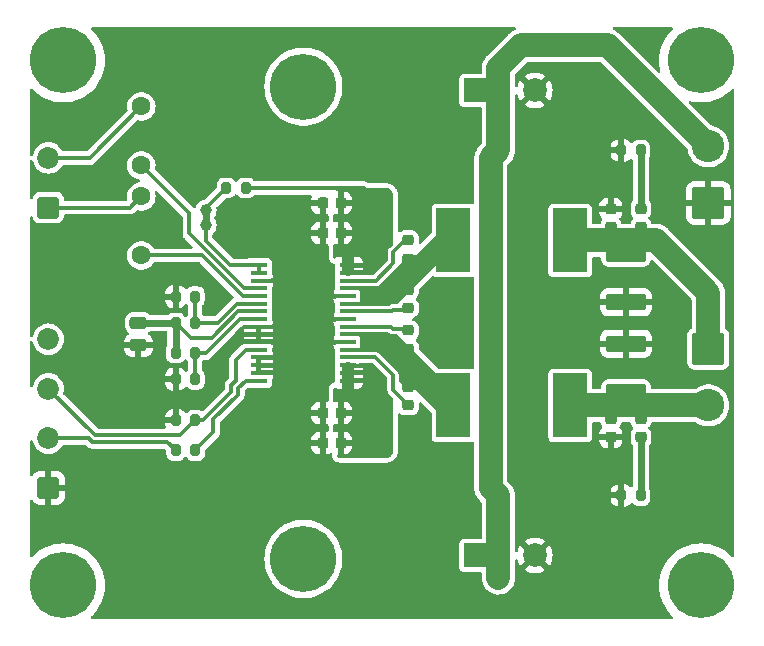
<source format=gbr>
%TF.GenerationSoftware,KiCad,Pcbnew,7.0.11+dfsg-1build4*%
%TF.CreationDate,2025-07-26T23:15:48+04:00*%
%TF.ProjectId,tpa3116_amplifier_board,74706133-3131-4365-9f61-6d706c696669,rev?*%
%TF.SameCoordinates,Original*%
%TF.FileFunction,Copper,L1,Top*%
%TF.FilePolarity,Positive*%
%FSLAX46Y46*%
G04 Gerber Fmt 4.6, Leading zero omitted, Abs format (unit mm)*
G04 Created by KiCad (PCBNEW 7.0.11+dfsg-1build4) date 2025-07-26 23:15:48*
%MOMM*%
%LPD*%
G01*
G04 APERTURE LIST*
G04 Aperture macros list*
%AMRoundRect*
0 Rectangle with rounded corners*
0 $1 Rounding radius*
0 $2 $3 $4 $5 $6 $7 $8 $9 X,Y pos of 4 corners*
0 Add a 4 corners polygon primitive as box body*
4,1,4,$2,$3,$4,$5,$6,$7,$8,$9,$2,$3,0*
0 Add four circle primitives for the rounded corners*
1,1,$1+$1,$2,$3*
1,1,$1+$1,$4,$5*
1,1,$1+$1,$6,$7*
1,1,$1+$1,$8,$9*
0 Add four rect primitives between the rounded corners*
20,1,$1+$1,$2,$3,$4,$5,0*
20,1,$1+$1,$4,$5,$6,$7,0*
20,1,$1+$1,$6,$7,$8,$9,0*
20,1,$1+$1,$8,$9,$2,$3,0*%
G04 Aperture macros list end*
%TA.AperFunction,SMDPad,CuDef*%
%ADD10RoundRect,0.200000X-0.200000X-0.275000X0.200000X-0.275000X0.200000X0.275000X-0.200000X0.275000X0*%
%TD*%
%TA.AperFunction,ComponentPad*%
%ADD11RoundRect,0.250000X0.675000X-0.675000X0.675000X0.675000X-0.675000X0.675000X-0.675000X-0.675000X0*%
%TD*%
%TA.AperFunction,ComponentPad*%
%ADD12C,1.850000*%
%TD*%
%TA.AperFunction,ComponentPad*%
%ADD13C,5.600000*%
%TD*%
%TA.AperFunction,ComponentPad*%
%ADD14C,1.600000*%
%TD*%
%TA.AperFunction,SMDPad,CuDef*%
%ADD15RoundRect,0.200000X0.200000X0.275000X-0.200000X0.275000X-0.200000X-0.275000X0.200000X-0.275000X0*%
%TD*%
%TA.AperFunction,SMDPad,CuDef*%
%ADD16RoundRect,0.249999X1.450001X-0.450001X1.450001X0.450001X-1.450001X0.450001X-1.450001X-0.450001X0*%
%TD*%
%TA.AperFunction,ComponentPad*%
%ADD17R,2.000000X2.000000*%
%TD*%
%TA.AperFunction,ComponentPad*%
%ADD18C,2.000000*%
%TD*%
%TA.AperFunction,SMDPad,CuDef*%
%ADD19R,2.900000X5.400000*%
%TD*%
%TA.AperFunction,SMDPad,CuDef*%
%ADD20RoundRect,0.225000X0.225000X0.250000X-0.225000X0.250000X-0.225000X-0.250000X0.225000X-0.250000X0*%
%TD*%
%TA.AperFunction,ComponentPad*%
%ADD21RoundRect,0.269607X-1.105393X1.105393X-1.105393X-1.105393X1.105393X-1.105393X1.105393X1.105393X0*%
%TD*%
%TA.AperFunction,ComponentPad*%
%ADD22C,2.750000*%
%TD*%
%TA.AperFunction,SMDPad,CuDef*%
%ADD23RoundRect,0.225000X-0.250000X0.225000X-0.250000X-0.225000X0.250000X-0.225000X0.250000X0.225000X0*%
%TD*%
%TA.AperFunction,ComponentPad*%
%ADD24RoundRect,0.269607X1.105393X-1.105393X1.105393X1.105393X-1.105393X1.105393X-1.105393X-1.105393X0*%
%TD*%
%TA.AperFunction,SMDPad,CuDef*%
%ADD25RoundRect,0.225000X0.250000X-0.225000X0.250000X0.225000X-0.250000X0.225000X-0.250000X-0.225000X0*%
%TD*%
%TA.AperFunction,SMDPad,CuDef*%
%ADD26R,1.475000X0.450000*%
%TD*%
%TA.AperFunction,SMDPad,CuDef*%
%ADD27R,3.040000X3.740000*%
%TD*%
%TA.AperFunction,SMDPad,CuDef*%
%ADD28RoundRect,0.225000X-0.225000X-0.250000X0.225000X-0.250000X0.225000X0.250000X-0.225000X0.250000X0*%
%TD*%
%TA.AperFunction,SMDPad,CuDef*%
%ADD29RoundRect,0.250000X0.475000X-0.250000X0.475000X0.250000X-0.475000X0.250000X-0.475000X-0.250000X0*%
%TD*%
%TA.AperFunction,ViaPad*%
%ADD30C,0.800000*%
%TD*%
%TA.AperFunction,ViaPad*%
%ADD31C,1.000000*%
%TD*%
%TA.AperFunction,Conductor*%
%ADD32C,0.350000*%
%TD*%
%TA.AperFunction,Conductor*%
%ADD33C,2.000000*%
%TD*%
%TA.AperFunction,Conductor*%
%ADD34C,0.600000*%
%TD*%
%TA.AperFunction,Conductor*%
%ADD35C,1.000000*%
%TD*%
G04 APERTURE END LIST*
D10*
%TO.P,R9,1*%
%TO.N,GND*%
X151385000Y-134620000D03*
%TO.P,R9,2*%
%TO.N,Net-(C19-Pad2)*%
X153035000Y-134620000D03*
%TD*%
%TO.P,R4,1*%
%TO.N,Net-(IC1-GVDD)*%
X113643000Y-120015000D03*
%TO.P,R4,2*%
%TO.N,Net-(IC1-PLIMIT)*%
X115293000Y-120015000D03*
%TD*%
D11*
%TO.P,J1,1,Pin_1*%
%TO.N,/R-*%
X102870000Y-110245000D03*
D12*
%TO.P,J1,2,Pin_2*%
%TO.N,/R+*%
X102870000Y-106045000D03*
%TD*%
D13*
%TO.P,H3,1*%
%TO.N,N/C*%
X158115000Y-142240000D03*
%TD*%
D14*
%TO.P,C2,1*%
%TO.N,/R-*%
X110744000Y-109300000D03*
%TO.P,C2,2*%
%TO.N,Net-(IC1-RINN)*%
X110744000Y-114300000D03*
%TD*%
D15*
%TO.P,R6,1*%
%TO.N,/mute*%
X115315000Y-128270000D03*
%TO.P,R6,2*%
%TO.N,GND*%
X113665000Y-128270000D03*
%TD*%
D16*
%TO.P,C15,1*%
%TO.N,Net-(J4-Pin_2)*%
X151765000Y-125875000D03*
%TO.P,C15,2*%
%TO.N,GND*%
X151765000Y-121775000D03*
%TD*%
D13*
%TO.P,H6,1*%
%TO.N,N/C*%
X124460000Y-140000000D03*
%TD*%
D15*
%TO.P,R7,1*%
%TO.N,VCC*%
X119570000Y-108585000D03*
%TO.P,R7,2*%
%TO.N,/SD_LR*%
X117920000Y-108585000D03*
%TD*%
D17*
%TO.P,C12,1*%
%TO.N,VCC*%
X139065000Y-100330000D03*
D18*
%TO.P,C12,2*%
%TO.N,GND*%
X144065000Y-100330000D03*
%TD*%
D15*
%TO.P,R5,1*%
%TO.N,Net-(IC1-SYNC)*%
X115315000Y-130810000D03*
%TO.P,R5,2*%
%TO.N,/sync*%
X113665000Y-130810000D03*
%TD*%
D17*
%TO.P,C13,1*%
%TO.N,VCC*%
X139065000Y-139700000D03*
D18*
%TO.P,C13,2*%
%TO.N,GND*%
X144065000Y-139700000D03*
%TD*%
D14*
%TO.P,C1,1*%
%TO.N,/R+*%
X110744000Y-101680000D03*
%TO.P,C1,2*%
%TO.N,Net-(IC1-RINP)*%
X110744000Y-106680000D03*
%TD*%
D19*
%TO.P,L2,1,1*%
%TO.N,Net-(IC1-OUTNL)*%
X137160000Y-127000000D03*
%TO.P,L2,2,2*%
%TO.N,Net-(J4-Pin_2)*%
X147060000Y-127000000D03*
%TD*%
D20*
%TO.P,C6,1*%
%TO.N,VCC*%
X127635000Y-130175000D03*
%TO.P,C6,2*%
%TO.N,GND*%
X126085000Y-130175000D03*
%TD*%
D16*
%TO.P,C14,1*%
%TO.N,GND*%
X151765000Y-118255000D03*
%TO.P,C14,2*%
%TO.N,Net-(J4-Pin_1)*%
X151765000Y-114155000D03*
%TD*%
D13*
%TO.P,H2,1*%
%TO.N,N/C*%
X104118000Y-142240000D03*
%TD*%
D21*
%TO.P,J4,1,Pin_1*%
%TO.N,Net-(J4-Pin_1)*%
X158750000Y-122200000D03*
D22*
%TO.P,J4,2,Pin_2*%
%TO.N,Net-(J4-Pin_2)*%
X158750000Y-127000000D03*
%TD*%
D23*
%TO.P,C11,1*%
%TO.N,Net-(IC1-OUTNL)*%
X133350000Y-125450000D03*
%TO.P,C11,2*%
%TO.N,Net-(IC1-BSNL)*%
X133350000Y-127000000D03*
%TD*%
%TO.P,C16,1*%
%TO.N,GND*%
X150495000Y-110350000D03*
%TO.P,C16,2*%
%TO.N,Net-(J4-Pin_1)*%
X150495000Y-111900000D03*
%TD*%
%TO.P,C19,1*%
%TO.N,Net-(J4-Pin_2)*%
X153035000Y-128130000D03*
%TO.P,C19,2*%
%TO.N,Net-(C19-Pad2)*%
X153035000Y-129680000D03*
%TD*%
D24*
%TO.P,J3,1,Pin_1*%
%TO.N,GND*%
X158750000Y-109855000D03*
D22*
%TO.P,J3,2,Pin_2*%
%TO.N,VCC*%
X158750000Y-105055000D03*
%TD*%
D25*
%TO.P,C8,1*%
%TO.N,Net-(IC1-OUTNR)*%
X133350000Y-114580000D03*
%TO.P,C8,2*%
%TO.N,Net-(IC1-BSPR)*%
X133350000Y-113030000D03*
%TD*%
D10*
%TO.P,R8,1*%
%TO.N,GND*%
X151385000Y-105410000D03*
%TO.P,R8,2*%
%TO.N,Net-(C18-Pad2)*%
X153035000Y-105410000D03*
%TD*%
D11*
%TO.P,J2,1,Pin_1*%
%TO.N,GND*%
X102870000Y-133985000D03*
D12*
%TO.P,J2,2,Pin_2*%
%TO.N,/sync*%
X102870000Y-129785000D03*
%TO.P,J2,3,Pin_3*%
%TO.N,/mute*%
X102870000Y-125585000D03*
%TO.P,J2,4,Pin_4*%
%TO.N,/SD_LR*%
X102870000Y-121385000D03*
%TD*%
D26*
%TO.P,IC1,1,MODSEL*%
%TO.N,/SD_LR*%
X120672000Y-115140000D03*
%TO.P,IC1,2,SD*%
X120672000Y-115790000D03*
%TO.P,IC1,3,FAULT*%
%TO.N,GND*%
X120672000Y-116440000D03*
%TO.P,IC1,4,RINP*%
%TO.N,Net-(IC1-RINP)*%
X120672000Y-117090000D03*
%TO.P,IC1,5,RINN*%
%TO.N,Net-(IC1-RINN)*%
X120672000Y-117740000D03*
%TO.P,IC1,6,PLIMIT*%
%TO.N,Net-(IC1-PLIMIT)*%
X120672000Y-118390000D03*
%TO.P,IC1,7,GVDD*%
%TO.N,Net-(IC1-GVDD)*%
X120672000Y-119040000D03*
%TO.P,IC1,8,GAIN/SLV*%
%TO.N,Net-(IC1-GAIN{slash}SLV)*%
X120672000Y-119690000D03*
%TO.P,IC1,9,GND_1*%
%TO.N,GND*%
X120672000Y-120340000D03*
%TO.P,IC1,10,LINP*%
X120672000Y-120990000D03*
%TO.P,IC1,11,LINN*%
X120672000Y-121640000D03*
%TO.P,IC1,12,MUTE*%
%TO.N,/mute*%
X120672000Y-122290000D03*
%TO.P,IC1,13,AM2*%
%TO.N,GND*%
X120672000Y-122940000D03*
%TO.P,IC1,14,AM1*%
X120672000Y-123590000D03*
%TO.P,IC1,15,AM0*%
X120672000Y-124240000D03*
%TO.P,IC1,16,SYNC*%
%TO.N,Net-(IC1-SYNC)*%
X120672000Y-124890000D03*
%TO.P,IC1,17,AVCC*%
%TO.N,VCC*%
X128248000Y-124890000D03*
%TO.P,IC1,18,PVCC_1*%
X128248000Y-124240000D03*
%TO.P,IC1,19,PVCC_2*%
X128248000Y-123590000D03*
%TO.P,IC1,20,BSNL*%
%TO.N,Net-(IC1-BSNL)*%
X128248000Y-122940000D03*
%TO.P,IC1,21,OUTNL*%
%TO.N,Net-(IC1-OUTNL)*%
X128248000Y-122290000D03*
%TO.P,IC1,22,GND_2*%
%TO.N,GND*%
X128248000Y-121640000D03*
%TO.P,IC1,23,OUTPL*%
%TO.N,Net-(IC1-OUTNL)*%
X128248000Y-120990000D03*
%TO.P,IC1,24,BSPL*%
%TO.N,Net-(IC1-BSPL)*%
X128248000Y-120340000D03*
%TO.P,IC1,25,GND_3*%
%TO.N,GND*%
X128248000Y-119690000D03*
%TO.P,IC1,26,BSNR*%
%TO.N,Net-(IC1-BSNR)*%
X128248000Y-119040000D03*
%TO.P,IC1,27,OUTNR*%
%TO.N,Net-(IC1-OUTNR)*%
X128248000Y-118390000D03*
%TO.P,IC1,28,GND_4*%
%TO.N,GND*%
X128248000Y-117740000D03*
%TO.P,IC1,29,OUTPR*%
%TO.N,Net-(IC1-OUTNR)*%
X128248000Y-117090000D03*
%TO.P,IC1,30,BSPR*%
%TO.N,Net-(IC1-BSPR)*%
X128248000Y-116440000D03*
%TO.P,IC1,31,PVCC_3*%
%TO.N,VCC*%
X128248000Y-115790000D03*
%TO.P,IC1,32,PVCC_4*%
X128248000Y-115140000D03*
D27*
%TO.P,IC1,33,GND_5*%
%TO.N,GND*%
X124460000Y-120015000D03*
%TD*%
D10*
%TO.P,R3,1*%
%TO.N,Net-(IC1-GVDD)*%
X113643000Y-122555000D03*
%TO.P,R3,2*%
%TO.N,Net-(IC1-GAIN{slash}SLV)*%
X115293000Y-122555000D03*
%TD*%
D23*
%TO.P,C9,1*%
%TO.N,Net-(IC1-OUTNR)*%
X133350000Y-117195000D03*
%TO.P,C9,2*%
%TO.N,Net-(IC1-BSNR)*%
X133350000Y-118745000D03*
%TD*%
D28*
%TO.P,C5,1*%
%TO.N,GND*%
X126085000Y-112395000D03*
%TO.P,C5,2*%
%TO.N,VCC*%
X127635000Y-112395000D03*
%TD*%
D13*
%TO.P,H1,1*%
%TO.N,N/C*%
X104118000Y-97790000D03*
%TD*%
D25*
%TO.P,C10,1*%
%TO.N,Net-(IC1-OUTNL)*%
X133350000Y-122200000D03*
%TO.P,C10,2*%
%TO.N,Net-(IC1-BSPL)*%
X133350000Y-120650000D03*
%TD*%
D20*
%TO.P,C7,1*%
%TO.N,VCC*%
X127635000Y-109855000D03*
%TO.P,C7,2*%
%TO.N,GND*%
X126085000Y-109855000D03*
%TD*%
D29*
%TO.P,C3,1*%
%TO.N,GND*%
X110490000Y-121917500D03*
%TO.P,C3,2*%
%TO.N,Net-(IC1-GVDD)*%
X110490000Y-120017500D03*
%TD*%
D20*
%TO.P,C4,1*%
%TO.N,VCC*%
X127635000Y-127635000D03*
%TO.P,C4,2*%
%TO.N,GND*%
X126085000Y-127635000D03*
%TD*%
D13*
%TO.P,H5,1*%
%TO.N,N/C*%
X124460000Y-100000000D03*
%TD*%
D19*
%TO.P,L1,1,1*%
%TO.N,Net-(IC1-OUTNR)*%
X137160000Y-113030000D03*
%TO.P,L1,2,2*%
%TO.N,Net-(J4-Pin_1)*%
X147060000Y-113030000D03*
%TD*%
D13*
%TO.P,H4,1*%
%TO.N,N/C*%
X158115000Y-97790000D03*
%TD*%
D23*
%TO.P,C17,1*%
%TO.N,Net-(J4-Pin_2)*%
X150495000Y-128130000D03*
%TO.P,C17,2*%
%TO.N,GND*%
X150495000Y-129680000D03*
%TD*%
D15*
%TO.P,R2,1*%
%TO.N,Net-(IC1-PLIMIT)*%
X115293000Y-117792500D03*
%TO.P,R2,2*%
%TO.N,GND*%
X113643000Y-117792500D03*
%TD*%
D25*
%TO.P,C18,1*%
%TO.N,Net-(J4-Pin_1)*%
X153035000Y-111900000D03*
%TO.P,C18,2*%
%TO.N,Net-(C18-Pad2)*%
X153035000Y-110350000D03*
%TD*%
D15*
%TO.P,R1,1*%
%TO.N,Net-(IC1-GAIN{slash}SLV)*%
X115293000Y-124777500D03*
%TO.P,R1,2*%
%TO.N,GND*%
X113643000Y-124777500D03*
%TD*%
D30*
%TO.N,GND*%
X122533000Y-113665000D03*
X147320000Y-118110000D03*
X125730000Y-125095000D03*
X144780000Y-121920000D03*
X142240000Y-110490000D03*
X147320000Y-107950000D03*
X137030000Y-118110000D03*
X123190000Y-114935000D03*
X152400000Y-102870000D03*
X111760000Y-123825000D03*
X121263000Y-113665000D03*
X137030000Y-121920000D03*
X122533000Y-109855000D03*
X144780000Y-132080000D03*
X142240000Y-129540000D03*
X125730000Y-122555000D03*
X118110000Y-137795000D03*
X122533000Y-112395000D03*
X123190000Y-107315000D03*
X121263000Y-130175000D03*
X124460000Y-123825000D03*
X109220000Y-116840000D03*
X124460000Y-116205000D03*
X106680000Y-123825000D03*
X128270000Y-142875000D03*
X133350000Y-142875000D03*
X147320000Y-102870000D03*
X121263000Y-126365000D03*
X142240000Y-121920000D03*
X122533000Y-128905000D03*
X144780000Y-134620000D03*
X118110000Y-97155000D03*
X113030000Y-137795000D03*
X121263000Y-111125000D03*
X124460000Y-125095000D03*
X142240000Y-107950000D03*
X111760000Y-127635000D03*
X128270000Y-107315000D03*
X124460000Y-117475000D03*
X147320000Y-121920000D03*
X144780000Y-115570000D03*
X149860000Y-102870000D03*
X147320000Y-137160000D03*
X152400000Y-137160000D03*
X142240000Y-118110000D03*
X121263000Y-127635000D03*
X128270000Y-102235000D03*
X142240000Y-124460000D03*
X122533000Y-111125000D03*
X121263000Y-128905000D03*
X106680000Y-119380000D03*
X142240000Y-132080000D03*
X147320000Y-134620000D03*
X149860000Y-137160000D03*
X149860000Y-100330000D03*
X144780000Y-118110000D03*
X147320000Y-132080000D03*
X125730000Y-116205000D03*
X144780000Y-129540000D03*
X128270000Y-97155000D03*
X123190000Y-122555000D03*
X125730000Y-114935000D03*
X133350000Y-97155000D03*
X107950000Y-137795000D03*
X142240000Y-115570000D03*
X147320000Y-105410000D03*
X144780000Y-110490000D03*
X123190000Y-123825000D03*
X121263000Y-112395000D03*
X107950000Y-132715000D03*
X118110000Y-102235000D03*
X144780000Y-124460000D03*
X123190000Y-117475000D03*
X113030000Y-142875000D03*
X113030000Y-97155000D03*
X124460000Y-122555000D03*
X125730000Y-123825000D03*
X149860000Y-139700000D03*
X106680000Y-127635000D03*
X118110000Y-142875000D03*
X144780000Y-107950000D03*
X124460000Y-114935000D03*
X109220000Y-127635000D03*
X123190000Y-116205000D03*
X153035000Y-95885000D03*
X123190000Y-125095000D03*
X122533000Y-126365000D03*
X144780000Y-105410000D03*
X109220000Y-123825000D03*
X122533000Y-127635000D03*
X121263000Y-109855000D03*
X128270000Y-137795000D03*
X125730000Y-117475000D03*
X122555000Y-130175000D03*
%TO.N,VCC*%
X131445000Y-109220000D03*
X130175000Y-130810000D03*
X130197000Y-127000000D03*
X130175000Y-113030000D03*
X140970000Y-137795000D03*
X140970000Y-141605000D03*
X130197000Y-109220000D03*
X140970000Y-139065000D03*
X131467000Y-127000000D03*
X130175000Y-128270000D03*
X140970000Y-140335000D03*
X140970000Y-98425000D03*
X131445000Y-130810000D03*
X140970000Y-102235000D03*
X131467000Y-113030000D03*
X131445000Y-110490000D03*
X140970000Y-99695000D03*
X131445000Y-111760000D03*
X130175000Y-111760000D03*
X140970000Y-100965000D03*
X130197000Y-129540000D03*
X131445000Y-129540000D03*
X131445000Y-128270000D03*
X130175000Y-110490000D03*
D31*
%TO.N,/SD_LR*%
X116205000Y-110490000D03*
X116205000Y-111760000D03*
%TD*%
D32*
%TO.N,/R+*%
X106379000Y-106045000D02*
X102870000Y-106045000D01*
X110744000Y-101680000D02*
X106379000Y-106045000D01*
%TO.N,Net-(IC1-RINP)*%
X120672000Y-117090000D02*
X119459831Y-117090000D01*
X114808000Y-112438169D02*
X114808000Y-110744000D01*
X119459831Y-117090000D02*
X114808000Y-112438169D01*
X114808000Y-110744000D02*
X110744000Y-106680000D01*
%TO.N,/R-*%
X102870000Y-110245000D02*
X109799000Y-110245000D01*
X109799000Y-110245000D02*
X110744000Y-109300000D01*
%TO.N,Net-(IC1-RINN)*%
X119346155Y-117740000D02*
X115906155Y-114300000D01*
X120672000Y-117740000D02*
X119346155Y-117740000D01*
X115906155Y-114300000D02*
X110744000Y-114300000D01*
%TO.N,GND*%
X128248000Y-119690000D02*
X126978000Y-119690000D01*
X120672000Y-122940000D02*
X121898000Y-122940000D01*
D33*
X125730000Y-117475000D02*
X125730000Y-122555000D01*
X124460000Y-120015000D02*
X125073000Y-120015000D01*
D32*
X118872000Y-121117000D02*
X119019500Y-121264500D01*
X128248000Y-121640000D02*
X126978000Y-121640000D01*
X120672000Y-124240000D02*
X121898000Y-124240000D01*
X120672000Y-116440000D02*
X121898000Y-116440000D01*
X120672000Y-121640000D02*
X121920000Y-121640000D01*
X120672000Y-120340000D02*
X121920000Y-120340000D01*
X128248000Y-117740000D02*
X126978000Y-117740000D01*
X119294000Y-120990000D02*
X120672000Y-120990000D01*
X120672000Y-123590000D02*
X121898000Y-123590000D01*
D33*
X123190000Y-117475000D02*
X123190000Y-122555000D01*
D32*
X120672000Y-120340000D02*
X119436000Y-120340000D01*
X118872000Y-120904000D02*
X118872000Y-121117000D01*
X119019500Y-121264500D02*
X119395000Y-121640000D01*
X119395000Y-121640000D02*
X120672000Y-121640000D01*
X120672000Y-120990000D02*
X121920000Y-120990000D01*
X119436000Y-120340000D02*
X118872000Y-120904000D01*
X119019500Y-121264500D02*
X119294000Y-120990000D01*
%TO.N,Net-(IC1-GVDD)*%
X118956324Y-119040000D02*
X120672000Y-119040000D01*
X116711324Y-121285000D02*
X118956324Y-119040000D01*
D34*
X113640500Y-120017500D02*
X113643000Y-120015000D01*
X113643000Y-120015000D02*
X113643000Y-122555000D01*
D32*
X113643000Y-120015000D02*
X114913000Y-121285000D01*
D34*
X110490000Y-120017500D02*
X113640500Y-120017500D01*
D32*
X114913000Y-121285000D02*
X116711324Y-121285000D01*
D33*
%TO.N,VCC*%
X140970000Y-139065000D02*
X140970000Y-137795000D01*
D32*
X119570000Y-108585000D02*
X129562000Y-108585000D01*
D33*
X140970000Y-98425000D02*
X140970000Y-99695000D01*
X140970000Y-102235000D02*
X140970000Y-105410000D01*
X140970000Y-134620000D02*
X140335000Y-133985000D01*
X142875000Y-96520000D02*
X140970000Y-98425000D01*
X140970000Y-141605000D02*
X140970000Y-140335000D01*
X140970000Y-99695000D02*
X140970000Y-100965000D01*
X158750000Y-105055000D02*
X150215000Y-96520000D01*
X140970000Y-137795000D02*
X140970000Y-134620000D01*
D32*
X129562000Y-108585000D02*
X130197000Y-109220000D01*
D35*
X128248000Y-125730000D02*
X128248000Y-123855000D01*
D33*
X140335000Y-106045000D02*
X140970000Y-105410000D01*
X150215000Y-96520000D02*
X142875000Y-96520000D01*
X140970000Y-100965000D02*
X140970000Y-102235000D01*
X140335000Y-133985000D02*
X140335000Y-106045000D01*
D35*
X128248000Y-114300000D02*
X128248000Y-115525000D01*
D33*
X140970000Y-140335000D02*
X140970000Y-139065000D01*
D34*
%TO.N,Net-(C18-Pad2)*%
X153035000Y-110350000D02*
X153035000Y-105410000D01*
D32*
%TO.N,Net-(IC1-BSPR)*%
X132080000Y-114935000D02*
X132080000Y-114020000D01*
X128248000Y-116440000D02*
X130575000Y-116440000D01*
X132080000Y-114020000D02*
X133350000Y-112750000D01*
X130575000Y-116440000D02*
X132080000Y-114935000D01*
%TO.N,Net-(IC1-OUTNR)*%
X131445000Y-117792500D02*
X130742500Y-117090000D01*
X130847500Y-118390000D02*
X131445000Y-117792500D01*
X130742500Y-117090000D02*
X128248000Y-117090000D01*
X128248000Y-118390000D02*
X130847500Y-118390000D01*
%TO.N,Net-(IC1-BSNR)*%
X131925000Y-119040000D02*
X132080000Y-118885000D01*
X132080000Y-118885000D02*
X133350000Y-118885000D01*
X128248000Y-119040000D02*
X131925000Y-119040000D01*
D34*
%TO.N,Net-(C19-Pad2)*%
X153035000Y-134620000D02*
X153035000Y-129680000D01*
D32*
%TO.N,Net-(IC1-BSPL)*%
X132080000Y-120510000D02*
X133350000Y-120510000D01*
X128248000Y-120340000D02*
X131910000Y-120340000D01*
X131910000Y-120340000D02*
X132080000Y-120510000D01*
%TO.N,Net-(IC1-OUTNL)*%
X128248000Y-120990000D02*
X130515000Y-120990000D01*
X130440000Y-122290000D02*
X128248000Y-122290000D01*
X130515000Y-120990000D02*
X131127500Y-121602500D01*
X131127500Y-121602500D02*
X130440000Y-122290000D01*
%TO.N,Net-(IC1-BSNL)*%
X132058000Y-125708000D02*
X133350000Y-127000000D01*
X130538000Y-122940000D02*
X132058000Y-124460000D01*
X128248000Y-122940000D02*
X130538000Y-122940000D01*
X132058000Y-124460000D02*
X132058000Y-125708000D01*
%TO.N,/SD_LR*%
X118273507Y-115140000D02*
X120672000Y-115140000D01*
X116205000Y-110300000D02*
X116205000Y-110490000D01*
X116205000Y-111760000D02*
X116183000Y-111782000D01*
X120672000Y-115790000D02*
X120672000Y-115140000D01*
X116183000Y-113049493D02*
X118273507Y-115140000D01*
D34*
X116205000Y-110490000D02*
X116205000Y-111760000D01*
D32*
X116183000Y-111782000D02*
X116183000Y-113049493D01*
X117920000Y-108585000D02*
X116205000Y-110300000D01*
%TO.N,Net-(IC1-GAIN{slash}SLV)*%
X115293000Y-124777500D02*
X115293000Y-122555000D01*
X116205000Y-122555000D02*
X115293000Y-122555000D01*
X120672000Y-119690000D02*
X119070000Y-119690000D01*
X119070000Y-119690000D02*
X116205000Y-122555000D01*
%TO.N,/mute*%
X118745000Y-124920574D02*
X118364000Y-125301575D01*
X115315000Y-128270000D02*
X114045000Y-129540000D01*
X119629500Y-122290000D02*
X118745000Y-123174500D01*
X106825000Y-129540000D02*
X102870000Y-125585000D01*
X118364000Y-125301575D02*
X118364000Y-125890824D01*
X114045000Y-129540000D02*
X106825000Y-129540000D01*
X115984824Y-128270000D02*
X115315000Y-128270000D01*
X118745000Y-123174500D02*
X118745000Y-124920574D01*
X120672000Y-122290000D02*
X119629500Y-122290000D01*
X118364000Y-125890824D02*
X115984824Y-128270000D01*
%TO.N,Net-(IC1-SYNC)*%
X116840000Y-128178500D02*
X116840000Y-129285000D01*
X116840000Y-129285000D02*
X115315000Y-130810000D01*
X119562125Y-124890000D02*
X118904000Y-125548125D01*
X120672000Y-124890000D02*
X119562125Y-124890000D01*
X118904000Y-126114500D02*
X116840000Y-128178500D01*
X118904000Y-125548125D02*
X118904000Y-126114500D01*
%TO.N,/sync*%
X113665000Y-130810000D02*
X112935000Y-130080000D01*
X106601324Y-130080000D02*
X106306324Y-129785000D01*
X106306324Y-129785000D02*
X102870000Y-129785000D01*
X112935000Y-130080000D02*
X106601324Y-130080000D01*
%TO.N,Net-(IC1-PLIMIT)*%
X118842648Y-118390000D02*
X120672000Y-118390000D01*
X115293000Y-120015000D02*
X117217648Y-120015000D01*
X117217648Y-120015000D02*
X118842648Y-118390000D01*
X115293000Y-117792500D02*
X115293000Y-120015000D01*
D33*
%TO.N,Net-(J4-Pin_1)*%
X158750000Y-117445000D02*
X158750000Y-122200000D01*
X154335000Y-113030000D02*
X158750000Y-117445000D01*
X147060000Y-113030000D02*
X154335000Y-113030000D01*
%TO.N,Net-(J4-Pin_2)*%
X147060000Y-127000000D02*
X158750000Y-127000000D01*
%TD*%
%TA.AperFunction,Conductor*%
%TO.N,Net-(IC1-OUTNL)*%
G36*
X131727245Y-120835185D02*
G01*
X131741407Y-120845786D01*
X131752446Y-120855351D01*
X131758926Y-120861384D01*
X131767820Y-120870278D01*
X131777907Y-120877829D01*
X131784778Y-120883367D01*
X131820282Y-120914130D01*
X131823840Y-120915755D01*
X131846642Y-120929284D01*
X131849768Y-120931624D01*
X131849770Y-120931625D01*
X131849774Y-120931628D01*
X131849777Y-120931629D01*
X131893772Y-120948039D01*
X131901936Y-120951420D01*
X131944658Y-120970931D01*
X131948534Y-120971488D01*
X131974216Y-120978042D01*
X131977885Y-120979411D01*
X132024719Y-120982760D01*
X132033514Y-120983706D01*
X132045989Y-120985500D01*
X132058587Y-120985500D01*
X132067433Y-120985815D01*
X132114270Y-120989166D01*
X132118101Y-120988332D01*
X132144453Y-120985500D01*
X132364138Y-120985500D01*
X132431177Y-121005185D01*
X132451819Y-121021819D01*
X136525000Y-125095000D01*
X137036000Y-125095000D01*
X137103039Y-125114685D01*
X137148794Y-125167489D01*
X137160000Y-125219000D01*
X137160000Y-127511000D01*
X137140315Y-127578039D01*
X137087511Y-127623794D01*
X137036000Y-127635000D01*
X135941362Y-127635000D01*
X135874323Y-127615315D01*
X135853681Y-127598681D01*
X133985000Y-125730000D01*
X133401362Y-125730000D01*
X133334323Y-125710315D01*
X133313681Y-125693681D01*
X132569819Y-124949819D01*
X132536334Y-124888496D01*
X132533500Y-124862138D01*
X132533500Y-124524458D01*
X132536334Y-124498099D01*
X132537167Y-124494271D01*
X132533816Y-124447420D01*
X132533500Y-124438573D01*
X132533500Y-124425989D01*
X132533499Y-124425983D01*
X132531708Y-124413525D01*
X132530761Y-124404720D01*
X132527412Y-124357886D01*
X132526044Y-124354220D01*
X132519487Y-124328526D01*
X132518931Y-124324658D01*
X132499419Y-124281936D01*
X132496044Y-124273786D01*
X132479629Y-124229774D01*
X132477278Y-124226634D01*
X132463756Y-124203844D01*
X132462130Y-124200282D01*
X132431379Y-124164793D01*
X132425825Y-124157900D01*
X132418286Y-124147829D01*
X132418284Y-124147826D01*
X132418279Y-124147820D01*
X132409372Y-124138913D01*
X132403354Y-124132450D01*
X132372589Y-124096945D01*
X132369291Y-124094825D01*
X132348651Y-124078192D01*
X130919808Y-122649349D01*
X130903172Y-122628704D01*
X130901058Y-122625415D01*
X130901057Y-122625414D01*
X130901056Y-122625413D01*
X130901055Y-122625411D01*
X130865548Y-122594645D01*
X130859097Y-122588638D01*
X130850180Y-122579721D01*
X130840092Y-122572169D01*
X130833211Y-122566625D01*
X130797718Y-122535870D01*
X130794152Y-122534241D01*
X130771362Y-122520718D01*
X130768227Y-122518371D01*
X130724223Y-122501959D01*
X130716068Y-122498581D01*
X130673342Y-122479069D01*
X130673341Y-122479068D01*
X130673337Y-122479067D01*
X130669455Y-122478509D01*
X130643791Y-122471959D01*
X130640122Y-122470591D01*
X130640117Y-122470590D01*
X130640115Y-122470589D01*
X130631760Y-122469991D01*
X130593273Y-122467237D01*
X130584494Y-122466293D01*
X130572019Y-122464501D01*
X130572016Y-122464500D01*
X130572011Y-122464500D01*
X130572005Y-122464500D01*
X130559423Y-122464500D01*
X130550575Y-122464184D01*
X130503731Y-122460833D01*
X130503728Y-122460833D01*
X130501841Y-122461243D01*
X130499898Y-122461666D01*
X130473542Y-122464500D01*
X129188285Y-122464500D01*
X129138199Y-122453934D01*
X129098077Y-122436218D01*
X129055492Y-122417415D01*
X129030368Y-122414500D01*
X128394000Y-122414500D01*
X128326961Y-122394815D01*
X128281206Y-122342011D01*
X128270000Y-122290500D01*
X128270000Y-122289499D01*
X128289685Y-122222460D01*
X128342489Y-122176705D01*
X128393998Y-122165499D01*
X129030364Y-122165499D01*
X129030379Y-122165497D01*
X129030382Y-122165497D01*
X129055487Y-122162586D01*
X129055488Y-122162585D01*
X129055491Y-122162585D01*
X129158265Y-122117206D01*
X129237706Y-122037765D01*
X129283085Y-121934991D01*
X129286000Y-121909865D01*
X129285999Y-121370136D01*
X129285997Y-121370117D01*
X129283086Y-121345012D01*
X129283085Y-121345010D01*
X129283085Y-121345009D01*
X129237706Y-121242235D01*
X129158265Y-121162794D01*
X129095261Y-121134975D01*
X129055492Y-121117415D01*
X129030368Y-121114500D01*
X128394000Y-121114500D01*
X128326961Y-121094815D01*
X128281206Y-121042011D01*
X128270000Y-120990500D01*
X128270000Y-120989499D01*
X128289685Y-120922460D01*
X128342489Y-120876705D01*
X128393998Y-120865499D01*
X129030364Y-120865499D01*
X129030379Y-120865497D01*
X129030382Y-120865497D01*
X129055487Y-120862586D01*
X129055491Y-120862585D01*
X129138199Y-120826066D01*
X129188285Y-120815500D01*
X131660206Y-120815500D01*
X131727245Y-120835185D01*
G37*
%TD.AperFunction*%
%TD*%
%TA.AperFunction,Conductor*%
%TO.N,VCC*%
G36*
X130356718Y-123435185D02*
G01*
X130377360Y-123451819D01*
X131546181Y-124620640D01*
X131579666Y-124681963D01*
X131582500Y-124708321D01*
X131582500Y-125643542D01*
X131579666Y-125669899D01*
X131578833Y-125673725D01*
X131578833Y-125673730D01*
X131582184Y-125720573D01*
X131582500Y-125729421D01*
X131582500Y-125742004D01*
X131582501Y-125742019D01*
X131584293Y-125754494D01*
X131585237Y-125763273D01*
X131588589Y-125810113D01*
X131588591Y-125810122D01*
X131589959Y-125813791D01*
X131596509Y-125839455D01*
X131597067Y-125843337D01*
X131597068Y-125843341D01*
X131597069Y-125843342D01*
X131616581Y-125886068D01*
X131619959Y-125894223D01*
X131636371Y-125938227D01*
X131638718Y-125941362D01*
X131652241Y-125964152D01*
X131653870Y-125967718D01*
X131684625Y-126003211D01*
X131690169Y-126010092D01*
X131697721Y-126020180D01*
X131706638Y-126029097D01*
X131712645Y-126035548D01*
X131743411Y-126071055D01*
X131743413Y-126071056D01*
X131743414Y-126071057D01*
X131743415Y-126071058D01*
X131746704Y-126073172D01*
X131767349Y-126089808D01*
X132043681Y-126366140D01*
X132077166Y-126427463D01*
X132080000Y-126453821D01*
X132080000Y-130806873D01*
X132078939Y-130823059D01*
X132060663Y-130961870D01*
X132052285Y-130993136D01*
X132001843Y-131114915D01*
X131985657Y-131142950D01*
X131905413Y-131247525D01*
X131882525Y-131270413D01*
X131777950Y-131350657D01*
X131749915Y-131366843D01*
X131628136Y-131417285D01*
X131596870Y-131425663D01*
X131474984Y-131441710D01*
X131458057Y-131443939D01*
X131441874Y-131445000D01*
X127638126Y-131445000D01*
X127621942Y-131443939D01*
X127602681Y-131441403D01*
X127483129Y-131425663D01*
X127451863Y-131417286D01*
X127423338Y-131405471D01*
X127382507Y-131388558D01*
X127328105Y-131344718D01*
X127306039Y-131278424D01*
X127323318Y-131210725D01*
X127349092Y-131186727D01*
X127348683Y-131186318D01*
X127385000Y-131149999D01*
X127385000Y-130425000D01*
X127885000Y-130425000D01*
X127885000Y-131149999D01*
X127908308Y-131149999D01*
X127908322Y-131149998D01*
X128007607Y-131139855D01*
X128168481Y-131086547D01*
X128168492Y-131086542D01*
X128312728Y-130997575D01*
X128312732Y-130997572D01*
X128432572Y-130877732D01*
X128432575Y-130877728D01*
X128521542Y-130733492D01*
X128521547Y-130733481D01*
X128574855Y-130572606D01*
X128584999Y-130473322D01*
X128585000Y-130473309D01*
X128585000Y-130425000D01*
X127885000Y-130425000D01*
X127385000Y-130425000D01*
X127385000Y-129200000D01*
X127885000Y-129200000D01*
X127885000Y-129925000D01*
X128584999Y-129925000D01*
X128584999Y-129876692D01*
X128584998Y-129876677D01*
X128574855Y-129777392D01*
X128521547Y-129616518D01*
X128521542Y-129616507D01*
X128432575Y-129472271D01*
X128432572Y-129472267D01*
X128312732Y-129352427D01*
X128312728Y-129352424D01*
X128168492Y-129263457D01*
X128168481Y-129263452D01*
X128007606Y-129210144D01*
X127908322Y-129200000D01*
X127885000Y-129200000D01*
X127385000Y-129200000D01*
X127385000Y-129199999D01*
X127361693Y-129200000D01*
X127361674Y-129200001D01*
X127262392Y-129210144D01*
X127163004Y-129243078D01*
X127093175Y-129245480D01*
X127033133Y-129209748D01*
X127001941Y-129147227D01*
X127000000Y-129125372D01*
X127000000Y-128684627D01*
X127019685Y-128617588D01*
X127072489Y-128571833D01*
X127141647Y-128561889D01*
X127163005Y-128566921D01*
X127262394Y-128599856D01*
X127361683Y-128609999D01*
X127385000Y-128609998D01*
X127385000Y-127885000D01*
X127885000Y-127885000D01*
X127885000Y-128609999D01*
X127908308Y-128609999D01*
X127908322Y-128609998D01*
X128007607Y-128599855D01*
X128168481Y-128546547D01*
X128168492Y-128546542D01*
X128312728Y-128457575D01*
X128312732Y-128457572D01*
X128432572Y-128337732D01*
X128432575Y-128337728D01*
X128521542Y-128193492D01*
X128521547Y-128193481D01*
X128574855Y-128032606D01*
X128584999Y-127933322D01*
X128585000Y-127933309D01*
X128585000Y-127885000D01*
X127885000Y-127885000D01*
X127385000Y-127885000D01*
X127385000Y-126660000D01*
X127885000Y-126660000D01*
X127885000Y-127385000D01*
X128584999Y-127385000D01*
X128584999Y-127336692D01*
X128584998Y-127336677D01*
X128574855Y-127237392D01*
X128521547Y-127076518D01*
X128521542Y-127076507D01*
X128432575Y-126932271D01*
X128432572Y-126932267D01*
X128312732Y-126812427D01*
X128312728Y-126812424D01*
X128168492Y-126723457D01*
X128168481Y-126723452D01*
X128007606Y-126670144D01*
X127908322Y-126660000D01*
X127885000Y-126660000D01*
X127385000Y-126660000D01*
X127385000Y-126659999D01*
X127361693Y-126660000D01*
X127361674Y-126660001D01*
X127262392Y-126670144D01*
X127163004Y-126703078D01*
X127093175Y-126705480D01*
X127033133Y-126669748D01*
X127001941Y-126607227D01*
X127000000Y-126585372D01*
X127000000Y-125605142D01*
X127019685Y-125538103D01*
X127072489Y-125492348D01*
X127141647Y-125482404D01*
X127198312Y-125505876D01*
X127268410Y-125558352D01*
X127268413Y-125558354D01*
X127403120Y-125608596D01*
X127403127Y-125608598D01*
X127462655Y-125614999D01*
X127462672Y-125615000D01*
X128023000Y-125615000D01*
X128023000Y-125115000D01*
X128473000Y-125115000D01*
X128473000Y-125615000D01*
X129033328Y-125615000D01*
X129033344Y-125614999D01*
X129092872Y-125608598D01*
X129092879Y-125608596D01*
X129227586Y-125558354D01*
X129227593Y-125558350D01*
X129342687Y-125472190D01*
X129342690Y-125472187D01*
X129428850Y-125357093D01*
X129428854Y-125357086D01*
X129479096Y-125222379D01*
X129479098Y-125222372D01*
X129485499Y-125162844D01*
X129485500Y-125162827D01*
X129485500Y-125115000D01*
X128473000Y-125115000D01*
X128023000Y-125115000D01*
X128023000Y-124465000D01*
X128473000Y-124465000D01*
X128473000Y-124665000D01*
X129485500Y-124665000D01*
X129485500Y-124617179D01*
X129485499Y-124617168D01*
X129481315Y-124578258D01*
X129481315Y-124551742D01*
X129485499Y-124512831D01*
X129485500Y-124512821D01*
X129485500Y-124465000D01*
X128473000Y-124465000D01*
X128023000Y-124465000D01*
X128023000Y-123815000D01*
X128473000Y-123815000D01*
X128473000Y-124015000D01*
X129485500Y-124015000D01*
X129485500Y-123967179D01*
X129485499Y-123967168D01*
X129481315Y-123928258D01*
X129481315Y-123901742D01*
X129485499Y-123862831D01*
X129485500Y-123862821D01*
X129485500Y-123815000D01*
X128473000Y-123815000D01*
X128023000Y-123815000D01*
X128023000Y-123589499D01*
X128042685Y-123522460D01*
X128095489Y-123476705D01*
X128146997Y-123465499D01*
X129030364Y-123465499D01*
X129030379Y-123465497D01*
X129030382Y-123465497D01*
X129055487Y-123462586D01*
X129055491Y-123462585D01*
X129138199Y-123426066D01*
X129188285Y-123415500D01*
X130289679Y-123415500D01*
X130356718Y-123435185D01*
G37*
%TD.AperFunction*%
%TD*%
%TA.AperFunction,Conductor*%
%TO.N,Net-(IC1-OUTNR)*%
G36*
X137103039Y-112414685D02*
G01*
X137148794Y-112467489D01*
X137160000Y-112519000D01*
X137160000Y-114811000D01*
X137140315Y-114878039D01*
X137087511Y-114923794D01*
X137036000Y-114935000D01*
X135889999Y-114935000D01*
X132451819Y-118373181D01*
X132390496Y-118406666D01*
X132364138Y-118409500D01*
X132144458Y-118409500D01*
X132118101Y-118406666D01*
X132114271Y-118405833D01*
X132114268Y-118405833D01*
X132067425Y-118409184D01*
X132058577Y-118409500D01*
X132045984Y-118409500D01*
X132033508Y-118411293D01*
X132024725Y-118412237D01*
X131977883Y-118415589D01*
X131974211Y-118416959D01*
X131948537Y-118423511D01*
X131944661Y-118424068D01*
X131944658Y-118424069D01*
X131901943Y-118443575D01*
X131893771Y-118446960D01*
X131849776Y-118463370D01*
X131849772Y-118463372D01*
X131846629Y-118465725D01*
X131823856Y-118479237D01*
X131820284Y-118480868D01*
X131820278Y-118480872D01*
X131784800Y-118511613D01*
X131777922Y-118517156D01*
X131767819Y-118524720D01*
X131764359Y-118528181D01*
X131703036Y-118561666D01*
X131676678Y-118564500D01*
X129188285Y-118564500D01*
X129138199Y-118553934D01*
X129072038Y-118524721D01*
X129055492Y-118517415D01*
X129030368Y-118514500D01*
X128394000Y-118514500D01*
X128326961Y-118494815D01*
X128281206Y-118442011D01*
X128270000Y-118390500D01*
X128270000Y-118389499D01*
X128289685Y-118322460D01*
X128342489Y-118276705D01*
X128393998Y-118265499D01*
X129030364Y-118265499D01*
X129030379Y-118265497D01*
X129030382Y-118265497D01*
X129055487Y-118262586D01*
X129055488Y-118262585D01*
X129055491Y-118262585D01*
X129158265Y-118217206D01*
X129237706Y-118137765D01*
X129283085Y-118034991D01*
X129286000Y-118009865D01*
X129285999Y-117470136D01*
X129285997Y-117470117D01*
X129283086Y-117445012D01*
X129283085Y-117445010D01*
X129283085Y-117445009D01*
X129237706Y-117342235D01*
X129158265Y-117262794D01*
X129055492Y-117217415D01*
X129030368Y-117214500D01*
X128394000Y-117214500D01*
X128326961Y-117194815D01*
X128281206Y-117142011D01*
X128270000Y-117090500D01*
X128270000Y-117089499D01*
X128289685Y-117022460D01*
X128342489Y-116976705D01*
X128393998Y-116965499D01*
X129030364Y-116965499D01*
X129030379Y-116965497D01*
X129030382Y-116965497D01*
X129055487Y-116962586D01*
X129055491Y-116962585D01*
X129138199Y-116926066D01*
X129188285Y-116915500D01*
X130510542Y-116915500D01*
X130536898Y-116918333D01*
X130540729Y-116919167D01*
X130587575Y-116915815D01*
X130596423Y-116915500D01*
X130609011Y-116915500D01*
X130621485Y-116913706D01*
X130630266Y-116912761D01*
X130677115Y-116909411D01*
X130680781Y-116908043D01*
X130706469Y-116901487D01*
X130710342Y-116900931D01*
X130753072Y-116881415D01*
X130761207Y-116878045D01*
X130805226Y-116861629D01*
X130808358Y-116859283D01*
X130831158Y-116845756D01*
X130832731Y-116845037D01*
X130834718Y-116844130D01*
X130870206Y-116813378D01*
X130877084Y-116807835D01*
X130887180Y-116800279D01*
X130896098Y-116791360D01*
X130902565Y-116785340D01*
X130938055Y-116754589D01*
X130940171Y-116751295D01*
X130956803Y-116730654D01*
X132370650Y-115316806D01*
X132391291Y-115300173D01*
X132394589Y-115298055D01*
X132425346Y-115262557D01*
X132431366Y-115256091D01*
X132440278Y-115247180D01*
X132447827Y-115237094D01*
X132453374Y-115230212D01*
X132484127Y-115194722D01*
X132484127Y-115194720D01*
X132484130Y-115194718D01*
X132485753Y-115191161D01*
X132499290Y-115168348D01*
X132501628Y-115165226D01*
X132502223Y-115163628D01*
X132504067Y-115160759D01*
X132505879Y-115157442D01*
X132506116Y-115157571D01*
X132530724Y-115119275D01*
X133313681Y-114336319D01*
X133375004Y-114302834D01*
X133401362Y-114300000D01*
X133985000Y-114300000D01*
X135853681Y-112431319D01*
X135915004Y-112397834D01*
X135941362Y-112395000D01*
X137036000Y-112395000D01*
X137103039Y-112414685D01*
G37*
%TD.AperFunction*%
%TD*%
%TA.AperFunction,Conductor*%
%TO.N,VCC*%
G36*
X131456433Y-108585846D02*
G01*
X131600137Y-108604766D01*
X131625095Y-108611453D01*
X131752957Y-108664415D01*
X131775338Y-108677337D01*
X131885136Y-108761588D01*
X131903411Y-108779863D01*
X131987662Y-108889661D01*
X132000584Y-108912043D01*
X132053545Y-109039903D01*
X132060234Y-109064866D01*
X132079153Y-109208566D01*
X132080000Y-109221488D01*
X132080000Y-113306532D01*
X132061093Y-113364723D01*
X132051003Y-113376536D01*
X131787441Y-113640097D01*
X131770965Y-113653375D01*
X131765413Y-113656943D01*
X131734066Y-113693117D01*
X131729258Y-113698281D01*
X131719721Y-113707818D01*
X131711628Y-113718629D01*
X131707200Y-113724123D01*
X131675869Y-113760282D01*
X131673123Y-113766294D01*
X131662333Y-113784479D01*
X131658371Y-113789772D01*
X131658370Y-113789774D01*
X131641648Y-113834606D01*
X131638945Y-113841133D01*
X131619068Y-113884657D01*
X131618127Y-113891203D01*
X131612899Y-113911688D01*
X131610589Y-113917881D01*
X131610588Y-113917886D01*
X131607172Y-113965621D01*
X131606419Y-113972633D01*
X131604500Y-113985989D01*
X131604500Y-113999466D01*
X131604248Y-114006529D01*
X131600833Y-114054271D01*
X131602237Y-114060727D01*
X131604500Y-114081771D01*
X131604500Y-114697033D01*
X131585593Y-114755224D01*
X131575504Y-114767037D01*
X130407037Y-115935504D01*
X130352520Y-115963281D01*
X130337033Y-115964500D01*
X129183012Y-115964500D01*
X129143026Y-115956065D01*
X129055491Y-115917415D01*
X129055490Y-115917414D01*
X129055488Y-115917414D01*
X129030369Y-115914500D01*
X128122000Y-115914500D01*
X128063809Y-115895593D01*
X128027845Y-115846093D01*
X128023000Y-115815500D01*
X128023000Y-115564999D01*
X128473000Y-115564999D01*
X128473001Y-115565000D01*
X129485499Y-115565000D01*
X129485500Y-115564999D01*
X129485500Y-115517175D01*
X129481028Y-115475584D01*
X129481028Y-115454416D01*
X129485500Y-115412824D01*
X129485500Y-115365001D01*
X129485499Y-115365000D01*
X128473001Y-115365000D01*
X128473000Y-115365001D01*
X128473000Y-115564999D01*
X128023000Y-115564999D01*
X128023000Y-114914999D01*
X128473000Y-114914999D01*
X128473001Y-114915000D01*
X129485499Y-114915000D01*
X129485500Y-114914999D01*
X129485500Y-114867175D01*
X129479098Y-114807629D01*
X129479096Y-114807618D01*
X129428853Y-114672911D01*
X129428852Y-114672909D01*
X129342692Y-114557815D01*
X129342684Y-114557807D01*
X129227590Y-114471647D01*
X129227588Y-114471646D01*
X129092881Y-114421403D01*
X129092870Y-114421401D01*
X129033324Y-114415000D01*
X128473001Y-114415000D01*
X128473000Y-114415001D01*
X128473000Y-114914999D01*
X128023000Y-114914999D01*
X128023000Y-114415001D01*
X128022999Y-114415000D01*
X127462676Y-114415000D01*
X127403129Y-114421401D01*
X127403118Y-114421403D01*
X127268411Y-114471646D01*
X127268409Y-114471647D01*
X127158329Y-114554054D01*
X127100415Y-114573791D01*
X127041960Y-114555717D01*
X127005292Y-114506736D01*
X127000000Y-114474801D01*
X127000000Y-113410006D01*
X127018907Y-113351815D01*
X127068407Y-113315851D01*
X127129593Y-113315851D01*
X127130140Y-113316031D01*
X127262396Y-113359856D01*
X127361676Y-113369999D01*
X127385000Y-113369998D01*
X127885000Y-113369998D01*
X127885001Y-113369999D01*
X127908322Y-113369999D01*
X128007597Y-113359857D01*
X128007609Y-113359854D01*
X128168487Y-113306545D01*
X128312729Y-113217574D01*
X128432574Y-113097729D01*
X128521545Y-112953487D01*
X128574856Y-112792603D01*
X128585000Y-112693323D01*
X128585000Y-112645001D01*
X128584999Y-112645000D01*
X127885001Y-112645000D01*
X127885000Y-112645001D01*
X127885000Y-113369998D01*
X127385000Y-113369998D01*
X127385000Y-112144999D01*
X127885000Y-112144999D01*
X127885001Y-112145000D01*
X128584998Y-112145000D01*
X128584999Y-112144999D01*
X128584999Y-112096677D01*
X128574857Y-111997402D01*
X128574854Y-111997390D01*
X128521545Y-111836512D01*
X128432574Y-111692270D01*
X128312729Y-111572425D01*
X128168487Y-111483454D01*
X128007603Y-111430143D01*
X127908323Y-111420000D01*
X127885001Y-111420000D01*
X127885000Y-111420001D01*
X127885000Y-112144999D01*
X127385000Y-112144999D01*
X127385000Y-111420000D01*
X127384999Y-111419999D01*
X127361689Y-111420000D01*
X127361684Y-111420001D01*
X127262401Y-111430142D01*
X127262390Y-111430145D01*
X127130140Y-111473968D01*
X127068955Y-111474324D01*
X127019247Y-111438648D01*
X127000002Y-111380569D01*
X127000000Y-111379993D01*
X127000000Y-110870006D01*
X127018907Y-110811815D01*
X127068407Y-110775851D01*
X127129593Y-110775851D01*
X127130140Y-110776031D01*
X127262396Y-110819856D01*
X127361676Y-110829999D01*
X127385000Y-110829998D01*
X127885000Y-110829998D01*
X127885001Y-110829999D01*
X127908322Y-110829999D01*
X128007597Y-110819857D01*
X128007609Y-110819854D01*
X128168487Y-110766545D01*
X128312729Y-110677574D01*
X128432574Y-110557729D01*
X128521545Y-110413487D01*
X128574856Y-110252603D01*
X128585000Y-110153323D01*
X128585000Y-110105001D01*
X128584999Y-110105000D01*
X127885001Y-110105000D01*
X127885000Y-110105001D01*
X127885000Y-110829998D01*
X127385000Y-110829998D01*
X127385000Y-109604999D01*
X127885000Y-109604999D01*
X127885001Y-109605000D01*
X128584998Y-109605000D01*
X128584999Y-109604999D01*
X128584999Y-109556677D01*
X128574857Y-109457402D01*
X128574854Y-109457390D01*
X128521545Y-109296512D01*
X128432574Y-109152270D01*
X128312729Y-109032425D01*
X128168487Y-108943454D01*
X128007603Y-108890143D01*
X127908323Y-108880000D01*
X127885001Y-108880000D01*
X127885000Y-108880001D01*
X127885000Y-109604999D01*
X127385000Y-109604999D01*
X127385000Y-108880000D01*
X127384999Y-108879999D01*
X127361691Y-108880000D01*
X127338491Y-108882370D01*
X127278680Y-108869472D01*
X127237874Y-108823881D01*
X127231659Y-108763012D01*
X127262408Y-108710115D01*
X127268147Y-108705355D01*
X127304666Y-108677333D01*
X127327039Y-108664417D01*
X127454906Y-108611453D01*
X127479860Y-108604766D01*
X127623566Y-108585846D01*
X127636488Y-108585000D01*
X131443512Y-108585000D01*
X131456433Y-108585846D01*
G37*
%TD.AperFunction*%
%TD*%
%TA.AperFunction,Conductor*%
%TO.N,GND*%
G36*
X149650571Y-97940185D02*
G01*
X149671213Y-97956819D01*
X156953199Y-105238805D01*
X156986684Y-105300128D01*
X156989170Y-105317211D01*
X156989407Y-105320365D01*
X156989407Y-105320367D01*
X157045115Y-105564438D01*
X157048623Y-105579805D01*
X157145844Y-105827521D01*
X157278899Y-106057980D01*
X157393372Y-106201523D01*
X157444820Y-106266037D01*
X157559332Y-106372288D01*
X157639890Y-106447035D01*
X157859761Y-106596940D01*
X157859767Y-106596942D01*
X157859769Y-106596944D01*
X157908684Y-106620500D01*
X158099514Y-106712399D01*
X158099515Y-106712399D01*
X158099518Y-106712401D01*
X158353806Y-106790839D01*
X158353807Y-106790839D01*
X158353810Y-106790840D01*
X158616937Y-106830499D01*
X158616942Y-106830499D01*
X158616945Y-106830500D01*
X158616946Y-106830500D01*
X158883054Y-106830500D01*
X158883055Y-106830500D01*
X158883062Y-106830499D01*
X159146189Y-106790840D01*
X159146190Y-106790839D01*
X159146194Y-106790839D01*
X159400482Y-106712401D01*
X159640240Y-106596940D01*
X159860110Y-106447035D01*
X160018156Y-106300389D01*
X160055179Y-106266037D01*
X160055179Y-106266035D01*
X160055183Y-106266033D01*
X160221101Y-106057980D01*
X160354156Y-105827521D01*
X160451377Y-105579805D01*
X160510593Y-105320367D01*
X160511005Y-105314870D01*
X160530479Y-105055004D01*
X160530479Y-105054995D01*
X160510594Y-104789642D01*
X160510594Y-104789640D01*
X160510593Y-104789636D01*
X160510593Y-104789633D01*
X160451377Y-104530195D01*
X160354156Y-104282479D01*
X160221101Y-104052020D01*
X160055183Y-103843967D01*
X160055182Y-103843966D01*
X160055179Y-103843962D01*
X159860110Y-103662965D01*
X159640240Y-103513060D01*
X159640236Y-103513058D01*
X159640233Y-103513056D01*
X159640232Y-103513055D01*
X159400484Y-103397600D01*
X159400486Y-103397600D01*
X159146195Y-103319161D01*
X159146189Y-103319159D01*
X159008240Y-103298368D01*
X158944883Y-103268912D01*
X158939040Y-103263434D01*
X157112206Y-101436600D01*
X157078721Y-101375277D01*
X157083705Y-101305585D01*
X157125577Y-101249652D01*
X157191041Y-101225235D01*
X157231976Y-101229143D01*
X157375796Y-101267680D01*
X157743362Y-101325896D01*
X158094444Y-101344295D01*
X158114999Y-101345373D01*
X158115000Y-101345373D01*
X158115001Y-101345373D01*
X158134478Y-101344352D01*
X158486638Y-101325896D01*
X158854204Y-101267680D01*
X159213671Y-101171361D01*
X159561100Y-101037995D01*
X159892687Y-100869043D01*
X160204796Y-100666357D01*
X160494009Y-100432157D01*
X160727819Y-100198347D01*
X160789142Y-100164862D01*
X160858834Y-100169846D01*
X160914767Y-100211718D01*
X160939184Y-100277182D01*
X160939500Y-100286028D01*
X160939500Y-139743972D01*
X160919815Y-139811011D01*
X160867011Y-139856766D01*
X160797853Y-139866710D01*
X160734297Y-139837685D01*
X160727819Y-139831653D01*
X160494012Y-139597846D01*
X160494004Y-139597839D01*
X160204794Y-139363641D01*
X159892691Y-139160959D01*
X159561103Y-138992006D01*
X159213678Y-138858641D01*
X159213671Y-138858639D01*
X158854204Y-138762320D01*
X158854200Y-138762319D01*
X158854199Y-138762319D01*
X158486639Y-138704104D01*
X158115001Y-138684627D01*
X158114999Y-138684627D01*
X157743360Y-138704104D01*
X157375801Y-138762319D01*
X157375799Y-138762319D01*
X157016321Y-138858641D01*
X156668896Y-138992006D01*
X156337309Y-139160959D01*
X156025205Y-139363641D01*
X155735995Y-139597839D01*
X155735987Y-139597846D01*
X155472846Y-139860987D01*
X155472839Y-139860995D01*
X155238641Y-140150205D01*
X155035959Y-140462309D01*
X154867006Y-140793896D01*
X154733641Y-141141321D01*
X154637319Y-141500799D01*
X154637319Y-141500801D01*
X154579104Y-141868360D01*
X154559627Y-142239999D01*
X154559627Y-142240000D01*
X154579104Y-142611639D01*
X154626234Y-142909207D01*
X154637320Y-142979204D01*
X154661805Y-143070585D01*
X154733641Y-143338678D01*
X154867006Y-143686103D01*
X155035959Y-144017691D01*
X155238641Y-144329794D01*
X155472839Y-144619004D01*
X155472846Y-144619012D01*
X155706653Y-144852819D01*
X155740138Y-144914142D01*
X155735154Y-144983834D01*
X155693282Y-145039767D01*
X155627818Y-145064184D01*
X155618972Y-145064500D01*
X106614028Y-145064500D01*
X106546989Y-145044815D01*
X106501234Y-144992011D01*
X106491290Y-144922853D01*
X106520315Y-144859297D01*
X106526347Y-144852819D01*
X106643138Y-144736028D01*
X106760157Y-144619009D01*
X106994357Y-144329796D01*
X107197043Y-144017687D01*
X107365995Y-143686100D01*
X107499361Y-143338671D01*
X107595680Y-142979204D01*
X107653896Y-142611638D01*
X107673373Y-142240000D01*
X107653896Y-141868362D01*
X107595680Y-141500796D01*
X107499361Y-141141329D01*
X107365995Y-140793900D01*
X107197043Y-140462314D01*
X107128902Y-140357385D01*
X106994358Y-140150205D01*
X106872726Y-140000002D01*
X121154652Y-140000002D01*
X121174028Y-140357368D01*
X121174029Y-140357385D01*
X121231926Y-140710539D01*
X121231932Y-140710565D01*
X121327672Y-141055392D01*
X121327674Y-141055399D01*
X121460142Y-141387870D01*
X121460151Y-141387888D01*
X121627784Y-141704077D01*
X121627787Y-141704082D01*
X121627789Y-141704085D01*
X121800741Y-141959171D01*
X121828634Y-142000309D01*
X121828641Y-142000319D01*
X122060331Y-142273085D01*
X122060332Y-142273086D01*
X122320163Y-142519211D01*
X122605081Y-142735800D01*
X122911747Y-142920315D01*
X122911749Y-142920316D01*
X122911751Y-142920317D01*
X122911755Y-142920319D01*
X123236552Y-143070585D01*
X123236565Y-143070591D01*
X123575726Y-143184868D01*
X123925254Y-143261805D01*
X124281052Y-143300500D01*
X124281058Y-143300500D01*
X124638942Y-143300500D01*
X124638948Y-143300500D01*
X124994746Y-143261805D01*
X125344274Y-143184868D01*
X125683435Y-143070591D01*
X126008253Y-142920315D01*
X126314919Y-142735800D01*
X126599837Y-142519211D01*
X126859668Y-142273086D01*
X127091365Y-142000311D01*
X127292211Y-141704085D01*
X127459853Y-141387880D01*
X127592324Y-141055403D01*
X127688071Y-140710552D01*
X127711133Y-140569882D01*
X127745970Y-140357385D01*
X127745970Y-140357382D01*
X127745972Y-140357371D01*
X127765348Y-140000000D01*
X127745972Y-139642629D01*
X127738630Y-139597846D01*
X127688073Y-139289460D01*
X127688072Y-139289459D01*
X127688071Y-139289448D01*
X127652396Y-139160957D01*
X127592327Y-138944607D01*
X127592325Y-138944600D01*
X127459857Y-138612129D01*
X127459848Y-138612111D01*
X127292215Y-138295922D01*
X127292213Y-138295919D01*
X127292211Y-138295915D01*
X127091365Y-137999689D01*
X127091361Y-137999684D01*
X127091358Y-137999680D01*
X126859668Y-137726914D01*
X126599837Y-137480789D01*
X126599830Y-137480783D01*
X126599827Y-137480781D01*
X126532245Y-137429407D01*
X126314919Y-137264200D01*
X126008253Y-137079685D01*
X126008252Y-137079684D01*
X126008248Y-137079682D01*
X126008244Y-137079680D01*
X125683447Y-136929414D01*
X125683441Y-136929411D01*
X125683435Y-136929409D01*
X125513854Y-136872270D01*
X125344273Y-136815131D01*
X124994744Y-136738194D01*
X124638949Y-136699500D01*
X124638948Y-136699500D01*
X124281052Y-136699500D01*
X124281050Y-136699500D01*
X123925255Y-136738194D01*
X123575726Y-136815131D01*
X123319970Y-136901306D01*
X123236565Y-136929409D01*
X123236563Y-136929410D01*
X123236552Y-136929414D01*
X122911755Y-137079680D01*
X122911751Y-137079682D01*
X122683367Y-137217096D01*
X122605081Y-137264200D01*
X122516768Y-137331333D01*
X122320172Y-137480781D01*
X122320163Y-137480789D01*
X122060331Y-137726914D01*
X121828641Y-137999680D01*
X121828634Y-137999690D01*
X121627790Y-138295913D01*
X121627784Y-138295922D01*
X121460151Y-138612111D01*
X121460142Y-138612129D01*
X121327674Y-138944600D01*
X121327672Y-138944607D01*
X121231932Y-139289434D01*
X121231926Y-139289460D01*
X121174029Y-139642614D01*
X121174028Y-139642627D01*
X121174028Y-139642629D01*
X121170917Y-139700001D01*
X121154652Y-139999997D01*
X121154652Y-140000002D01*
X106872726Y-140000002D01*
X106760160Y-139860995D01*
X106760157Y-139860991D01*
X106497009Y-139597843D01*
X106364027Y-139490156D01*
X106207794Y-139363641D01*
X105895691Y-139160959D01*
X105564103Y-138992006D01*
X105216678Y-138858641D01*
X105216671Y-138858639D01*
X104857204Y-138762320D01*
X104857200Y-138762319D01*
X104857199Y-138762319D01*
X104489639Y-138704104D01*
X104118001Y-138684627D01*
X104117999Y-138684627D01*
X103746360Y-138704104D01*
X103378801Y-138762319D01*
X103378799Y-138762319D01*
X103019321Y-138858641D01*
X102671896Y-138992006D01*
X102340309Y-139160959D01*
X102028205Y-139363641D01*
X101738995Y-139597839D01*
X101738987Y-139597846D01*
X101527181Y-139809653D01*
X101465858Y-139843138D01*
X101396166Y-139838154D01*
X101340233Y-139796282D01*
X101315816Y-139730818D01*
X101315500Y-139721972D01*
X101315500Y-135099984D01*
X101335185Y-135032945D01*
X101387989Y-134987190D01*
X101457147Y-134977246D01*
X101520703Y-135006271D01*
X101545039Y-135034887D01*
X101602684Y-135128345D01*
X101726654Y-135252315D01*
X101875875Y-135344356D01*
X101875880Y-135344358D01*
X102042302Y-135399505D01*
X102042309Y-135399506D01*
X102145019Y-135409999D01*
X102619999Y-135409999D01*
X102620000Y-135409998D01*
X102620000Y-134334607D01*
X102737031Y-134394238D01*
X102836549Y-134410000D01*
X102903451Y-134410000D01*
X103002969Y-134394238D01*
X103120000Y-134334607D01*
X103120000Y-135409999D01*
X103594972Y-135409999D01*
X103594986Y-135409998D01*
X103697697Y-135399505D01*
X103864119Y-135344358D01*
X103864124Y-135344356D01*
X104013345Y-135252315D01*
X104137315Y-135128345D01*
X104229356Y-134979124D01*
X104229358Y-134979119D01*
X104284505Y-134812697D01*
X104284506Y-134812690D01*
X104294999Y-134709986D01*
X104295000Y-134709973D01*
X104295000Y-134235000D01*
X103219607Y-134235000D01*
X103279238Y-134117969D01*
X103300298Y-133985000D01*
X103279238Y-133852031D01*
X103219607Y-133735000D01*
X104294999Y-133735000D01*
X104294999Y-133260028D01*
X104294998Y-133260013D01*
X104284505Y-133157302D01*
X104229358Y-132990880D01*
X104229356Y-132990875D01*
X104137315Y-132841654D01*
X104013345Y-132717684D01*
X103864124Y-132625643D01*
X103864119Y-132625641D01*
X103697697Y-132570494D01*
X103697690Y-132570493D01*
X103594986Y-132560000D01*
X103120000Y-132560000D01*
X103120000Y-133635392D01*
X103002969Y-133575762D01*
X102903451Y-133560000D01*
X102836549Y-133560000D01*
X102737031Y-133575762D01*
X102620000Y-133635392D01*
X102620000Y-132560000D01*
X102145028Y-132560000D01*
X102145012Y-132560001D01*
X102042302Y-132570494D01*
X101875880Y-132625641D01*
X101875875Y-132625643D01*
X101726654Y-132717684D01*
X101602683Y-132841655D01*
X101602680Y-132841659D01*
X101545038Y-132935112D01*
X101493090Y-132981837D01*
X101424128Y-132993058D01*
X101360046Y-132965215D01*
X101321190Y-132907146D01*
X101315500Y-132870015D01*
X101315500Y-130046739D01*
X101335185Y-129979700D01*
X101387989Y-129933945D01*
X101457147Y-129924001D01*
X101520703Y-129953026D01*
X101558477Y-130011804D01*
X101559275Y-130014645D01*
X101559650Y-130016047D01*
X101559651Y-130016050D01*
X101569447Y-130052607D01*
X101619678Y-130240074D01*
X101619679Y-130240076D01*
X101619680Y-130240079D01*
X101717699Y-130450282D01*
X101850730Y-130640269D01*
X102014731Y-130804270D01*
X102204718Y-130937301D01*
X102414921Y-131035320D01*
X102638950Y-131095349D01*
X102803985Y-131109787D01*
X102869998Y-131115563D01*
X102870000Y-131115563D01*
X102870002Y-131115563D01*
X102928523Y-131110443D01*
X103101050Y-131095349D01*
X103325079Y-131035320D01*
X103535282Y-130937301D01*
X103725269Y-130804270D01*
X103889270Y-130640269D01*
X104022301Y-130450282D01*
X104030783Y-130432093D01*
X104076956Y-130379655D01*
X104143164Y-130360500D01*
X106016582Y-130360500D01*
X106083621Y-130380185D01*
X106104263Y-130396819D01*
X106161966Y-130454522D01*
X106172661Y-130466717D01*
X106189116Y-130488162D01*
X106190873Y-130490451D01*
X106203013Y-130499767D01*
X106217832Y-130511138D01*
X106217846Y-130511149D01*
X106221056Y-130513612D01*
X106253650Y-130538622D01*
X106311091Y-130582698D01*
X106451088Y-130640687D01*
X106563604Y-130655500D01*
X106563607Y-130655500D01*
X106567617Y-130656028D01*
X106567643Y-130656031D01*
X106601323Y-130660465D01*
X106601324Y-130660465D01*
X106601325Y-130660465D01*
X106630979Y-130656561D01*
X106647164Y-130655500D01*
X112645258Y-130655500D01*
X112712297Y-130675185D01*
X112732939Y-130691819D01*
X112828181Y-130787061D01*
X112861666Y-130848384D01*
X112864500Y-130874742D01*
X112864500Y-131124363D01*
X112879953Y-131241753D01*
X112879956Y-131241762D01*
X112923008Y-131345700D01*
X112940464Y-131387841D01*
X113036718Y-131513282D01*
X113162159Y-131609536D01*
X113308238Y-131670044D01*
X113425639Y-131685500D01*
X113904360Y-131685499D01*
X113904363Y-131685499D01*
X114021753Y-131670046D01*
X114021757Y-131670044D01*
X114021762Y-131670044D01*
X114167841Y-131609536D01*
X114293282Y-131513282D01*
X114389536Y-131387841D01*
X114389535Y-131387841D01*
X114391624Y-131385120D01*
X114448052Y-131343917D01*
X114517798Y-131339762D01*
X114578718Y-131373974D01*
X114588376Y-131385120D01*
X114672207Y-131494372D01*
X114686718Y-131513282D01*
X114812159Y-131609536D01*
X114958238Y-131670044D01*
X115075639Y-131685500D01*
X115554360Y-131685499D01*
X115554363Y-131685499D01*
X115671753Y-131670046D01*
X115671757Y-131670044D01*
X115671762Y-131670044D01*
X115817841Y-131609536D01*
X115943282Y-131513282D01*
X116039536Y-131387841D01*
X116100044Y-131241762D01*
X116115500Y-131124361D01*
X116115499Y-130874740D01*
X116135183Y-130807702D01*
X116151813Y-130787065D01*
X116513878Y-130425000D01*
X125135001Y-130425000D01*
X125135001Y-130473322D01*
X125145144Y-130572607D01*
X125198452Y-130733481D01*
X125198457Y-130733492D01*
X125287424Y-130877728D01*
X125287427Y-130877732D01*
X125407267Y-130997572D01*
X125407271Y-130997575D01*
X125551507Y-131086542D01*
X125551518Y-131086547D01*
X125712393Y-131139855D01*
X125811683Y-131149999D01*
X125835000Y-131149998D01*
X125835000Y-130425000D01*
X125135001Y-130425000D01*
X116513878Y-130425000D01*
X117013878Y-129925000D01*
X125135000Y-129925000D01*
X125835000Y-129925000D01*
X125835000Y-129199999D01*
X125811693Y-129200000D01*
X125811674Y-129200001D01*
X125712392Y-129210144D01*
X125551518Y-129263452D01*
X125551507Y-129263457D01*
X125407271Y-129352424D01*
X125407267Y-129352427D01*
X125287427Y-129472267D01*
X125287424Y-129472271D01*
X125198457Y-129616507D01*
X125198452Y-129616518D01*
X125145144Y-129777393D01*
X125135000Y-129876677D01*
X125135000Y-129925000D01*
X117013878Y-129925000D01*
X117214527Y-129724351D01*
X117226706Y-129713670D01*
X117250451Y-129695451D01*
X117273609Y-129665270D01*
X117273612Y-129665268D01*
X117342699Y-129575232D01*
X117400687Y-129435235D01*
X117411070Y-129356373D01*
X117415500Y-129322720D01*
X117420466Y-129285000D01*
X117416561Y-129255337D01*
X117415500Y-129239152D01*
X117415500Y-128468241D01*
X117435185Y-128401202D01*
X117451814Y-128380565D01*
X117947379Y-127885000D01*
X125135001Y-127885000D01*
X125135001Y-127933322D01*
X125145144Y-128032607D01*
X125198452Y-128193481D01*
X125198457Y-128193492D01*
X125287424Y-128337728D01*
X125287427Y-128337732D01*
X125407267Y-128457572D01*
X125407271Y-128457575D01*
X125551507Y-128546542D01*
X125551518Y-128546547D01*
X125712393Y-128599855D01*
X125811683Y-128609999D01*
X125835000Y-128609998D01*
X125835000Y-127885000D01*
X125135001Y-127885000D01*
X117947379Y-127885000D01*
X118447378Y-127385000D01*
X125135000Y-127385000D01*
X125835000Y-127385000D01*
X125835000Y-126659999D01*
X125811693Y-126660000D01*
X125811674Y-126660001D01*
X125712392Y-126670144D01*
X125551518Y-126723452D01*
X125551507Y-126723457D01*
X125407271Y-126812424D01*
X125407267Y-126812427D01*
X125287427Y-126932267D01*
X125287424Y-126932271D01*
X125198457Y-127076507D01*
X125198452Y-127076518D01*
X125145144Y-127237393D01*
X125135000Y-127336677D01*
X125135000Y-127385000D01*
X118447378Y-127385000D01*
X119278527Y-126553851D01*
X119290706Y-126543170D01*
X119314451Y-126524951D01*
X119331405Y-126502856D01*
X119337610Y-126494769D01*
X119337612Y-126494768D01*
X119406699Y-126404733D01*
X119454815Y-126288568D01*
X119464687Y-126264736D01*
X119479500Y-126152220D01*
X119484466Y-126114500D01*
X119480561Y-126084837D01*
X119479500Y-126068652D01*
X119479500Y-125837866D01*
X119499185Y-125770827D01*
X119515815Y-125750189D01*
X119726677Y-125539326D01*
X119787998Y-125505843D01*
X119833754Y-125504536D01*
X119902975Y-125515499D01*
X119902981Y-125515500D01*
X121441018Y-125515499D01*
X121534804Y-125500646D01*
X121647842Y-125443050D01*
X121737550Y-125353342D01*
X121795146Y-125240304D01*
X121795146Y-125240302D01*
X121795147Y-125240301D01*
X121807136Y-125164601D01*
X121810000Y-125146519D01*
X121809999Y-124805602D01*
X121829683Y-124738565D01*
X121834734Y-124731291D01*
X121852851Y-124707090D01*
X121852852Y-124707088D01*
X121903097Y-124572376D01*
X121903098Y-124572372D01*
X121909499Y-124512844D01*
X121909500Y-124512827D01*
X121909500Y-124465000D01*
X121827254Y-124465000D01*
X121760215Y-124445315D01*
X121739572Y-124428681D01*
X121737551Y-124426659D01*
X121737550Y-124426658D01*
X121647842Y-124336950D01*
X121590202Y-124307580D01*
X121534801Y-124279352D01*
X121441024Y-124264500D01*
X120571000Y-124264500D01*
X120503961Y-124244815D01*
X120458206Y-124192011D01*
X120447000Y-124140500D01*
X120447000Y-123815000D01*
X120897000Y-123815000D01*
X120897000Y-124015000D01*
X121909500Y-124015000D01*
X121909500Y-123967179D01*
X121909499Y-123967168D01*
X121905315Y-123928258D01*
X121905315Y-123901742D01*
X121909499Y-123862831D01*
X121909500Y-123862821D01*
X121909500Y-123815000D01*
X120897000Y-123815000D01*
X120447000Y-123815000D01*
X120447000Y-123165000D01*
X120897000Y-123165000D01*
X120897000Y-123365000D01*
X121909500Y-123365000D01*
X121909500Y-123317179D01*
X121909499Y-123317168D01*
X121905315Y-123278258D01*
X121905315Y-123251742D01*
X121909499Y-123212831D01*
X121909500Y-123212821D01*
X121909500Y-123165000D01*
X120897000Y-123165000D01*
X120447000Y-123165000D01*
X120447000Y-123039499D01*
X120466685Y-122972460D01*
X120519489Y-122926705D01*
X120570997Y-122915499D01*
X121441018Y-122915499D01*
X121534804Y-122900646D01*
X121647842Y-122843050D01*
X121737550Y-122753342D01*
X121737551Y-122753339D01*
X121739572Y-122751319D01*
X121800895Y-122717834D01*
X121827254Y-122715000D01*
X121909500Y-122715000D01*
X121909500Y-122667172D01*
X121909499Y-122667155D01*
X121903098Y-122607627D01*
X121903097Y-122607623D01*
X121852852Y-122472911D01*
X121834732Y-122448706D01*
X121810315Y-122383242D01*
X121809999Y-122374413D01*
X121809999Y-122205602D01*
X121829684Y-122138565D01*
X121834734Y-122131291D01*
X121852851Y-122107090D01*
X121852852Y-122107088D01*
X121903097Y-121972376D01*
X121903098Y-121972372D01*
X121909499Y-121912844D01*
X121909500Y-121912827D01*
X121909500Y-121865000D01*
X121827254Y-121865000D01*
X121760215Y-121845315D01*
X121739572Y-121828681D01*
X121737551Y-121826659D01*
X121737550Y-121826658D01*
X121647842Y-121736950D01*
X121566396Y-121695451D01*
X121534801Y-121679352D01*
X121441024Y-121664500D01*
X119902982Y-121664500D01*
X119809194Y-121679354D01*
X119766743Y-121700985D01*
X119710448Y-121714500D01*
X119675340Y-121714500D01*
X119659155Y-121713439D01*
X119629501Y-121709535D01*
X119629500Y-121709535D01*
X119621950Y-121710528D01*
X119595816Y-121713969D01*
X119595815Y-121713968D01*
X119595805Y-121713970D01*
X119479261Y-121729313D01*
X119460825Y-121736949D01*
X119460826Y-121736950D01*
X119339266Y-121787301D01*
X119250890Y-121855115D01*
X119250866Y-121855132D01*
X119250867Y-121855133D01*
X119219048Y-121879550D01*
X119200832Y-121903288D01*
X119190141Y-121915477D01*
X118370477Y-122735141D01*
X118358288Y-122745832D01*
X118334550Y-122764048D01*
X118310133Y-122795867D01*
X118310119Y-122795885D01*
X118293675Y-122817316D01*
X118252933Y-122870413D01*
X118244774Y-122881045D01*
X118242301Y-122884268D01*
X118242299Y-122884271D01*
X118184313Y-123024263D01*
X118184313Y-123024264D01*
X118168970Y-123140805D01*
X118168968Y-123140815D01*
X118168969Y-123140816D01*
X118164535Y-123174500D01*
X118168439Y-123204153D01*
X118169500Y-123220339D01*
X118169500Y-124630832D01*
X118149815Y-124697871D01*
X118133185Y-124718508D01*
X118046090Y-124805604D01*
X117989473Y-124862221D01*
X117977282Y-124872912D01*
X117953549Y-124891123D01*
X117941425Y-124906923D01*
X117931607Y-124919719D01*
X117930385Y-124921311D01*
X117861301Y-125011341D01*
X117828316Y-125090976D01*
X117803314Y-125151335D01*
X117803313Y-125151339D01*
X117787983Y-125267776D01*
X117787969Y-125267894D01*
X117783535Y-125301576D01*
X117786280Y-125322430D01*
X117787439Y-125331229D01*
X117788500Y-125347415D01*
X117788500Y-125601081D01*
X117768815Y-125668120D01*
X117752181Y-125688762D01*
X115981102Y-127459840D01*
X115919779Y-127493325D01*
X115850087Y-127488341D01*
X115824944Y-127474418D01*
X115824881Y-127474528D01*
X115818727Y-127470975D01*
X115817943Y-127470541D01*
X115817845Y-127470466D01*
X115817843Y-127470465D01*
X115817838Y-127470463D01*
X115671762Y-127409956D01*
X115671760Y-127409955D01*
X115554361Y-127394500D01*
X115075636Y-127394500D01*
X114958246Y-127409953D01*
X114958237Y-127409956D01*
X114812160Y-127470463D01*
X114805746Y-127475385D01*
X114686718Y-127566718D01*
X114686716Y-127566719D01*
X114686715Y-127566721D01*
X114650348Y-127614114D01*
X114593920Y-127655316D01*
X114524174Y-127659469D01*
X114463254Y-127625256D01*
X114445857Y-127602776D01*
X114420072Y-127560122D01*
X114299877Y-127439927D01*
X114154395Y-127351980D01*
X114154396Y-127351980D01*
X113992105Y-127301409D01*
X113992106Y-127301409D01*
X113921572Y-127295000D01*
X113915000Y-127295000D01*
X113915000Y-128396000D01*
X113895315Y-128463039D01*
X113842511Y-128508794D01*
X113791000Y-128520000D01*
X112765001Y-128520000D01*
X112765001Y-128601582D01*
X112771408Y-128672102D01*
X112771409Y-128672107D01*
X112812387Y-128803609D01*
X112813539Y-128873469D01*
X112776738Y-128932862D01*
X112713669Y-128962930D01*
X112694002Y-128964500D01*
X107114742Y-128964500D01*
X107047703Y-128944815D01*
X107027061Y-128928181D01*
X106118880Y-128020000D01*
X112765000Y-128020000D01*
X113415000Y-128020000D01*
X113415000Y-127295000D01*
X113414999Y-127294999D01*
X113408436Y-127295000D01*
X113408417Y-127295001D01*
X113337897Y-127301408D01*
X113337892Y-127301409D01*
X113175603Y-127351981D01*
X113030122Y-127439927D01*
X112909927Y-127560122D01*
X112821980Y-127705604D01*
X112771409Y-127867893D01*
X112765000Y-127938427D01*
X112765000Y-128020000D01*
X106118880Y-128020000D01*
X104174881Y-126076001D01*
X104141396Y-126014678D01*
X104142788Y-125956225D01*
X104180347Y-125816057D01*
X104180346Y-125816057D01*
X104180349Y-125816050D01*
X104200563Y-125585000D01*
X104200109Y-125579815D01*
X104192022Y-125487377D01*
X104180349Y-125353950D01*
X104120320Y-125129921D01*
X104072560Y-125027500D01*
X112743001Y-125027500D01*
X112743001Y-125109082D01*
X112749408Y-125179602D01*
X112749409Y-125179607D01*
X112799981Y-125341896D01*
X112887927Y-125487377D01*
X113008122Y-125607572D01*
X113153604Y-125695519D01*
X113153603Y-125695519D01*
X113315894Y-125746090D01*
X113315893Y-125746090D01*
X113386408Y-125752498D01*
X113386426Y-125752499D01*
X113392999Y-125752498D01*
X113393000Y-125752498D01*
X113393000Y-125027500D01*
X112743001Y-125027500D01*
X104072560Y-125027500D01*
X104022301Y-124919719D01*
X104022299Y-124919716D01*
X104022298Y-124919714D01*
X103889273Y-124729735D01*
X103889268Y-124729729D01*
X103725269Y-124565730D01*
X103670671Y-124527500D01*
X112743000Y-124527500D01*
X113393000Y-124527500D01*
X113393000Y-123802500D01*
X113392999Y-123802499D01*
X113386436Y-123802500D01*
X113386417Y-123802501D01*
X113315897Y-123808908D01*
X113315892Y-123808909D01*
X113153603Y-123859481D01*
X113008122Y-123947427D01*
X112887927Y-124067622D01*
X112799980Y-124213104D01*
X112749409Y-124375393D01*
X112743000Y-124445927D01*
X112743000Y-124527500D01*
X103670671Y-124527500D01*
X103649716Y-124512827D01*
X103535282Y-124432699D01*
X103325079Y-124334680D01*
X103325076Y-124334679D01*
X103325074Y-124334678D01*
X103101051Y-124274651D01*
X103101044Y-124274650D01*
X102870002Y-124254437D01*
X102869998Y-124254437D01*
X102638955Y-124274650D01*
X102638948Y-124274651D01*
X102414917Y-124334681D01*
X102204718Y-124432699D01*
X102204714Y-124432701D01*
X102014735Y-124565726D01*
X102014729Y-124565731D01*
X101850731Y-124729729D01*
X101850726Y-124729735D01*
X101717701Y-124919714D01*
X101717699Y-124919718D01*
X101619681Y-125129917D01*
X101615231Y-125146524D01*
X101567875Y-125323260D01*
X101559275Y-125355354D01*
X101522909Y-125415014D01*
X101460062Y-125445543D01*
X101390687Y-125437248D01*
X101336809Y-125392762D01*
X101315535Y-125326210D01*
X101315500Y-125323260D01*
X101315500Y-121646739D01*
X101335185Y-121579700D01*
X101387989Y-121533945D01*
X101457147Y-121524001D01*
X101520703Y-121553026D01*
X101558477Y-121611804D01*
X101559275Y-121614645D01*
X101559650Y-121616044D01*
X101559651Y-121616050D01*
X101584469Y-121708671D01*
X101619678Y-121840074D01*
X101619679Y-121840076D01*
X101619680Y-121840079D01*
X101717699Y-122050282D01*
X101850730Y-122240269D01*
X102014731Y-122404270D01*
X102204718Y-122537301D01*
X102414921Y-122635320D01*
X102638950Y-122695349D01*
X102803985Y-122709787D01*
X102869998Y-122715563D01*
X102870000Y-122715563D01*
X102870002Y-122715563D01*
X102927762Y-122710509D01*
X103101050Y-122695349D01*
X103325079Y-122635320D01*
X103535282Y-122537301D01*
X103725269Y-122404270D01*
X103889270Y-122240269D01*
X103940224Y-122167500D01*
X109265001Y-122167500D01*
X109265001Y-122217486D01*
X109275494Y-122320197D01*
X109330641Y-122486619D01*
X109330643Y-122486624D01*
X109422684Y-122635845D01*
X109546654Y-122759815D01*
X109695875Y-122851856D01*
X109695880Y-122851858D01*
X109862302Y-122907005D01*
X109862309Y-122907006D01*
X109965019Y-122917499D01*
X110239999Y-122917499D01*
X110240000Y-122917498D01*
X110240000Y-122167500D01*
X110740000Y-122167500D01*
X110740000Y-122917499D01*
X111014972Y-122917499D01*
X111014986Y-122917498D01*
X111117697Y-122907005D01*
X111284119Y-122851858D01*
X111284124Y-122851856D01*
X111433345Y-122759815D01*
X111557315Y-122635845D01*
X111649356Y-122486624D01*
X111649358Y-122486619D01*
X111704505Y-122320197D01*
X111704506Y-122320190D01*
X111714999Y-122217486D01*
X111715000Y-122217473D01*
X111715000Y-122167500D01*
X110740000Y-122167500D01*
X110240000Y-122167500D01*
X109265001Y-122167500D01*
X103940224Y-122167500D01*
X104022301Y-122050282D01*
X104120320Y-121840079D01*
X104180349Y-121616050D01*
X104200563Y-121385000D01*
X104180349Y-121153950D01*
X104120320Y-120929921D01*
X104022301Y-120719719D01*
X104022299Y-120719716D01*
X104022298Y-120719714D01*
X103889273Y-120529735D01*
X103889268Y-120529729D01*
X103725269Y-120365730D01*
X103678803Y-120333194D01*
X103535282Y-120232699D01*
X103325079Y-120134680D01*
X103325076Y-120134679D01*
X103325074Y-120134678D01*
X103101051Y-120074651D01*
X103101044Y-120074650D01*
X102870002Y-120054437D01*
X102869998Y-120054437D01*
X102638955Y-120074650D01*
X102638948Y-120074651D01*
X102414917Y-120134681D01*
X102204718Y-120232699D01*
X102204714Y-120232701D01*
X102014735Y-120365726D01*
X102014729Y-120365731D01*
X101850731Y-120529729D01*
X101850726Y-120529735D01*
X101717701Y-120719714D01*
X101717699Y-120719718D01*
X101619681Y-120929917D01*
X101617470Y-120938170D01*
X101567875Y-121123260D01*
X101559275Y-121155354D01*
X101522909Y-121215014D01*
X101460062Y-121245543D01*
X101390687Y-121237248D01*
X101336809Y-121192762D01*
X101315535Y-121126210D01*
X101315500Y-121123260D01*
X101315500Y-118042500D01*
X112743001Y-118042500D01*
X112743001Y-118124082D01*
X112749408Y-118194602D01*
X112749409Y-118194607D01*
X112799981Y-118356896D01*
X112887927Y-118502377D01*
X113008122Y-118622572D01*
X113153604Y-118710519D01*
X113153603Y-118710519D01*
X113315894Y-118761090D01*
X113315893Y-118761090D01*
X113386408Y-118767498D01*
X113386426Y-118767499D01*
X113392999Y-118767498D01*
X113393000Y-118767498D01*
X113393000Y-118042500D01*
X112743001Y-118042500D01*
X101315500Y-118042500D01*
X101315500Y-117542500D01*
X112743000Y-117542500D01*
X113393000Y-117542500D01*
X113393000Y-116817500D01*
X113392999Y-116817499D01*
X113386436Y-116817500D01*
X113386417Y-116817501D01*
X113315897Y-116823908D01*
X113315892Y-116823909D01*
X113153603Y-116874481D01*
X113008122Y-116962427D01*
X112887927Y-117082622D01*
X112799980Y-117228104D01*
X112749409Y-117390393D01*
X112743000Y-117460927D01*
X112743000Y-117542500D01*
X101315500Y-117542500D01*
X101315500Y-111095626D01*
X101335185Y-111028587D01*
X101387989Y-110982832D01*
X101457147Y-110972888D01*
X101520703Y-111001913D01*
X101558477Y-111060691D01*
X101558576Y-111061031D01*
X101593254Y-111180393D01*
X101593255Y-111180396D01*
X101676917Y-111321862D01*
X101676923Y-111321870D01*
X101793129Y-111438076D01*
X101793133Y-111438079D01*
X101793135Y-111438081D01*
X101934602Y-111521744D01*
X101976224Y-111533836D01*
X102092426Y-111567597D01*
X102092429Y-111567597D01*
X102092431Y-111567598D01*
X102129306Y-111570500D01*
X102129314Y-111570500D01*
X103610686Y-111570500D01*
X103610694Y-111570500D01*
X103647569Y-111567598D01*
X103647571Y-111567597D01*
X103647573Y-111567597D01*
X103689191Y-111555505D01*
X103805398Y-111521744D01*
X103946865Y-111438081D01*
X104063081Y-111321865D01*
X104146744Y-111180398D01*
X104183963Y-111052291D01*
X104192597Y-111022573D01*
X104192598Y-111022567D01*
X104194089Y-111003619D01*
X104195500Y-110985694D01*
X104195500Y-110944500D01*
X104215185Y-110877461D01*
X104267989Y-110831706D01*
X104319500Y-110820500D01*
X109753160Y-110820500D01*
X109769345Y-110821561D01*
X109798999Y-110825465D01*
X109799000Y-110825465D01*
X109836714Y-110820500D01*
X109836720Y-110820500D01*
X109949236Y-110805687D01*
X110089233Y-110747698D01*
X110143210Y-110706280D01*
X110179268Y-110678612D01*
X110179267Y-110678612D01*
X110187360Y-110672403D01*
X110187364Y-110672398D01*
X110209451Y-110655451D01*
X110227670Y-110631706D01*
X110238351Y-110619527D01*
X110354533Y-110503345D01*
X110415854Y-110469862D01*
X110464992Y-110469139D01*
X110632757Y-110500500D01*
X110632760Y-110500500D01*
X110855241Y-110500500D01*
X110855243Y-110500500D01*
X111073940Y-110459618D01*
X111281401Y-110379247D01*
X111470562Y-110262124D01*
X111634981Y-110112236D01*
X111769058Y-109934689D01*
X111868229Y-109735528D01*
X111929115Y-109521536D01*
X111949643Y-109300000D01*
X111942098Y-109218580D01*
X111929115Y-109078464D01*
X111900917Y-108979360D01*
X111901503Y-108909492D01*
X111939770Y-108851033D01*
X112003567Y-108822543D01*
X112072640Y-108833067D01*
X112107864Y-108857744D01*
X114196181Y-110946061D01*
X114229666Y-111007384D01*
X114232500Y-111033742D01*
X114232500Y-112392329D01*
X114231439Y-112408514D01*
X114227658Y-112437237D01*
X114227535Y-112438169D01*
X114230516Y-112460818D01*
X114231969Y-112471851D01*
X114231988Y-112472004D01*
X114247313Y-112588406D01*
X114268288Y-112639043D01*
X114305302Y-112728403D01*
X114376856Y-112821654D01*
X114376867Y-112821668D01*
X114397545Y-112848616D01*
X114397547Y-112848617D01*
X114397549Y-112848620D01*
X114421286Y-112866834D01*
X114433479Y-112877528D01*
X115068770Y-113512819D01*
X115102255Y-113574142D01*
X115097271Y-113643834D01*
X115055399Y-113699767D01*
X114989935Y-113724184D01*
X114981089Y-113724500D01*
X111874774Y-113724500D01*
X111807735Y-113704815D01*
X111773014Y-113669506D01*
X111772513Y-113669886D01*
X111769618Y-113666053D01*
X111769347Y-113665777D01*
X111769060Y-113665313D01*
X111634979Y-113487761D01*
X111470562Y-113337876D01*
X111470560Y-113337874D01*
X111281404Y-113220754D01*
X111281398Y-113220752D01*
X111073940Y-113140382D01*
X110855243Y-113099500D01*
X110632757Y-113099500D01*
X110414060Y-113140382D01*
X110282864Y-113191207D01*
X110206601Y-113220752D01*
X110206595Y-113220754D01*
X110017439Y-113337874D01*
X110017437Y-113337876D01*
X109853020Y-113487761D01*
X109718943Y-113665308D01*
X109718938Y-113665316D01*
X109619775Y-113864461D01*
X109619769Y-113864476D01*
X109558885Y-114078462D01*
X109558884Y-114078464D01*
X109538357Y-114299999D01*
X109538357Y-114300000D01*
X109558884Y-114521535D01*
X109558885Y-114521537D01*
X109619769Y-114735523D01*
X109619775Y-114735538D01*
X109718938Y-114934683D01*
X109718943Y-114934691D01*
X109853020Y-115112238D01*
X109956689Y-115206744D01*
X110006988Y-115252598D01*
X110017437Y-115262123D01*
X110017439Y-115262125D01*
X110206595Y-115379245D01*
X110206596Y-115379245D01*
X110206599Y-115379247D01*
X110414060Y-115459618D01*
X110632757Y-115500500D01*
X110632759Y-115500500D01*
X110855241Y-115500500D01*
X110855243Y-115500500D01*
X111073940Y-115459618D01*
X111281401Y-115379247D01*
X111470562Y-115262124D01*
X111610282Y-115134751D01*
X111634979Y-115112238D01*
X111653856Y-115087242D01*
X111769058Y-114934689D01*
X111769058Y-114934687D01*
X111769060Y-114934686D01*
X111769347Y-114934223D01*
X111769542Y-114934048D01*
X111772513Y-114930114D01*
X111773282Y-114930695D01*
X111821375Y-114887587D01*
X111874774Y-114875500D01*
X115616413Y-114875500D01*
X115683452Y-114895185D01*
X115704094Y-114911819D01*
X118524385Y-117732110D01*
X118557870Y-117793433D01*
X118552886Y-117863125D01*
X118512190Y-117918167D01*
X118464034Y-117955118D01*
X118464014Y-117955132D01*
X118464015Y-117955133D01*
X118432196Y-117979550D01*
X118413980Y-118003288D01*
X118403289Y-118015477D01*
X117015587Y-119403181D01*
X116954264Y-119436666D01*
X116927906Y-119439500D01*
X116080482Y-119439500D01*
X116013443Y-119419815D01*
X115982106Y-119390986D01*
X115980854Y-119389354D01*
X115921282Y-119311718D01*
X115921280Y-119311717D01*
X115921280Y-119311716D01*
X115917012Y-119308441D01*
X115875810Y-119252013D01*
X115868500Y-119210067D01*
X115868500Y-118597432D01*
X115888185Y-118530393D01*
X115917015Y-118499055D01*
X115921282Y-118495782D01*
X116017536Y-118370341D01*
X116078044Y-118224262D01*
X116093500Y-118106861D01*
X116093499Y-117478140D01*
X116093499Y-117478139D01*
X116093499Y-117478136D01*
X116078046Y-117360746D01*
X116078044Y-117360741D01*
X116078044Y-117360738D01*
X116017536Y-117214659D01*
X115921282Y-117089218D01*
X115795841Y-116992964D01*
X115756704Y-116976753D01*
X115649762Y-116932456D01*
X115649760Y-116932455D01*
X115532361Y-116917000D01*
X115053636Y-116917000D01*
X114936246Y-116932453D01*
X114936237Y-116932456D01*
X114790160Y-116992963D01*
X114790159Y-116992964D01*
X114664718Y-117089218D01*
X114664716Y-117089219D01*
X114664715Y-117089221D01*
X114628348Y-117136614D01*
X114571920Y-117177816D01*
X114502174Y-117181969D01*
X114441254Y-117147756D01*
X114423857Y-117125276D01*
X114398072Y-117082622D01*
X114277877Y-116962427D01*
X114132395Y-116874480D01*
X114132396Y-116874480D01*
X113970105Y-116823909D01*
X113970106Y-116823909D01*
X113899572Y-116817500D01*
X113893000Y-116817500D01*
X113893000Y-118767499D01*
X113899581Y-118767499D01*
X113970102Y-118761091D01*
X113970107Y-118761090D01*
X114132396Y-118710518D01*
X114277877Y-118622572D01*
X114398070Y-118502379D01*
X114423856Y-118459724D01*
X114475383Y-118412536D01*
X114544243Y-118400697D01*
X114608572Y-118427965D01*
X114628350Y-118448387D01*
X114664715Y-118495779D01*
X114664716Y-118495780D01*
X114664718Y-118495782D01*
X114668982Y-118499054D01*
X114710187Y-118555478D01*
X114717500Y-118597432D01*
X114717500Y-119210067D01*
X114697815Y-119277106D01*
X114668988Y-119308441D01*
X114664721Y-119311715D01*
X114664719Y-119311716D01*
X114664718Y-119311718D01*
X114579659Y-119422568D01*
X114566376Y-119439880D01*
X114509947Y-119481082D01*
X114440201Y-119485237D01*
X114379281Y-119451024D01*
X114369624Y-119439880D01*
X114359957Y-119427282D01*
X114271282Y-119311718D01*
X114145841Y-119215464D01*
X114044154Y-119173344D01*
X113999762Y-119154956D01*
X113999760Y-119154955D01*
X113882361Y-119139500D01*
X113403636Y-119139500D01*
X113286246Y-119154953D01*
X113286237Y-119154956D01*
X113140157Y-119215464D01*
X113041228Y-119291376D01*
X112976059Y-119316570D01*
X112965742Y-119317000D01*
X111485808Y-119317000D01*
X111418769Y-119297315D01*
X111398126Y-119280680D01*
X111366870Y-119249423D01*
X111366862Y-119249417D01*
X111268816Y-119191433D01*
X111225398Y-119165756D01*
X111225397Y-119165755D01*
X111225396Y-119165755D01*
X111225393Y-119165754D01*
X111067573Y-119119902D01*
X111067567Y-119119901D01*
X111030701Y-119117000D01*
X111030694Y-119117000D01*
X109949306Y-119117000D01*
X109949298Y-119117000D01*
X109912432Y-119119901D01*
X109912426Y-119119902D01*
X109754606Y-119165754D01*
X109754603Y-119165755D01*
X109613137Y-119249417D01*
X109613129Y-119249423D01*
X109496923Y-119365629D01*
X109496917Y-119365637D01*
X109413255Y-119507103D01*
X109413254Y-119507106D01*
X109367402Y-119664926D01*
X109367401Y-119664932D01*
X109364500Y-119701798D01*
X109364500Y-120333201D01*
X109367401Y-120370067D01*
X109367402Y-120370073D01*
X109413254Y-120527893D01*
X109413255Y-120527896D01*
X109413256Y-120527898D01*
X109434154Y-120563235D01*
X109496917Y-120669362D01*
X109496923Y-120669370D01*
X109613129Y-120785576D01*
X109613132Y-120785578D01*
X109613135Y-120785581D01*
X109642192Y-120802765D01*
X109689875Y-120853832D01*
X109702381Y-120922573D01*
X109675736Y-120987163D01*
X109644170Y-121015035D01*
X109546656Y-121075182D01*
X109422684Y-121199154D01*
X109330643Y-121348375D01*
X109330641Y-121348380D01*
X109275494Y-121514802D01*
X109275493Y-121514809D01*
X109265000Y-121617513D01*
X109265000Y-121667500D01*
X111714999Y-121667500D01*
X111714999Y-121617528D01*
X111714998Y-121617513D01*
X111704505Y-121514802D01*
X111649358Y-121348380D01*
X111649356Y-121348375D01*
X111557315Y-121199154D01*
X111433344Y-121075183D01*
X111433340Y-121075180D01*
X111335830Y-121015035D01*
X111289105Y-120963088D01*
X111277884Y-120894125D01*
X111305727Y-120830043D01*
X111337806Y-120802766D01*
X111366865Y-120785581D01*
X111398126Y-120754320D01*
X111459448Y-120720834D01*
X111485808Y-120718000D01*
X112818500Y-120718000D01*
X112885539Y-120737685D01*
X112931294Y-120790489D01*
X112942500Y-120842000D01*
X112942500Y-121903742D01*
X112922815Y-121970781D01*
X112919073Y-121976103D01*
X112918465Y-121977156D01*
X112857956Y-122123237D01*
X112857955Y-122123239D01*
X112842500Y-122240638D01*
X112842500Y-122869363D01*
X112857953Y-122986753D01*
X112857956Y-122986762D01*
X112917712Y-123131027D01*
X112918464Y-123132841D01*
X113014718Y-123258282D01*
X113140159Y-123354536D01*
X113286238Y-123415044D01*
X113403639Y-123430500D01*
X113882360Y-123430499D01*
X113882363Y-123430499D01*
X113999753Y-123415046D01*
X113999757Y-123415044D01*
X113999762Y-123415044D01*
X114145841Y-123354536D01*
X114271282Y-123258282D01*
X114367536Y-123132841D01*
X114367537Y-123132838D01*
X114369623Y-123130120D01*
X114426051Y-123088917D01*
X114495797Y-123084762D01*
X114556717Y-123118974D01*
X114566375Y-123130119D01*
X114574583Y-123140816D01*
X114664718Y-123258282D01*
X114668982Y-123261554D01*
X114710187Y-123317978D01*
X114717500Y-123359932D01*
X114717500Y-123972567D01*
X114697815Y-124039606D01*
X114668988Y-124070941D01*
X114664719Y-124074216D01*
X114664716Y-124074219D01*
X114628348Y-124121614D01*
X114571920Y-124162816D01*
X114502174Y-124166969D01*
X114441254Y-124132756D01*
X114423857Y-124110276D01*
X114398072Y-124067622D01*
X114277877Y-123947427D01*
X114132395Y-123859480D01*
X114132396Y-123859480D01*
X113970105Y-123808909D01*
X113970106Y-123808909D01*
X113899572Y-123802500D01*
X113893000Y-123802500D01*
X113893000Y-125752499D01*
X113899581Y-125752499D01*
X113970102Y-125746091D01*
X113970107Y-125746090D01*
X114132396Y-125695518D01*
X114277877Y-125607572D01*
X114398070Y-125487379D01*
X114423856Y-125444724D01*
X114475383Y-125397536D01*
X114544243Y-125385697D01*
X114608572Y-125412965D01*
X114628349Y-125433386D01*
X114664715Y-125480779D01*
X114664716Y-125480780D01*
X114664718Y-125480782D01*
X114790159Y-125577036D01*
X114936238Y-125637544D01*
X115053639Y-125653000D01*
X115532360Y-125652999D01*
X115532363Y-125652999D01*
X115649753Y-125637546D01*
X115649757Y-125637544D01*
X115649762Y-125637544D01*
X115795841Y-125577036D01*
X115921282Y-125480782D01*
X116017536Y-125355341D01*
X116078044Y-125209262D01*
X116093500Y-125091861D01*
X116093499Y-124463140D01*
X116093499Y-124463139D01*
X116093499Y-124463136D01*
X116078046Y-124345746D01*
X116078044Y-124345741D01*
X116078044Y-124345738D01*
X116017536Y-124199659D01*
X115921282Y-124074218D01*
X115920774Y-124073828D01*
X115917012Y-124070941D01*
X115875810Y-124014513D01*
X115868500Y-123972567D01*
X115868500Y-123359932D01*
X115888185Y-123292893D01*
X115917015Y-123261555D01*
X115921282Y-123258282D01*
X115982106Y-123179013D01*
X116038533Y-123137811D01*
X116080482Y-123130500D01*
X116159160Y-123130500D01*
X116175345Y-123131561D01*
X116204999Y-123135465D01*
X116205000Y-123135465D01*
X116242714Y-123130500D01*
X116242720Y-123130500D01*
X116355236Y-123115687D01*
X116495233Y-123057698D01*
X116508251Y-123047709D01*
X116518951Y-123039499D01*
X116593358Y-122982405D01*
X116593370Y-122982394D01*
X116615448Y-122965453D01*
X116615447Y-122965453D01*
X116615451Y-122965451D01*
X116633670Y-122941706D01*
X116644351Y-122929527D01*
X118358879Y-121215000D01*
X119434500Y-121215000D01*
X119434500Y-121262835D01*
X119438683Y-121301748D01*
X119438683Y-121328252D01*
X119434500Y-121367164D01*
X119434500Y-121415000D01*
X120447000Y-121415000D01*
X120447000Y-121215000D01*
X120897000Y-121215000D01*
X120897000Y-121415000D01*
X121909500Y-121415000D01*
X121909500Y-121367179D01*
X121909499Y-121367168D01*
X121905315Y-121328258D01*
X121905315Y-121301742D01*
X121909499Y-121262831D01*
X121909500Y-121262821D01*
X121909500Y-121215000D01*
X120897000Y-121215000D01*
X120447000Y-121215000D01*
X119434500Y-121215000D01*
X118358879Y-121215000D01*
X119008880Y-120565000D01*
X119434500Y-120565000D01*
X119434500Y-120612827D01*
X119434501Y-120612846D01*
X119438683Y-120651744D01*
X119438684Y-120678254D01*
X119434500Y-120717171D01*
X119434500Y-120765000D01*
X120447000Y-120765000D01*
X120447000Y-120565000D01*
X120897000Y-120565000D01*
X120897000Y-120765000D01*
X121909500Y-120765000D01*
X121909500Y-120717179D01*
X121909499Y-120717168D01*
X121905315Y-120678258D01*
X121905315Y-120651742D01*
X121909499Y-120612831D01*
X121909500Y-120612821D01*
X121909500Y-120565000D01*
X120897000Y-120565000D01*
X120447000Y-120565000D01*
X119434500Y-120565000D01*
X119008880Y-120565000D01*
X119272061Y-120301819D01*
X119333384Y-120268334D01*
X119359742Y-120265500D01*
X119710448Y-120265500D01*
X119766742Y-120279015D01*
X119809198Y-120300647D01*
X119902975Y-120315499D01*
X119902981Y-120315500D01*
X121441018Y-120315499D01*
X121534804Y-120300646D01*
X121604763Y-120265000D01*
X122440000Y-120265000D01*
X122440000Y-121932844D01*
X122446401Y-121992372D01*
X122446403Y-121992379D01*
X122496645Y-122127086D01*
X122496649Y-122127093D01*
X122582809Y-122242187D01*
X122582812Y-122242190D01*
X122697906Y-122328350D01*
X122697913Y-122328354D01*
X122832620Y-122378596D01*
X122832627Y-122378598D01*
X122892155Y-122384999D01*
X122892172Y-122385000D01*
X124210000Y-122385000D01*
X124210000Y-120265000D01*
X124710000Y-120265000D01*
X124710000Y-122385000D01*
X126027828Y-122385000D01*
X126027844Y-122384999D01*
X126087372Y-122378598D01*
X126087379Y-122378596D01*
X126222086Y-122328354D01*
X126222093Y-122328350D01*
X126337187Y-122242190D01*
X126337190Y-122242187D01*
X126423350Y-122127093D01*
X126423354Y-122127086D01*
X126473596Y-121992379D01*
X126473598Y-121992372D01*
X126479999Y-121932844D01*
X126480000Y-121932827D01*
X126480000Y-120265000D01*
X124710000Y-120265000D01*
X124210000Y-120265000D01*
X122440000Y-120265000D01*
X121604763Y-120265000D01*
X121647842Y-120243050D01*
X121737550Y-120153342D01*
X121737551Y-120153339D01*
X121739572Y-120151319D01*
X121800895Y-120117834D01*
X121827254Y-120115000D01*
X121909500Y-120115000D01*
X121909500Y-120067172D01*
X121909499Y-120067155D01*
X121903098Y-120007627D01*
X121903097Y-120007623D01*
X121852852Y-119872911D01*
X121834732Y-119848706D01*
X121810315Y-119783242D01*
X121809999Y-119774413D01*
X121809999Y-119765000D01*
X122440000Y-119765000D01*
X124210000Y-119765000D01*
X124210000Y-117645000D01*
X124710000Y-117645000D01*
X124710000Y-119765000D01*
X126480000Y-119765000D01*
X126480000Y-118097172D01*
X126479999Y-118097155D01*
X126473598Y-118037627D01*
X126473596Y-118037620D01*
X126423354Y-117902913D01*
X126423350Y-117902906D01*
X126337190Y-117787812D01*
X126337187Y-117787809D01*
X126222093Y-117701649D01*
X126222086Y-117701645D01*
X126087379Y-117651403D01*
X126087372Y-117651401D01*
X126027844Y-117645000D01*
X124710000Y-117645000D01*
X124210000Y-117645000D01*
X122892155Y-117645000D01*
X122832627Y-117651401D01*
X122832620Y-117651403D01*
X122697913Y-117701645D01*
X122697906Y-117701649D01*
X122582812Y-117787809D01*
X122582809Y-117787812D01*
X122496649Y-117902906D01*
X122496645Y-117902913D01*
X122446403Y-118037620D01*
X122446401Y-118037627D01*
X122440000Y-118097155D01*
X122440000Y-119765000D01*
X121809999Y-119765000D01*
X121809999Y-119433482D01*
X121807834Y-119419815D01*
X121805200Y-119403181D01*
X121802225Y-119384396D01*
X121802225Y-119345605D01*
X121810000Y-119296519D01*
X121809999Y-118783482D01*
X121807467Y-118767498D01*
X121805484Y-118754973D01*
X121802225Y-118734396D01*
X121802225Y-118695605D01*
X121810000Y-118646519D01*
X121809999Y-118133482D01*
X121808510Y-118124082D01*
X121804248Y-118097172D01*
X121802225Y-118084396D01*
X121802225Y-118045605D01*
X121810000Y-117996519D01*
X121809999Y-117483482D01*
X121809948Y-117483163D01*
X121806291Y-117460075D01*
X121802225Y-117434396D01*
X121802225Y-117395605D01*
X121810000Y-117346519D01*
X121809999Y-117005602D01*
X121829683Y-116938565D01*
X121834734Y-116931291D01*
X121852851Y-116907090D01*
X121852852Y-116907088D01*
X121903097Y-116772376D01*
X121903098Y-116772372D01*
X121909499Y-116712844D01*
X121909500Y-116712827D01*
X121909500Y-116665000D01*
X121827254Y-116665000D01*
X121760215Y-116645315D01*
X121739572Y-116628681D01*
X121737551Y-116626659D01*
X121737550Y-116626658D01*
X121647842Y-116536950D01*
X121647841Y-116536949D01*
X121640941Y-116530049D01*
X121642985Y-116528004D01*
X121609817Y-116485000D01*
X121603830Y-116415388D01*
X121636429Y-116353589D01*
X121642975Y-116347916D01*
X121647839Y-116343051D01*
X121647842Y-116343050D01*
X121737550Y-116253342D01*
X121737551Y-116253339D01*
X121739572Y-116251319D01*
X121800895Y-116217834D01*
X121827254Y-116215000D01*
X121909500Y-116215000D01*
X121909500Y-116167172D01*
X121909499Y-116167155D01*
X121903098Y-116107627D01*
X121903097Y-116107623D01*
X121852852Y-115972911D01*
X121834732Y-115948706D01*
X121810315Y-115883242D01*
X121809999Y-115874413D01*
X121809999Y-115533482D01*
X121802225Y-115484396D01*
X121802225Y-115445605D01*
X121810000Y-115396519D01*
X121809999Y-114883482D01*
X121795146Y-114789696D01*
X121737550Y-114676658D01*
X121737546Y-114676654D01*
X121737545Y-114676652D01*
X121647847Y-114586954D01*
X121647844Y-114586952D01*
X121647842Y-114586950D01*
X121557843Y-114541093D01*
X121534801Y-114529352D01*
X121441024Y-114514500D01*
X119902982Y-114514500D01*
X119809194Y-114529354D01*
X119766743Y-114550985D01*
X119710448Y-114564500D01*
X118563249Y-114564500D01*
X118496210Y-114544815D01*
X118475568Y-114528181D01*
X116794819Y-112847432D01*
X116761334Y-112786109D01*
X116758500Y-112759751D01*
X116758500Y-112645000D01*
X125135001Y-112645000D01*
X125135001Y-112693322D01*
X125145144Y-112792607D01*
X125198452Y-112953481D01*
X125198457Y-112953492D01*
X125287424Y-113097728D01*
X125287427Y-113097732D01*
X125407267Y-113217572D01*
X125407271Y-113217575D01*
X125551507Y-113306542D01*
X125551518Y-113306547D01*
X125712393Y-113359855D01*
X125811683Y-113369999D01*
X125835000Y-113369998D01*
X125835000Y-112645000D01*
X125135001Y-112645000D01*
X116758500Y-112645000D01*
X116758500Y-112534118D01*
X116778185Y-112467079D01*
X116806202Y-112437415D01*
X116806041Y-112437237D01*
X116808248Y-112435249D01*
X116809621Y-112433796D01*
X116810871Y-112432888D01*
X116937533Y-112292216D01*
X117022528Y-112145000D01*
X125135000Y-112145000D01*
X125835000Y-112145000D01*
X125835000Y-111419999D01*
X125811693Y-111420000D01*
X125811674Y-111420001D01*
X125712392Y-111430144D01*
X125551518Y-111483452D01*
X125551507Y-111483457D01*
X125407271Y-111572424D01*
X125407267Y-111572427D01*
X125287427Y-111692267D01*
X125287424Y-111692271D01*
X125198457Y-111836507D01*
X125198452Y-111836518D01*
X125145144Y-111997393D01*
X125135000Y-112096677D01*
X125135000Y-112145000D01*
X117022528Y-112145000D01*
X117032179Y-112128284D01*
X117090674Y-111948256D01*
X117110460Y-111760000D01*
X117090674Y-111571744D01*
X117032179Y-111391716D01*
X116937533Y-111227784D01*
X116937344Y-111227574D01*
X116937273Y-111227427D01*
X116933714Y-111222528D01*
X116934610Y-111221876D01*
X116907119Y-111164580D01*
X116905500Y-111144608D01*
X116905500Y-111105391D01*
X116925185Y-111038352D01*
X116937352Y-111022417D01*
X116937533Y-111022216D01*
X117032179Y-110858284D01*
X117090674Y-110678256D01*
X117110460Y-110490000D01*
X117090674Y-110301744D01*
X117090673Y-110301741D01*
X117089994Y-110295280D01*
X117092706Y-110294994D01*
X117097068Y-110237359D01*
X117125387Y-110193491D01*
X117213878Y-110105000D01*
X125135001Y-110105000D01*
X125135001Y-110153322D01*
X125145144Y-110252607D01*
X125198452Y-110413481D01*
X125198457Y-110413492D01*
X125287424Y-110557728D01*
X125287427Y-110557732D01*
X125407267Y-110677572D01*
X125407271Y-110677575D01*
X125551507Y-110766542D01*
X125551518Y-110766547D01*
X125712393Y-110819855D01*
X125811683Y-110829999D01*
X125835000Y-110829998D01*
X125835000Y-110105000D01*
X125135001Y-110105000D01*
X117213878Y-110105000D01*
X117822061Y-109496818D01*
X117883384Y-109463333D01*
X117909742Y-109460499D01*
X118159363Y-109460499D01*
X118276753Y-109445046D01*
X118276757Y-109445044D01*
X118276762Y-109445044D01*
X118422841Y-109384536D01*
X118548282Y-109288282D01*
X118644536Y-109162841D01*
X118644535Y-109162841D01*
X118646624Y-109160120D01*
X118703052Y-109118917D01*
X118772798Y-109114762D01*
X118833718Y-109148974D01*
X118843376Y-109160120D01*
X118890473Y-109221499D01*
X118941718Y-109288282D01*
X119067159Y-109384536D01*
X119213238Y-109445044D01*
X119330639Y-109460500D01*
X119809360Y-109460499D01*
X119809363Y-109460499D01*
X119926753Y-109445046D01*
X119926757Y-109445044D01*
X119926762Y-109445044D01*
X120072841Y-109384536D01*
X120198282Y-109288282D01*
X120259106Y-109209013D01*
X120315534Y-109167811D01*
X120357482Y-109160500D01*
X125071805Y-109160500D01*
X125138844Y-109180185D01*
X125184599Y-109232989D01*
X125194543Y-109302147D01*
X125189511Y-109323504D01*
X125145144Y-109457393D01*
X125135000Y-109556677D01*
X125135000Y-109605000D01*
X126211000Y-109605000D01*
X126278039Y-109624685D01*
X126323794Y-109677489D01*
X126335000Y-109729000D01*
X126335000Y-110829999D01*
X126358308Y-110829999D01*
X126358322Y-110829998D01*
X126457898Y-110819826D01*
X126526591Y-110832596D01*
X126577475Y-110880476D01*
X126594500Y-110943184D01*
X126594500Y-111306815D01*
X126574815Y-111373854D01*
X126522011Y-111419609D01*
X126457898Y-111430173D01*
X126358324Y-111420000D01*
X126335000Y-111420000D01*
X126335000Y-113369999D01*
X126358308Y-113369999D01*
X126358322Y-113369998D01*
X126457898Y-113359826D01*
X126526591Y-113372596D01*
X126577475Y-113420476D01*
X126594500Y-113483184D01*
X126594500Y-114474805D01*
X126599953Y-114541083D01*
X126605246Y-114573030D01*
X126605247Y-114573033D01*
X126621467Y-114637538D01*
X126621468Y-114637540D01*
X126621469Y-114637543D01*
X126680677Y-114749749D01*
X126717345Y-114798730D01*
X126808325Y-114887145D01*
X126922176Y-114943121D01*
X126979388Y-114960810D01*
X126980452Y-114961152D01*
X126980628Y-114961194D01*
X126980631Y-114961195D01*
X126980634Y-114961196D01*
X126980638Y-114961196D01*
X126980640Y-114961197D01*
X126993411Y-114963032D01*
X127003644Y-114964504D01*
X127067201Y-114993527D01*
X127104976Y-115052304D01*
X127110000Y-115087242D01*
X127110000Y-115396519D01*
X127117774Y-115445606D01*
X127117773Y-115484397D01*
X127110000Y-115533475D01*
X127110000Y-116046519D01*
X127117774Y-116095606D01*
X127117773Y-116134397D01*
X127110000Y-116183475D01*
X127110000Y-116696519D01*
X127117774Y-116745606D01*
X127117773Y-116784397D01*
X127110000Y-116833475D01*
X127110000Y-117174394D01*
X127090315Y-117241433D01*
X127085269Y-117248702D01*
X127067146Y-117272912D01*
X127067145Y-117272913D01*
X127016903Y-117407620D01*
X127016901Y-117407627D01*
X127010500Y-117467155D01*
X127010500Y-117515000D01*
X127092746Y-117515000D01*
X127159785Y-117534685D01*
X127180428Y-117551319D01*
X127182448Y-117553340D01*
X127182450Y-117553342D01*
X127272158Y-117643050D01*
X127279059Y-117649951D01*
X127277016Y-117651993D01*
X127310189Y-117695016D01*
X127316165Y-117764630D01*
X127283557Y-117826424D01*
X127277020Y-117832087D01*
X127249109Y-117859999D01*
X127182450Y-117926658D01*
X127182449Y-117926659D01*
X127180428Y-117928681D01*
X127119105Y-117962166D01*
X127092746Y-117965000D01*
X127010500Y-117965000D01*
X127010500Y-118012844D01*
X127016901Y-118072372D01*
X127016902Y-118072376D01*
X127067148Y-118207091D01*
X127085267Y-118231294D01*
X127109684Y-118296758D01*
X127110000Y-118305605D01*
X127110000Y-118646519D01*
X127117774Y-118695606D01*
X127117773Y-118734397D01*
X127110000Y-118783475D01*
X127110000Y-119124394D01*
X127090315Y-119191433D01*
X127085269Y-119198702D01*
X127067146Y-119222912D01*
X127067145Y-119222913D01*
X127016903Y-119357620D01*
X127016901Y-119357627D01*
X127010500Y-119417155D01*
X127010500Y-119465000D01*
X127092746Y-119465000D01*
X127159785Y-119484685D01*
X127180428Y-119501319D01*
X127182448Y-119503340D01*
X127182450Y-119503342D01*
X127257531Y-119578423D01*
X127279059Y-119599951D01*
X127277016Y-119601993D01*
X127310189Y-119645016D01*
X127316165Y-119714630D01*
X127283557Y-119776424D01*
X127277020Y-119782087D01*
X127251441Y-119807667D01*
X127182450Y-119876658D01*
X127182449Y-119876659D01*
X127180428Y-119878681D01*
X127119105Y-119912166D01*
X127092746Y-119915000D01*
X127010500Y-119915000D01*
X127010500Y-119962844D01*
X127016901Y-120022372D01*
X127016902Y-120022376D01*
X127067148Y-120157091D01*
X127085267Y-120181294D01*
X127109684Y-120246758D01*
X127110000Y-120255605D01*
X127110000Y-120596519D01*
X127117774Y-120645606D01*
X127117773Y-120684397D01*
X127110000Y-120733475D01*
X127110000Y-121074394D01*
X127090315Y-121141433D01*
X127085269Y-121148702D01*
X127067146Y-121172912D01*
X127067145Y-121172913D01*
X127016903Y-121307620D01*
X127016901Y-121307627D01*
X127010500Y-121367155D01*
X127010500Y-121415000D01*
X127092746Y-121415000D01*
X127159785Y-121434685D01*
X127180428Y-121451319D01*
X127182448Y-121453340D01*
X127182450Y-121453342D01*
X127241789Y-121512681D01*
X127279059Y-121549951D01*
X127277016Y-121551993D01*
X127310189Y-121595016D01*
X127316165Y-121664630D01*
X127283557Y-121726424D01*
X127277020Y-121732087D01*
X127228724Y-121780384D01*
X127182450Y-121826658D01*
X127182449Y-121826659D01*
X127180428Y-121828681D01*
X127119105Y-121862166D01*
X127092746Y-121865000D01*
X127010500Y-121865000D01*
X127010500Y-121912844D01*
X127016901Y-121972372D01*
X127016902Y-121972376D01*
X127067148Y-122107091D01*
X127085267Y-122131294D01*
X127109684Y-122196758D01*
X127110000Y-122205605D01*
X127110000Y-122546519D01*
X127117774Y-122595606D01*
X127117773Y-122634397D01*
X127110000Y-122683475D01*
X127110000Y-123196519D01*
X127117774Y-123245606D01*
X127117773Y-123284397D01*
X127110000Y-123333475D01*
X127110000Y-123846519D01*
X127117774Y-123895606D01*
X127117773Y-123934397D01*
X127110000Y-123983475D01*
X127110000Y-124496519D01*
X127117774Y-124545606D01*
X127117773Y-124584397D01*
X127110000Y-124633475D01*
X127110000Y-124970314D01*
X127090315Y-125037353D01*
X127037511Y-125083108D01*
X127018469Y-125089380D01*
X127018616Y-125089908D01*
X126914640Y-125118831D01*
X126806940Y-125185893D01*
X126806940Y-125185894D01*
X126754145Y-125231640D01*
X126684956Y-125309221D01*
X126630611Y-125423854D01*
X126610926Y-125490894D01*
X126610924Y-125490902D01*
X126594500Y-125605141D01*
X126594500Y-126546815D01*
X126574815Y-126613854D01*
X126522011Y-126659609D01*
X126457898Y-126670173D01*
X126358324Y-126660000D01*
X126335000Y-126660000D01*
X126335000Y-128609999D01*
X126358308Y-128609999D01*
X126358322Y-128609998D01*
X126457898Y-128599826D01*
X126526591Y-128612596D01*
X126577475Y-128660476D01*
X126594500Y-128723184D01*
X126594500Y-129086815D01*
X126574815Y-129153854D01*
X126522011Y-129199609D01*
X126457898Y-129210173D01*
X126358324Y-129200000D01*
X126335000Y-129200000D01*
X126335000Y-131149999D01*
X126358308Y-131149999D01*
X126358322Y-131149998D01*
X126457607Y-131139855D01*
X126618481Y-131086547D01*
X126618488Y-131086544D01*
X126734817Y-131014790D01*
X126802209Y-130996349D01*
X126868873Y-131017271D01*
X126913643Y-131070912D01*
X126922305Y-131140243D01*
X126920064Y-131150991D01*
X126913135Y-131178137D01*
X126900548Y-131281325D01*
X126921288Y-131406471D01*
X126921293Y-131406489D01*
X126943359Y-131472784D01*
X126943360Y-131472785D01*
X126988549Y-131566377D01*
X126988550Y-131566378D01*
X127073666Y-131660457D01*
X127073668Y-131660458D01*
X127073673Y-131660464D01*
X127128061Y-131704292D01*
X127128075Y-131704302D01*
X127227322Y-131763188D01*
X127227321Y-131763188D01*
X127227328Y-131763191D01*
X127227330Y-131763192D01*
X127296686Y-131791920D01*
X127346920Y-131808971D01*
X127370003Y-131815155D01*
X127378174Y-131817345D01*
X127378178Y-131817345D01*
X127378186Y-131817348D01*
X127430198Y-131827694D01*
X127569011Y-131845970D01*
X127595415Y-131848570D01*
X127595429Y-131848570D01*
X127595430Y-131848571D01*
X127611567Y-131849629D01*
X127611569Y-131849629D01*
X127611599Y-131849631D01*
X127638126Y-131850500D01*
X127638140Y-131850500D01*
X131441859Y-131850500D01*
X131441874Y-131850500D01*
X131468403Y-131849631D01*
X131484586Y-131848570D01*
X131510988Y-131845970D01*
X131649801Y-131827694D01*
X131701825Y-131817345D01*
X131733091Y-131808967D01*
X131783313Y-131791919D01*
X131905092Y-131741477D01*
X131952665Y-131718016D01*
X131980700Y-131701830D01*
X132024804Y-131672361D01*
X132040309Y-131660464D01*
X132129372Y-131592122D01*
X132129379Y-131592117D01*
X132169257Y-131557145D01*
X132192145Y-131534257D01*
X132227117Y-131494379D01*
X132307361Y-131389804D01*
X132336830Y-131345700D01*
X132353016Y-131317665D01*
X132376477Y-131270092D01*
X132426919Y-131148313D01*
X132443967Y-131098091D01*
X132452345Y-131066825D01*
X132462693Y-131014802D01*
X132480969Y-130875991D01*
X132481093Y-130874741D01*
X132483569Y-130849607D01*
X132483571Y-130849583D01*
X132484632Y-130833397D01*
X132485500Y-130806873D01*
X132485500Y-127794453D01*
X132505185Y-127727414D01*
X132557989Y-127681659D01*
X132627147Y-127671715D01*
X132690703Y-127700740D01*
X132697181Y-127706772D01*
X132713574Y-127723165D01*
X132713578Y-127723168D01*
X132713580Y-127723170D01*
X132849610Y-127803618D01*
X133001373Y-127847709D01*
X133036837Y-127850500D01*
X133663162Y-127850499D01*
X133698627Y-127847709D01*
X133850390Y-127803618D01*
X133986420Y-127723170D01*
X134098170Y-127611420D01*
X134178618Y-127475390D01*
X134222709Y-127323627D01*
X134225500Y-127288163D01*
X134225499Y-126843324D01*
X134245183Y-126776286D01*
X134297987Y-126730531D01*
X134367146Y-126720587D01*
X134430702Y-126749612D01*
X134437180Y-126755644D01*
X135273181Y-127591645D01*
X135306666Y-127652968D01*
X135309500Y-127679326D01*
X135309500Y-129731517D01*
X135316766Y-129777393D01*
X135324354Y-129825304D01*
X135381950Y-129938342D01*
X135381952Y-129938344D01*
X135381954Y-129938347D01*
X135471652Y-130028045D01*
X135471654Y-130028046D01*
X135471658Y-130028050D01*
X135566601Y-130076426D01*
X135584698Y-130085647D01*
X135678475Y-130100499D01*
X135678481Y-130100500D01*
X138641518Y-130100499D01*
X138735304Y-130085646D01*
X138754207Y-130076014D01*
X138822872Y-130063118D01*
X138887613Y-130089393D01*
X138927871Y-130146499D01*
X138934500Y-130186499D01*
X138934500Y-133936434D01*
X138934249Y-133944324D01*
X138929753Y-134014834D01*
X138929753Y-134014836D01*
X138940665Y-134117270D01*
X138940916Y-134119889D01*
X138949652Y-134222534D01*
X138949653Y-134222538D01*
X138951099Y-134228092D01*
X138954399Y-134246185D01*
X138955007Y-134251889D01*
X138955007Y-134251890D01*
X138983074Y-134351010D01*
X138983764Y-134353548D01*
X139009723Y-134453244D01*
X139009724Y-134453247D01*
X139009725Y-134453249D01*
X139012087Y-134458474D01*
X139018397Y-134475750D01*
X139019959Y-134481265D01*
X139019962Y-134481274D01*
X139064393Y-134574256D01*
X139065502Y-134576642D01*
X139107923Y-134670486D01*
X139111131Y-134675232D01*
X139120277Y-134691205D01*
X139122747Y-134696376D01*
X139182244Y-134780498D01*
X139183728Y-134782644D01*
X139241421Y-134868003D01*
X139241424Y-134868007D01*
X139245391Y-134872146D01*
X139257097Y-134886333D01*
X139260408Y-134891014D01*
X139260409Y-134891015D01*
X139260410Y-134891016D01*
X139333271Y-134963877D01*
X139335067Y-134965712D01*
X139406378Y-135040117D01*
X139410990Y-135043528D01*
X139424938Y-135055544D01*
X139533181Y-135163787D01*
X139566666Y-135225110D01*
X139569500Y-135251468D01*
X139569500Y-138175500D01*
X139549815Y-138242539D01*
X139497011Y-138288294D01*
X139445500Y-138299500D01*
X138033482Y-138299500D01*
X137952519Y-138312323D01*
X137939696Y-138314354D01*
X137826658Y-138371950D01*
X137826657Y-138371951D01*
X137826652Y-138371954D01*
X137736954Y-138461652D01*
X137736951Y-138461657D01*
X137679352Y-138574698D01*
X137664500Y-138668475D01*
X137664500Y-140731517D01*
X137675292Y-140799657D01*
X137679354Y-140825304D01*
X137736950Y-140938342D01*
X137736952Y-140938344D01*
X137736954Y-140938347D01*
X137826652Y-141028045D01*
X137826654Y-141028046D01*
X137826658Y-141028050D01*
X137939696Y-141085646D01*
X137939698Y-141085647D01*
X138033475Y-141100499D01*
X138033481Y-141100500D01*
X139445500Y-141100499D01*
X139512539Y-141120184D01*
X139558294Y-141172987D01*
X139569500Y-141224499D01*
X139569500Y-141664515D01*
X139584652Y-141842536D01*
X139644724Y-142073248D01*
X139742919Y-142290480D01*
X139742924Y-142290488D01*
X139876413Y-142487993D01*
X139876418Y-142487998D01*
X139876421Y-142488003D01*
X140041379Y-142660118D01*
X140233053Y-142801879D01*
X140445926Y-142909207D01*
X140673877Y-142979016D01*
X140910346Y-143009298D01*
X141148532Y-142999180D01*
X141381581Y-142948954D01*
X141602790Y-142860064D01*
X141805795Y-142735069D01*
X141984755Y-142577564D01*
X142134523Y-142392080D01*
X142250790Y-142183954D01*
X142330211Y-141959171D01*
X142339877Y-141902795D01*
X142370499Y-141724209D01*
X142370500Y-141724198D01*
X142370500Y-140113699D01*
X142390185Y-140046660D01*
X142442989Y-140000905D01*
X142512147Y-139990961D01*
X142575703Y-140019986D01*
X142613477Y-140078764D01*
X142614706Y-140083259D01*
X142641411Y-140188716D01*
X142741266Y-140416364D01*
X142841564Y-140569882D01*
X143581923Y-139829523D01*
X143605507Y-139909844D01*
X143683239Y-140030798D01*
X143791900Y-140124952D01*
X143922685Y-140184680D01*
X143932466Y-140186086D01*
X143194942Y-140923609D01*
X143241768Y-140960055D01*
X143241770Y-140960056D01*
X143460385Y-141078364D01*
X143460396Y-141078369D01*
X143695506Y-141159083D01*
X143940707Y-141200000D01*
X144189293Y-141200000D01*
X144434493Y-141159083D01*
X144669603Y-141078369D01*
X144669614Y-141078364D01*
X144888228Y-140960057D01*
X144888231Y-140960055D01*
X144935056Y-140923609D01*
X144197533Y-140186086D01*
X144207315Y-140184680D01*
X144338100Y-140124952D01*
X144446761Y-140030798D01*
X144524493Y-139909844D01*
X144548076Y-139829524D01*
X145288434Y-140569882D01*
X145388731Y-140416369D01*
X145488587Y-140188717D01*
X145549612Y-139947738D01*
X145549614Y-139947729D01*
X145570141Y-139700005D01*
X145570141Y-139699994D01*
X145549614Y-139452270D01*
X145549612Y-139452261D01*
X145488587Y-139211282D01*
X145388731Y-138983630D01*
X145288434Y-138830116D01*
X144548076Y-139570475D01*
X144524493Y-139490156D01*
X144446761Y-139369202D01*
X144338100Y-139275048D01*
X144207315Y-139215320D01*
X144197534Y-139213913D01*
X144935057Y-138476390D01*
X144935056Y-138476389D01*
X144888229Y-138439943D01*
X144669614Y-138321635D01*
X144669603Y-138321630D01*
X144434493Y-138240916D01*
X144189293Y-138200000D01*
X143940707Y-138200000D01*
X143695506Y-138240916D01*
X143460396Y-138321630D01*
X143460390Y-138321632D01*
X143241761Y-138439949D01*
X143194942Y-138476388D01*
X143194942Y-138476390D01*
X143932466Y-139213913D01*
X143922685Y-139215320D01*
X143791900Y-139275048D01*
X143683239Y-139369202D01*
X143605507Y-139490156D01*
X143581923Y-139570475D01*
X142841564Y-138830116D01*
X142741267Y-138983632D01*
X142641411Y-139211282D01*
X142614706Y-139316741D01*
X142579166Y-139376896D01*
X142516746Y-139408288D01*
X142447262Y-139400950D01*
X142392777Y-139357211D01*
X142370588Y-139290958D01*
X142370500Y-139286300D01*
X142370500Y-134870000D01*
X150485001Y-134870000D01*
X150485001Y-134951582D01*
X150491408Y-135022102D01*
X150491409Y-135022107D01*
X150541981Y-135184396D01*
X150629927Y-135329877D01*
X150750122Y-135450072D01*
X150895604Y-135538019D01*
X150895603Y-135538019D01*
X151057894Y-135588590D01*
X151057893Y-135588590D01*
X151128408Y-135594998D01*
X151128426Y-135594999D01*
X151134999Y-135594998D01*
X151135000Y-135594998D01*
X151135000Y-134870000D01*
X150485001Y-134870000D01*
X142370500Y-134870000D01*
X142370500Y-134668564D01*
X142370751Y-134660673D01*
X142375247Y-134590167D01*
X142364331Y-134487711D01*
X142364083Y-134485114D01*
X142363756Y-134481273D01*
X142355346Y-134382459D01*
X142355344Y-134382450D01*
X142353904Y-134376919D01*
X142352642Y-134370000D01*
X150485000Y-134370000D01*
X151135000Y-134370000D01*
X151135000Y-133645000D01*
X151134999Y-133644999D01*
X151128436Y-133645000D01*
X151128417Y-133645001D01*
X151057897Y-133651408D01*
X151057892Y-133651409D01*
X150895603Y-133701981D01*
X150750122Y-133789927D01*
X150629927Y-133910122D01*
X150541980Y-134055604D01*
X150491409Y-134217893D01*
X150485000Y-134288427D01*
X150485000Y-134370000D01*
X142352642Y-134370000D01*
X142350598Y-134358799D01*
X142349992Y-134353111D01*
X142349992Y-134353108D01*
X142321896Y-134253891D01*
X142321245Y-134251492D01*
X142295275Y-134151751D01*
X142292913Y-134146525D01*
X142286601Y-134129244D01*
X142285039Y-134123731D01*
X142285038Y-134123727D01*
X142240591Y-134030713D01*
X142239520Y-134028408D01*
X142197077Y-133934514D01*
X142193867Y-133929764D01*
X142184721Y-133913792D01*
X142182251Y-133908623D01*
X142122770Y-133824524D01*
X142121273Y-133822357D01*
X142063583Y-133737002D01*
X142063581Y-133736999D01*
X142059614Y-133732860D01*
X142047896Y-133718658D01*
X142044596Y-133713992D01*
X142044593Y-133713989D01*
X142044590Y-133713984D01*
X141971774Y-133641168D01*
X141969932Y-133639287D01*
X141898620Y-133564881D01*
X141898619Y-133564880D01*
X141894008Y-133561470D01*
X141880062Y-133549456D01*
X141771819Y-133441213D01*
X141738334Y-133379890D01*
X141735500Y-133353532D01*
X141735500Y-129731517D01*
X145209500Y-129731517D01*
X145216766Y-129777393D01*
X145224354Y-129825304D01*
X145281950Y-129938342D01*
X145281952Y-129938344D01*
X145281954Y-129938347D01*
X145371652Y-130028045D01*
X145371654Y-130028046D01*
X145371658Y-130028050D01*
X145466601Y-130076426D01*
X145484698Y-130085647D01*
X145578475Y-130100499D01*
X145578481Y-130100500D01*
X148541518Y-130100499D01*
X148635304Y-130085646D01*
X148748342Y-130028050D01*
X148838050Y-129938342D01*
X148842300Y-129930000D01*
X149520001Y-129930000D01*
X149520001Y-129953322D01*
X149530144Y-130052607D01*
X149583452Y-130213481D01*
X149583457Y-130213492D01*
X149672424Y-130357728D01*
X149672427Y-130357732D01*
X149792267Y-130477572D01*
X149792271Y-130477575D01*
X149936507Y-130566542D01*
X149936518Y-130566547D01*
X150097393Y-130619855D01*
X150196683Y-130629999D01*
X150244999Y-130629998D01*
X150245000Y-130629998D01*
X150245000Y-129930000D01*
X150745000Y-129930000D01*
X150745000Y-130629999D01*
X150793308Y-130629999D01*
X150793322Y-130629998D01*
X150892607Y-130619855D01*
X151053481Y-130566547D01*
X151053492Y-130566542D01*
X151197728Y-130477575D01*
X151197732Y-130477572D01*
X151317572Y-130357732D01*
X151317575Y-130357728D01*
X151406542Y-130213492D01*
X151406547Y-130213481D01*
X151459855Y-130052606D01*
X151469999Y-129953322D01*
X151470000Y-129953309D01*
X151470000Y-129930000D01*
X150745000Y-129930000D01*
X150245000Y-129930000D01*
X149520001Y-129930000D01*
X148842300Y-129930000D01*
X148895646Y-129825304D01*
X148895646Y-129825302D01*
X148895647Y-129825301D01*
X148910500Y-129731524D01*
X148910500Y-128524500D01*
X148930185Y-128457461D01*
X148982989Y-128411706D01*
X149034500Y-128400500D01*
X149513754Y-128400500D01*
X149580793Y-128420185D01*
X149626548Y-128472989D01*
X149632830Y-128489905D01*
X149666380Y-128605384D01*
X149666382Y-128605390D01*
X149746827Y-128741416D01*
X149746834Y-128741425D01*
X149752370Y-128746961D01*
X149785855Y-128808284D01*
X149780871Y-128877976D01*
X149752371Y-128922322D01*
X149672427Y-129002267D01*
X149672424Y-129002271D01*
X149583457Y-129146507D01*
X149583452Y-129146518D01*
X149530144Y-129307393D01*
X149520000Y-129406677D01*
X149520000Y-129430000D01*
X151469999Y-129430000D01*
X151469999Y-129406692D01*
X151469998Y-129406677D01*
X151459855Y-129307392D01*
X151406547Y-129146518D01*
X151406542Y-129146507D01*
X151317575Y-129002271D01*
X151317572Y-129002267D01*
X151237628Y-128922323D01*
X151204143Y-128861000D01*
X151209127Y-128791308D01*
X151237630Y-128746959D01*
X151243170Y-128741420D01*
X151323618Y-128605390D01*
X151353266Y-128503342D01*
X151357170Y-128489905D01*
X151394776Y-128431019D01*
X151458249Y-128401813D01*
X151476246Y-128400500D01*
X152053754Y-128400500D01*
X152120793Y-128420185D01*
X152166548Y-128472989D01*
X152172830Y-128489905D01*
X152206380Y-128605384D01*
X152206382Y-128605390D01*
X152286827Y-128741416D01*
X152286834Y-128741425D01*
X152362728Y-128817319D01*
X152396213Y-128878642D01*
X152391229Y-128948334D01*
X152362728Y-128992681D01*
X152286834Y-129068574D01*
X152286827Y-129068583D01*
X152206382Y-129204609D01*
X152206380Y-129204614D01*
X152162292Y-129356366D01*
X152162291Y-129356375D01*
X152159500Y-129391829D01*
X152159500Y-129968150D01*
X152159501Y-129968175D01*
X152162291Y-130003627D01*
X152206380Y-130155385D01*
X152206382Y-130155390D01*
X152286827Y-130291416D01*
X152286830Y-130291420D01*
X152298180Y-130302770D01*
X152331665Y-130364090D01*
X152334500Y-130390452D01*
X152334500Y-133805188D01*
X152314815Y-133872227D01*
X152262011Y-133917982D01*
X152192853Y-133927926D01*
X152129297Y-133898901D01*
X152122819Y-133892869D01*
X152019877Y-133789927D01*
X151874395Y-133701980D01*
X151874396Y-133701980D01*
X151712105Y-133651409D01*
X151712106Y-133651409D01*
X151641572Y-133645000D01*
X151635000Y-133645000D01*
X151635000Y-135594999D01*
X151641581Y-135594999D01*
X151712102Y-135588591D01*
X151712107Y-135588590D01*
X151874396Y-135538018D01*
X152019877Y-135450072D01*
X152140070Y-135329879D01*
X152165856Y-135287224D01*
X152217383Y-135240036D01*
X152286243Y-135228197D01*
X152350572Y-135255465D01*
X152370349Y-135275886D01*
X152406715Y-135323279D01*
X152406716Y-135323280D01*
X152406718Y-135323282D01*
X152532159Y-135419536D01*
X152678238Y-135480044D01*
X152795639Y-135495500D01*
X153274360Y-135495499D01*
X153274363Y-135495499D01*
X153391753Y-135480046D01*
X153391757Y-135480044D01*
X153391762Y-135480044D01*
X153537841Y-135419536D01*
X153663282Y-135323282D01*
X153759536Y-135197841D01*
X153820044Y-135051762D01*
X153835500Y-134934361D01*
X153835499Y-134305640D01*
X153835499Y-134305639D01*
X153835499Y-134305636D01*
X153820046Y-134188246D01*
X153820044Y-134188241D01*
X153820044Y-134188238D01*
X153759536Y-134042159D01*
X153759534Y-134042156D01*
X153755472Y-134035119D01*
X153757213Y-134034113D01*
X153735930Y-133979057D01*
X153735500Y-133968742D01*
X153735500Y-130390452D01*
X153755185Y-130323413D01*
X153771816Y-130302773D01*
X153783170Y-130291420D01*
X153863618Y-130155390D01*
X153907709Y-130003627D01*
X153910500Y-129968163D01*
X153910499Y-129391838D01*
X153907709Y-129356373D01*
X153863618Y-129204610D01*
X153791661Y-129082938D01*
X153783172Y-129068583D01*
X153783165Y-129068574D01*
X153707272Y-128992681D01*
X153673787Y-128931358D01*
X153678771Y-128861666D01*
X153707272Y-128817319D01*
X153783165Y-128741425D01*
X153783170Y-128741420D01*
X153863618Y-128605390D01*
X153893266Y-128503342D01*
X153897170Y-128489905D01*
X153934776Y-128431019D01*
X153998249Y-128401813D01*
X154016246Y-128400500D01*
X157614056Y-128400500D01*
X157681095Y-128420185D01*
X157683907Y-128422046D01*
X157783439Y-128489905D01*
X157859761Y-128541940D01*
X157859767Y-128541942D01*
X157859769Y-128541944D01*
X157910060Y-128566162D01*
X158099514Y-128657399D01*
X158099515Y-128657399D01*
X158099518Y-128657401D01*
X158353806Y-128735839D01*
X158353807Y-128735839D01*
X158353810Y-128735840D01*
X158616937Y-128775499D01*
X158616942Y-128775499D01*
X158616945Y-128775500D01*
X158616946Y-128775500D01*
X158883054Y-128775500D01*
X158883055Y-128775500D01*
X158883062Y-128775499D01*
X159146189Y-128735840D01*
X159146190Y-128735839D01*
X159146194Y-128735839D01*
X159400482Y-128657401D01*
X159589936Y-128566164D01*
X159640232Y-128541944D01*
X159640232Y-128541943D01*
X159640240Y-128541940D01*
X159860110Y-128392035D01*
X160055183Y-128211033D01*
X160221101Y-128002980D01*
X160354156Y-127772521D01*
X160451377Y-127524805D01*
X160510593Y-127265367D01*
X160510594Y-127265357D01*
X160530479Y-127000004D01*
X160530479Y-126999995D01*
X160510594Y-126734642D01*
X160510594Y-126734640D01*
X160510593Y-126734636D01*
X160510593Y-126734633D01*
X160451377Y-126475195D01*
X160354156Y-126227479D01*
X160221101Y-125997020D01*
X160055183Y-125788967D01*
X160055182Y-125788966D01*
X160055179Y-125788962D01*
X159860110Y-125607965D01*
X159826428Y-125585001D01*
X159640240Y-125458060D01*
X159640236Y-125458058D01*
X159640233Y-125458056D01*
X159640232Y-125458055D01*
X159400484Y-125342600D01*
X159400486Y-125342600D01*
X159146195Y-125264161D01*
X159146189Y-125264159D01*
X158883062Y-125224500D01*
X158883055Y-125224500D01*
X158616945Y-125224500D01*
X158616937Y-125224500D01*
X158353810Y-125264159D01*
X158353804Y-125264161D01*
X158099514Y-125342600D01*
X157859769Y-125458055D01*
X157859760Y-125458060D01*
X157683907Y-125577954D01*
X157617428Y-125599454D01*
X157614056Y-125599500D01*
X153989499Y-125599500D01*
X153922460Y-125579815D01*
X153876705Y-125527011D01*
X153865499Y-125475500D01*
X153865499Y-125359317D01*
X153865499Y-125359306D01*
X153862598Y-125322430D01*
X153816744Y-125164601D01*
X153741490Y-125037353D01*
X153733083Y-125023138D01*
X153733076Y-125023129D01*
X153616870Y-124906923D01*
X153616861Y-124906916D01*
X153475397Y-124823255D01*
X153475394Y-124823254D01*
X153317574Y-124777402D01*
X153317568Y-124777401D01*
X153280695Y-124774500D01*
X150249317Y-124774500D01*
X150249292Y-124774501D01*
X150212429Y-124777402D01*
X150054605Y-124823254D01*
X150054602Y-124823255D01*
X149913138Y-124906916D01*
X149913129Y-124906923D01*
X149796923Y-125023129D01*
X149796916Y-125023138D01*
X149713255Y-125164602D01*
X149713254Y-125164605D01*
X149667402Y-125322425D01*
X149667401Y-125322431D01*
X149664500Y-125359297D01*
X149664500Y-125475500D01*
X149644815Y-125542539D01*
X149592011Y-125588294D01*
X149540500Y-125599500D01*
X149034499Y-125599500D01*
X148967460Y-125579815D01*
X148921705Y-125527011D01*
X148910499Y-125475500D01*
X148910499Y-124268482D01*
X148910498Y-124268475D01*
X148895646Y-124174696D01*
X148838050Y-124061658D01*
X148838046Y-124061654D01*
X148838045Y-124061652D01*
X148748347Y-123971954D01*
X148748344Y-123971952D01*
X148748342Y-123971950D01*
X148654206Y-123923985D01*
X148635301Y-123914352D01*
X148541524Y-123899500D01*
X145578482Y-123899500D01*
X145497519Y-123912323D01*
X145484696Y-123914354D01*
X145371658Y-123971950D01*
X145371657Y-123971951D01*
X145371652Y-123971954D01*
X145281954Y-124061652D01*
X145281951Y-124061657D01*
X145281950Y-124061658D01*
X145275550Y-124074219D01*
X145224352Y-124174698D01*
X145209500Y-124268475D01*
X145209500Y-129731517D01*
X141735500Y-129731517D01*
X141735500Y-122025000D01*
X149565001Y-122025000D01*
X149565001Y-122274986D01*
X149575494Y-122377696D01*
X149575494Y-122377698D01*
X149630640Y-122544119D01*
X149630645Y-122544130D01*
X149722680Y-122693340D01*
X149722683Y-122693344D01*
X149846655Y-122817316D01*
X149846659Y-122817319D01*
X149995869Y-122909354D01*
X149995880Y-122909359D01*
X150162302Y-122964505D01*
X150265020Y-122974999D01*
X151514999Y-122974999D01*
X151515000Y-122974998D01*
X151515000Y-122025000D01*
X152015000Y-122025000D01*
X152015000Y-122974999D01*
X153264972Y-122974999D01*
X153264986Y-122974998D01*
X153367696Y-122964505D01*
X153367698Y-122964505D01*
X153534119Y-122909359D01*
X153534130Y-122909354D01*
X153683340Y-122817319D01*
X153683344Y-122817316D01*
X153807316Y-122693344D01*
X153807319Y-122693340D01*
X153899354Y-122544130D01*
X153899359Y-122544119D01*
X153954505Y-122377697D01*
X153964999Y-122274986D01*
X153965000Y-122274973D01*
X153965000Y-122025000D01*
X152015000Y-122025000D01*
X151515000Y-122025000D01*
X149565001Y-122025000D01*
X141735500Y-122025000D01*
X141735500Y-121525000D01*
X149565000Y-121525000D01*
X151515000Y-121525000D01*
X151515000Y-120575000D01*
X152015000Y-120575000D01*
X152015000Y-121525000D01*
X153964999Y-121525000D01*
X153964999Y-121275028D01*
X153964998Y-121275013D01*
X153954505Y-121172303D01*
X153954505Y-121172301D01*
X153899359Y-121005880D01*
X153899354Y-121005869D01*
X153807319Y-120856659D01*
X153807316Y-120856655D01*
X153683344Y-120732683D01*
X153683340Y-120732680D01*
X153534130Y-120640645D01*
X153534119Y-120640640D01*
X153367697Y-120585494D01*
X153264986Y-120575000D01*
X152015000Y-120575000D01*
X151515000Y-120575000D01*
X150265028Y-120575000D01*
X150265012Y-120575001D01*
X150162303Y-120585494D01*
X150162301Y-120585494D01*
X149995880Y-120640640D01*
X149995869Y-120640645D01*
X149846659Y-120732680D01*
X149846655Y-120732683D01*
X149722683Y-120856655D01*
X149722680Y-120856659D01*
X149630645Y-121005869D01*
X149630640Y-121005880D01*
X149575494Y-121172302D01*
X149565000Y-121275013D01*
X149565000Y-121525000D01*
X141735500Y-121525000D01*
X141735500Y-118505000D01*
X149565001Y-118505000D01*
X149565001Y-118754986D01*
X149575494Y-118857696D01*
X149575494Y-118857698D01*
X149630640Y-119024119D01*
X149630645Y-119024130D01*
X149722680Y-119173340D01*
X149722683Y-119173344D01*
X149846654Y-119297315D01*
X149846659Y-119297319D01*
X149995869Y-119389354D01*
X149995880Y-119389359D01*
X150162302Y-119444505D01*
X150265020Y-119454999D01*
X151514999Y-119454999D01*
X151515000Y-119454998D01*
X151515000Y-118505000D01*
X152015000Y-118505000D01*
X152015000Y-119454999D01*
X153264972Y-119454999D01*
X153264986Y-119454998D01*
X153367696Y-119444505D01*
X153367698Y-119444505D01*
X153534119Y-119389359D01*
X153534130Y-119389354D01*
X153683340Y-119297319D01*
X153683346Y-119297315D01*
X153807316Y-119173344D01*
X153807319Y-119173340D01*
X153899354Y-119024130D01*
X153899359Y-119024119D01*
X153954505Y-118857697D01*
X153964999Y-118754986D01*
X153965000Y-118754973D01*
X153965000Y-118505000D01*
X152015000Y-118505000D01*
X151515000Y-118505000D01*
X149565001Y-118505000D01*
X141735500Y-118505000D01*
X141735500Y-118005000D01*
X149565000Y-118005000D01*
X151515000Y-118005000D01*
X151515000Y-117055000D01*
X152015000Y-117055000D01*
X152015000Y-118005000D01*
X153964999Y-118005000D01*
X153964999Y-117755028D01*
X153964998Y-117755013D01*
X153954505Y-117652303D01*
X153954505Y-117652301D01*
X153899359Y-117485880D01*
X153899354Y-117485869D01*
X153807319Y-117336659D01*
X153807316Y-117336655D01*
X153683344Y-117212683D01*
X153683340Y-117212680D01*
X153534130Y-117120645D01*
X153534119Y-117120640D01*
X153367697Y-117065494D01*
X153264986Y-117055000D01*
X152015000Y-117055000D01*
X151515000Y-117055000D01*
X150265028Y-117055000D01*
X150265012Y-117055001D01*
X150162303Y-117065494D01*
X150162301Y-117065494D01*
X149995880Y-117120640D01*
X149995869Y-117120645D01*
X149846659Y-117212680D01*
X149846655Y-117212683D01*
X149722683Y-117336655D01*
X149722680Y-117336659D01*
X149630645Y-117485869D01*
X149630640Y-117485880D01*
X149575494Y-117652302D01*
X149565000Y-117755013D01*
X149565000Y-118005000D01*
X141735500Y-118005000D01*
X141735500Y-115761517D01*
X145209500Y-115761517D01*
X145213693Y-115787989D01*
X145224354Y-115855304D01*
X145281950Y-115968342D01*
X145281952Y-115968344D01*
X145281954Y-115968347D01*
X145371652Y-116058045D01*
X145371654Y-116058046D01*
X145371658Y-116058050D01*
X145468950Y-116107623D01*
X145484698Y-116115647D01*
X145578475Y-116130499D01*
X145578481Y-116130500D01*
X148541518Y-116130499D01*
X148635304Y-116115646D01*
X148748342Y-116058050D01*
X148838050Y-115968342D01*
X148895646Y-115855304D01*
X148895646Y-115855302D01*
X148895647Y-115855301D01*
X148910500Y-115761524D01*
X148910500Y-114554500D01*
X148930185Y-114487461D01*
X148982989Y-114441706D01*
X149034500Y-114430500D01*
X149540501Y-114430500D01*
X149607540Y-114450185D01*
X149653295Y-114502989D01*
X149664501Y-114554500D01*
X149664501Y-114670707D01*
X149667402Y-114707570D01*
X149713254Y-114865394D01*
X149713255Y-114865397D01*
X149796916Y-115006861D01*
X149796923Y-115006870D01*
X149913129Y-115123076D01*
X149913133Y-115123079D01*
X149913135Y-115123081D01*
X150054601Y-115206744D01*
X150096223Y-115218836D01*
X150212425Y-115252597D01*
X150212428Y-115252597D01*
X150212430Y-115252598D01*
X150249305Y-115255500D01*
X153280694Y-115255499D01*
X153317570Y-115252598D01*
X153475399Y-115206744D01*
X153616865Y-115123081D01*
X153733081Y-115006865D01*
X153816744Y-114865399D01*
X153842230Y-114777675D01*
X153879834Y-114718793D01*
X153943306Y-114689586D01*
X154012493Y-114699332D01*
X154048986Y-114724592D01*
X157313181Y-117988787D01*
X157346666Y-118050110D01*
X157349500Y-118076468D01*
X157349500Y-120420033D01*
X157329815Y-120487072D01*
X157289651Y-120526149D01*
X157228303Y-120563235D01*
X157228299Y-120563238D01*
X157113237Y-120678300D01*
X157029048Y-120817565D01*
X156980634Y-120972933D01*
X156974500Y-121040445D01*
X156974500Y-123359564D01*
X156980633Y-123427065D01*
X156980635Y-123427073D01*
X157029047Y-123582431D01*
X157029048Y-123582434D01*
X157113235Y-123721696D01*
X157113237Y-123721699D01*
X157228300Y-123836762D01*
X157228302Y-123836763D01*
X157228304Y-123836765D01*
X157367566Y-123920952D01*
X157522930Y-123969365D01*
X157590443Y-123975500D01*
X159909556Y-123975499D01*
X159909563Y-123975499D01*
X159977065Y-123969366D01*
X159977068Y-123969365D01*
X159977070Y-123969365D01*
X160132434Y-123920952D01*
X160271696Y-123836765D01*
X160386765Y-123721696D01*
X160470952Y-123582434D01*
X160519365Y-123427070D01*
X160525500Y-123359557D01*
X160525499Y-121040444D01*
X160525499Y-121040443D01*
X160525499Y-121040435D01*
X160519366Y-120972934D01*
X160519364Y-120972926D01*
X160501344Y-120915098D01*
X160470952Y-120817566D01*
X160386765Y-120678304D01*
X160386763Y-120678302D01*
X160386762Y-120678300D01*
X160271700Y-120563238D01*
X160271696Y-120563235D01*
X160210349Y-120526149D01*
X160163162Y-120474621D01*
X160150500Y-120420033D01*
X160150500Y-117493564D01*
X160150751Y-117485673D01*
X160152329Y-117460927D01*
X160155247Y-117415167D01*
X160144331Y-117312711D01*
X160144083Y-117310114D01*
X160140917Y-117272913D01*
X160135346Y-117207459D01*
X160135344Y-117207450D01*
X160133904Y-117201919D01*
X160130598Y-117183799D01*
X160129992Y-117178111D01*
X160129992Y-117178108D01*
X160101896Y-117078891D01*
X160101245Y-117076492D01*
X160081627Y-117001147D01*
X160075276Y-116976754D01*
X160075275Y-116976753D01*
X160075275Y-116976751D01*
X160072913Y-116971525D01*
X160066601Y-116954244D01*
X160065039Y-116948731D01*
X160065038Y-116948727D01*
X160020588Y-116855705D01*
X160019488Y-116853337D01*
X159977078Y-116759516D01*
X159973875Y-116754777D01*
X159964723Y-116738797D01*
X159962251Y-116733622D01*
X159902697Y-116649419D01*
X159901284Y-116647375D01*
X159843579Y-116561997D01*
X159839612Y-116557858D01*
X159827898Y-116543661D01*
X159824590Y-116538984D01*
X159751726Y-116466120D01*
X159749931Y-116464286D01*
X159678620Y-116389881D01*
X159678619Y-116389880D01*
X159674008Y-116386470D01*
X159660062Y-116374456D01*
X155359640Y-112074034D01*
X155354238Y-112068277D01*
X155307564Y-112015245D01*
X155227428Y-111950539D01*
X155225399Y-111948865D01*
X155146621Y-111882446D01*
X155141671Y-111879541D01*
X155126541Y-111869078D01*
X155122085Y-111865480D01*
X155122080Y-111865477D01*
X155032130Y-111815228D01*
X155029899Y-111813950D01*
X154941009Y-111761787D01*
X154941004Y-111761785D01*
X154941002Y-111761784D01*
X154935646Y-111759763D01*
X154918948Y-111752000D01*
X154913955Y-111749210D01*
X154816787Y-111714878D01*
X154814317Y-111713975D01*
X154717969Y-111677616D01*
X154717966Y-111677615D01*
X154717963Y-111677614D01*
X154712337Y-111676525D01*
X154694590Y-111671703D01*
X154689171Y-111669789D01*
X154689166Y-111669788D01*
X154587638Y-111652379D01*
X154585050Y-111651907D01*
X154483900Y-111632345D01*
X154478163Y-111632223D01*
X154459848Y-111630468D01*
X154454207Y-111629500D01*
X154454200Y-111629500D01*
X154351202Y-111629500D01*
X154348570Y-111629472D01*
X154245554Y-111627284D01*
X154245553Y-111627284D01*
X154239880Y-111628134D01*
X154221527Y-111629500D01*
X154016246Y-111629500D01*
X153949207Y-111609815D01*
X153903452Y-111557011D01*
X153897170Y-111540095D01*
X153867532Y-111438082D01*
X153863618Y-111424610D01*
X153783170Y-111288580D01*
X153783168Y-111288578D01*
X153783165Y-111288574D01*
X153707272Y-111212681D01*
X153673787Y-111151358D01*
X153678771Y-111081666D01*
X153707272Y-111037319D01*
X153783165Y-110961425D01*
X153783170Y-110961420D01*
X153863618Y-110825390D01*
X153907709Y-110673627D01*
X153910500Y-110638163D01*
X153910499Y-110061838D01*
X153907709Y-110026373D01*
X153863618Y-109874610D01*
X153783170Y-109738580D01*
X153783168Y-109738578D01*
X153783165Y-109738574D01*
X153771819Y-109727228D01*
X153738334Y-109665905D01*
X153735500Y-109639547D01*
X153735500Y-109605000D01*
X156875000Y-109605000D01*
X158016403Y-109605000D01*
X157989650Y-109681455D01*
X157970096Y-109855000D01*
X157989650Y-110028545D01*
X158016403Y-110105000D01*
X156875001Y-110105000D01*
X156875001Y-111003620D01*
X156889547Y-111132727D01*
X156946826Y-111296424D01*
X157039096Y-111443272D01*
X157161727Y-111565903D01*
X157308575Y-111658173D01*
X157472271Y-111715452D01*
X157472274Y-111715453D01*
X157601381Y-111729999D01*
X158499999Y-111729999D01*
X158500000Y-111729998D01*
X158500000Y-110588597D01*
X158576455Y-110615350D01*
X158706476Y-110630000D01*
X158793524Y-110630000D01*
X158923545Y-110615350D01*
X159000000Y-110588597D01*
X159000000Y-111729999D01*
X159898617Y-111729999D01*
X159898620Y-111729998D01*
X160027727Y-111715452D01*
X160191424Y-111658173D01*
X160338272Y-111565903D01*
X160460903Y-111443272D01*
X160553173Y-111296424D01*
X160610452Y-111132728D01*
X160610453Y-111132725D01*
X160624999Y-111003619D01*
X160625000Y-111003619D01*
X160625000Y-110105000D01*
X159483597Y-110105000D01*
X159510350Y-110028545D01*
X159529904Y-109855000D01*
X159510350Y-109681455D01*
X159483597Y-109605000D01*
X160624999Y-109605000D01*
X160624999Y-108706383D01*
X160624998Y-108706379D01*
X160610452Y-108577272D01*
X160553173Y-108413575D01*
X160460903Y-108266727D01*
X160338272Y-108144096D01*
X160191424Y-108051826D01*
X160027728Y-107994547D01*
X160027725Y-107994546D01*
X159898619Y-107980000D01*
X159000000Y-107980000D01*
X159000000Y-109121402D01*
X158923545Y-109094650D01*
X158793524Y-109080000D01*
X158706476Y-109080000D01*
X158576455Y-109094650D01*
X158500000Y-109121402D01*
X158500000Y-107980000D01*
X157601383Y-107980000D01*
X157601379Y-107980001D01*
X157472272Y-107994547D01*
X157308575Y-108051826D01*
X157161727Y-108144096D01*
X157039096Y-108266727D01*
X156946826Y-108413575D01*
X156889547Y-108577271D01*
X156889546Y-108577274D01*
X156875000Y-108706380D01*
X156875000Y-109605000D01*
X153735500Y-109605000D01*
X153735500Y-106061257D01*
X153755185Y-105994218D01*
X153758924Y-105988900D01*
X153759532Y-105987845D01*
X153759536Y-105987841D01*
X153820044Y-105841762D01*
X153835500Y-105724361D01*
X153835499Y-105095640D01*
X153835499Y-105095639D01*
X153835499Y-105095636D01*
X153820046Y-104978246D01*
X153820044Y-104978241D01*
X153820044Y-104978238D01*
X153759536Y-104832159D01*
X153663282Y-104706718D01*
X153537841Y-104610464D01*
X153391762Y-104549956D01*
X153391760Y-104549955D01*
X153274361Y-104534500D01*
X152795636Y-104534500D01*
X152678246Y-104549953D01*
X152678237Y-104549956D01*
X152532160Y-104610463D01*
X152532159Y-104610464D01*
X152406718Y-104706718D01*
X152406716Y-104706719D01*
X152406715Y-104706721D01*
X152370348Y-104754114D01*
X152313920Y-104795316D01*
X152244174Y-104799469D01*
X152183254Y-104765256D01*
X152165857Y-104742776D01*
X152140072Y-104700122D01*
X152019877Y-104579927D01*
X151874395Y-104491980D01*
X151874396Y-104491980D01*
X151712105Y-104441409D01*
X151712106Y-104441409D01*
X151641572Y-104435000D01*
X151635000Y-104435000D01*
X151635000Y-106384999D01*
X151641581Y-106384999D01*
X151712102Y-106378591D01*
X151712107Y-106378590D01*
X151874396Y-106328018D01*
X152019877Y-106240072D01*
X152019878Y-106240071D01*
X152122819Y-106137131D01*
X152184142Y-106103646D01*
X152253834Y-106108630D01*
X152309767Y-106150502D01*
X152334184Y-106215966D01*
X152334500Y-106224812D01*
X152334500Y-109639547D01*
X152314815Y-109706586D01*
X152298181Y-109727228D01*
X152286834Y-109738574D01*
X152286827Y-109738583D01*
X152206382Y-109874609D01*
X152206380Y-109874614D01*
X152162292Y-110026366D01*
X152162290Y-110026379D01*
X152159500Y-110061829D01*
X152159500Y-110638150D01*
X152159501Y-110638175D01*
X152162291Y-110673627D01*
X152206380Y-110825385D01*
X152206382Y-110825390D01*
X152286827Y-110961416D01*
X152286834Y-110961425D01*
X152362728Y-111037319D01*
X152396213Y-111098642D01*
X152391229Y-111168334D01*
X152362728Y-111212681D01*
X152286834Y-111288574D01*
X152286827Y-111288583D01*
X152206382Y-111424609D01*
X152206380Y-111424615D01*
X152172830Y-111540095D01*
X152135224Y-111598981D01*
X152071751Y-111628187D01*
X152053754Y-111629500D01*
X151476246Y-111629500D01*
X151409207Y-111609815D01*
X151363452Y-111557011D01*
X151357170Y-111540095D01*
X151327532Y-111438082D01*
X151323618Y-111424610D01*
X151243170Y-111288580D01*
X151237632Y-111283042D01*
X151204144Y-111221721D01*
X151209125Y-111152029D01*
X151237628Y-111107675D01*
X151317576Y-111027727D01*
X151406542Y-110883492D01*
X151406547Y-110883481D01*
X151459855Y-110722606D01*
X151469999Y-110623322D01*
X151470000Y-110623309D01*
X151470000Y-110600000D01*
X149520001Y-110600000D01*
X149520001Y-110623322D01*
X149530144Y-110722607D01*
X149583452Y-110883481D01*
X149583457Y-110883492D01*
X149672424Y-111027728D01*
X149672427Y-111027732D01*
X149752371Y-111107676D01*
X149785856Y-111168999D01*
X149780872Y-111238691D01*
X149752375Y-111283034D01*
X149746835Y-111288574D01*
X149746826Y-111288585D01*
X149666382Y-111424609D01*
X149666380Y-111424615D01*
X149632830Y-111540095D01*
X149595224Y-111598981D01*
X149531751Y-111628187D01*
X149513754Y-111629500D01*
X149034499Y-111629500D01*
X148967460Y-111609815D01*
X148921705Y-111557011D01*
X148910499Y-111505500D01*
X148910499Y-110298482D01*
X148904741Y-110262125D01*
X148895646Y-110204696D01*
X148842300Y-110100000D01*
X149520000Y-110100000D01*
X150245000Y-110100000D01*
X150245000Y-109400000D01*
X150745000Y-109400000D01*
X150745000Y-110100000D01*
X151469999Y-110100000D01*
X151469999Y-110076692D01*
X151469998Y-110076677D01*
X151459855Y-109977392D01*
X151406547Y-109816518D01*
X151406542Y-109816507D01*
X151317575Y-109672271D01*
X151317572Y-109672267D01*
X151197732Y-109552427D01*
X151197728Y-109552424D01*
X151053492Y-109463457D01*
X151053481Y-109463452D01*
X150892606Y-109410144D01*
X150793322Y-109400000D01*
X150745000Y-109400000D01*
X150245000Y-109400000D01*
X150244999Y-109399999D01*
X150196693Y-109400000D01*
X150196675Y-109400001D01*
X150097392Y-109410144D01*
X149936518Y-109463452D01*
X149936507Y-109463457D01*
X149792271Y-109552424D01*
X149792267Y-109552427D01*
X149672427Y-109672267D01*
X149672424Y-109672271D01*
X149583457Y-109816507D01*
X149583452Y-109816518D01*
X149530144Y-109977393D01*
X149520000Y-110076677D01*
X149520000Y-110100000D01*
X148842300Y-110100000D01*
X148838050Y-110091658D01*
X148838046Y-110091654D01*
X148838045Y-110091652D01*
X148748347Y-110001954D01*
X148748344Y-110001952D01*
X148748342Y-110001950D01*
X148654206Y-109953985D01*
X148635301Y-109944352D01*
X148541524Y-109929500D01*
X145578482Y-109929500D01*
X145497519Y-109942323D01*
X145484696Y-109944354D01*
X145371658Y-110001950D01*
X145371657Y-110001951D01*
X145371652Y-110001954D01*
X145281954Y-110091652D01*
X145281951Y-110091657D01*
X145224352Y-110204698D01*
X145209500Y-110298475D01*
X145209500Y-115761517D01*
X141735500Y-115761517D01*
X141735500Y-106676467D01*
X141755185Y-106609428D01*
X141771810Y-106588795D01*
X141925993Y-106434611D01*
X141931703Y-106429254D01*
X141984755Y-106382564D01*
X142049483Y-106302398D01*
X142051091Y-106300449D01*
X142117555Y-106221620D01*
X142120452Y-106216680D01*
X142130928Y-106201530D01*
X142134523Y-106197080D01*
X142184781Y-106107112D01*
X142186038Y-106104917D01*
X142238213Y-106016009D01*
X142240235Y-106010648D01*
X142247995Y-105993955D01*
X142250790Y-105988954D01*
X142285119Y-105891790D01*
X142286000Y-105889379D01*
X142322387Y-105792962D01*
X142323474Y-105787337D01*
X142328301Y-105769574D01*
X142330211Y-105764171D01*
X142347627Y-105662589D01*
X142348095Y-105660031D01*
X142348101Y-105660000D01*
X150485001Y-105660000D01*
X150485001Y-105741582D01*
X150491408Y-105812102D01*
X150491409Y-105812107D01*
X150541981Y-105974396D01*
X150629927Y-106119877D01*
X150750122Y-106240072D01*
X150895604Y-106328019D01*
X150895603Y-106328019D01*
X151057894Y-106378590D01*
X151057893Y-106378590D01*
X151128408Y-106384998D01*
X151128426Y-106384999D01*
X151134999Y-106384998D01*
X151135000Y-106384998D01*
X151135000Y-105660000D01*
X150485001Y-105660000D01*
X142348101Y-105660000D01*
X142367655Y-105558899D01*
X142367776Y-105553178D01*
X142369532Y-105534843D01*
X142370500Y-105529200D01*
X142370500Y-105426227D01*
X142370528Y-105423594D01*
X142372716Y-105320557D01*
X142372715Y-105320556D01*
X142372716Y-105320553D01*
X142371864Y-105314865D01*
X142370500Y-105296519D01*
X142370500Y-105160000D01*
X150485000Y-105160000D01*
X151135000Y-105160000D01*
X151135000Y-104435000D01*
X151134999Y-104434999D01*
X151128436Y-104435000D01*
X151128417Y-104435001D01*
X151057897Y-104441408D01*
X151057892Y-104441409D01*
X150895603Y-104491981D01*
X150750122Y-104579927D01*
X150629927Y-104700122D01*
X150541980Y-104845604D01*
X150491409Y-105007893D01*
X150485000Y-105078427D01*
X150485000Y-105160000D01*
X142370500Y-105160000D01*
X142370500Y-100743699D01*
X142390185Y-100676660D01*
X142442989Y-100630905D01*
X142512147Y-100620961D01*
X142575703Y-100649986D01*
X142613477Y-100708764D01*
X142614706Y-100713259D01*
X142641411Y-100818716D01*
X142741266Y-101046364D01*
X142841564Y-101199882D01*
X143581923Y-100459523D01*
X143605507Y-100539844D01*
X143683239Y-100660798D01*
X143791900Y-100754952D01*
X143922685Y-100814680D01*
X143932466Y-100816086D01*
X143194942Y-101553609D01*
X143241768Y-101590055D01*
X143241770Y-101590056D01*
X143460385Y-101708364D01*
X143460396Y-101708369D01*
X143695506Y-101789083D01*
X143940707Y-101830000D01*
X144189293Y-101830000D01*
X144434493Y-101789083D01*
X144669603Y-101708369D01*
X144669614Y-101708364D01*
X144888228Y-101590057D01*
X144888231Y-101590055D01*
X144935056Y-101553609D01*
X144197533Y-100816086D01*
X144207315Y-100814680D01*
X144338100Y-100754952D01*
X144446761Y-100660798D01*
X144524493Y-100539844D01*
X144548076Y-100459524D01*
X145288434Y-101199882D01*
X145388731Y-101046369D01*
X145488587Y-100818717D01*
X145549612Y-100577738D01*
X145549614Y-100577729D01*
X145570141Y-100330005D01*
X145570141Y-100329994D01*
X145549614Y-100082270D01*
X145549612Y-100082261D01*
X145488587Y-99841282D01*
X145388731Y-99613630D01*
X145288434Y-99460116D01*
X144548076Y-100200475D01*
X144524493Y-100120156D01*
X144446761Y-99999202D01*
X144338100Y-99905048D01*
X144207315Y-99845320D01*
X144197534Y-99843913D01*
X144935057Y-99106390D01*
X144935056Y-99106389D01*
X144888229Y-99069943D01*
X144669614Y-98951635D01*
X144669603Y-98951630D01*
X144434493Y-98870916D01*
X144189293Y-98830000D01*
X143940707Y-98830000D01*
X143695506Y-98870916D01*
X143460396Y-98951630D01*
X143460390Y-98951632D01*
X143241761Y-99069949D01*
X143194942Y-99106388D01*
X143194942Y-99106390D01*
X143932466Y-99843913D01*
X143922685Y-99845320D01*
X143791900Y-99905048D01*
X143683239Y-99999202D01*
X143605507Y-100120156D01*
X143581923Y-100200475D01*
X142841564Y-99460116D01*
X142741267Y-99613632D01*
X142641411Y-99841282D01*
X142614706Y-99946741D01*
X142579166Y-100006896D01*
X142516746Y-100038288D01*
X142447262Y-100030950D01*
X142392777Y-99987211D01*
X142370588Y-99920958D01*
X142370500Y-99916300D01*
X142370500Y-99056468D01*
X142390185Y-98989429D01*
X142406819Y-98968787D01*
X143418787Y-97956819D01*
X143480110Y-97923334D01*
X143506468Y-97920500D01*
X149583532Y-97920500D01*
X149650571Y-97940185D01*
G37*
%TD.AperFunction*%
%TA.AperFunction,Conductor*%
G36*
X135452023Y-116048952D02*
G01*
X135464984Y-116054649D01*
X135471657Y-116058049D01*
X135471658Y-116058050D01*
X135565794Y-116106015D01*
X135584698Y-116115647D01*
X135678475Y-116130499D01*
X135678481Y-116130500D01*
X138641518Y-116130499D01*
X138735304Y-116115646D01*
X138754207Y-116106014D01*
X138822872Y-116093118D01*
X138887613Y-116119393D01*
X138927871Y-116176499D01*
X138934500Y-116216499D01*
X138934500Y-123813499D01*
X138914815Y-123880538D01*
X138862011Y-123926293D01*
X138792853Y-123936237D01*
X138754208Y-123923985D01*
X138735305Y-123914354D01*
X138735301Y-123914352D01*
X138641524Y-123899500D01*
X138641519Y-123899500D01*
X135954326Y-123899500D01*
X135887287Y-123879815D01*
X135866645Y-123863181D01*
X134261818Y-122258354D01*
X134228333Y-122197031D01*
X134225499Y-122170673D01*
X134225499Y-121911849D01*
X134225498Y-121911824D01*
X134224826Y-121903288D01*
X134222709Y-121876373D01*
X134178618Y-121724610D01*
X134114412Y-121616044D01*
X134098172Y-121588583D01*
X134098165Y-121588574D01*
X134022272Y-121512681D01*
X133988787Y-121451358D01*
X133993771Y-121381666D01*
X134022272Y-121337319D01*
X134098165Y-121261425D01*
X134098170Y-121261420D01*
X134178618Y-121125390D01*
X134222709Y-120973627D01*
X134225500Y-120938163D01*
X134225499Y-120361838D01*
X134222709Y-120326373D01*
X134178618Y-120174610D01*
X134107548Y-120054437D01*
X134098172Y-120038583D01*
X134098165Y-120038574D01*
X133986425Y-119926834D01*
X133986416Y-119926827D01*
X133895248Y-119872911D01*
X133850390Y-119846382D01*
X133747794Y-119816575D01*
X133688912Y-119778970D01*
X133659705Y-119715498D01*
X133669451Y-119646311D01*
X133715055Y-119593377D01*
X133747791Y-119578425D01*
X133850390Y-119548618D01*
X133986420Y-119468170D01*
X134098170Y-119356420D01*
X134178618Y-119220390D01*
X134222709Y-119068627D01*
X134225500Y-119033163D01*
X134225499Y-118456838D01*
X134222709Y-118421373D01*
X134178618Y-118269610D01*
X134098170Y-118133580D01*
X134098168Y-118133578D01*
X134098165Y-118133574D01*
X134022272Y-118057681D01*
X133988787Y-117996358D01*
X133993771Y-117926666D01*
X134022272Y-117882319D01*
X134098165Y-117806425D01*
X134098170Y-117806420D01*
X134178618Y-117670390D01*
X134222709Y-117518627D01*
X134225500Y-117483163D01*
X134225499Y-117224324D01*
X134245183Y-117157286D01*
X134261813Y-117136648D01*
X135321010Y-116077451D01*
X135382331Y-116043968D01*
X135452023Y-116048952D01*
G37*
%TD.AperFunction*%
%TA.AperFunction,Conductor*%
G36*
X142400523Y-94985185D02*
G01*
X142446278Y-95037989D01*
X142456222Y-95107147D01*
X142427197Y-95170703D01*
X142382937Y-95201560D01*
X142383478Y-95202692D01*
X142285760Y-95249385D01*
X142283408Y-95250478D01*
X142189514Y-95292923D01*
X142189510Y-95292925D01*
X142189507Y-95292927D01*
X142189506Y-95292927D01*
X142184765Y-95296132D01*
X142168803Y-95305272D01*
X142163622Y-95307749D01*
X142163620Y-95307750D01*
X142079511Y-95367236D01*
X142077348Y-95368731D01*
X141992004Y-95426415D01*
X141991992Y-95426424D01*
X141987850Y-95430394D01*
X141973680Y-95442087D01*
X141968989Y-95445405D01*
X141968987Y-95445407D01*
X141896142Y-95518250D01*
X141894263Y-95520089D01*
X141819879Y-95591381D01*
X141816466Y-95595996D01*
X141804457Y-95609935D01*
X140014033Y-97400359D01*
X140008277Y-97405760D01*
X139955245Y-97452435D01*
X139955243Y-97452437D01*
X139890519Y-97532594D01*
X139888847Y-97534621D01*
X139822444Y-97613381D01*
X139819542Y-97618327D01*
X139809080Y-97633456D01*
X139805480Y-97637914D01*
X139755244Y-97727839D01*
X139753937Y-97730121D01*
X139701789Y-97818985D01*
X139701787Y-97818988D01*
X139699761Y-97824359D01*
X139692006Y-97841040D01*
X139689209Y-97846045D01*
X139689208Y-97846049D01*
X139654887Y-97943185D01*
X139653985Y-97945655D01*
X139617615Y-98042032D01*
X139617613Y-98042039D01*
X139616526Y-98047661D01*
X139611703Y-98065410D01*
X139609789Y-98070827D01*
X139592379Y-98172360D01*
X139591907Y-98174947D01*
X139572345Y-98276096D01*
X139572344Y-98276101D01*
X139572223Y-98281837D01*
X139570468Y-98300150D01*
X139569501Y-98305788D01*
X139569500Y-98305805D01*
X139569500Y-98408797D01*
X139569472Y-98411429D01*
X139567284Y-98514445D01*
X139568133Y-98520110D01*
X139569500Y-98538470D01*
X139569500Y-98805500D01*
X139549815Y-98872539D01*
X139497011Y-98918294D01*
X139445500Y-98929500D01*
X138033482Y-98929500D01*
X137952519Y-98942323D01*
X137939696Y-98944354D01*
X137826658Y-99001950D01*
X137826657Y-99001951D01*
X137826652Y-99001954D01*
X137736954Y-99091652D01*
X137736951Y-99091657D01*
X137679352Y-99204698D01*
X137664500Y-99298475D01*
X137664500Y-101361517D01*
X137668677Y-101387888D01*
X137679354Y-101455304D01*
X137736950Y-101568342D01*
X137736952Y-101568344D01*
X137736954Y-101568347D01*
X137826652Y-101658045D01*
X137826654Y-101658046D01*
X137826658Y-101658050D01*
X137939696Y-101715646D01*
X137939698Y-101715647D01*
X138033475Y-101730499D01*
X138033481Y-101730500D01*
X139445500Y-101730499D01*
X139512539Y-101750184D01*
X139558294Y-101802987D01*
X139569500Y-101854499D01*
X139569500Y-104778531D01*
X139549815Y-104845570D01*
X139533181Y-104866213D01*
X139379033Y-105020360D01*
X139373277Y-105025760D01*
X139320245Y-105072435D01*
X139320243Y-105072437D01*
X139255519Y-105152594D01*
X139253847Y-105154621D01*
X139187444Y-105233381D01*
X139184542Y-105238327D01*
X139174080Y-105253456D01*
X139170480Y-105257914D01*
X139120244Y-105347839D01*
X139118937Y-105350121D01*
X139066789Y-105438985D01*
X139066787Y-105438988D01*
X139064761Y-105444359D01*
X139057006Y-105461040D01*
X139054209Y-105466045D01*
X139054208Y-105466049D01*
X139019887Y-105563185D01*
X139018985Y-105565655D01*
X138982615Y-105662032D01*
X138982613Y-105662039D01*
X138981526Y-105667661D01*
X138976703Y-105685410D01*
X138974789Y-105690827D01*
X138957379Y-105792360D01*
X138956907Y-105794947D01*
X138937345Y-105896096D01*
X138937344Y-105896101D01*
X138937223Y-105901837D01*
X138935468Y-105920150D01*
X138934501Y-105925788D01*
X138934500Y-105925805D01*
X138934500Y-106028797D01*
X138934472Y-106031429D01*
X138932284Y-106134445D01*
X138933133Y-106140110D01*
X138934500Y-106158470D01*
X138934500Y-109843499D01*
X138914815Y-109910538D01*
X138862011Y-109956293D01*
X138792853Y-109966237D01*
X138754208Y-109953985D01*
X138735305Y-109944354D01*
X138735301Y-109944352D01*
X138641524Y-109929500D01*
X135678482Y-109929500D01*
X135597519Y-109942323D01*
X135584696Y-109944354D01*
X135471658Y-110001950D01*
X135471657Y-110001951D01*
X135471652Y-110001954D01*
X135381954Y-110091652D01*
X135381951Y-110091657D01*
X135324352Y-110204698D01*
X135309500Y-110298475D01*
X135309500Y-112350673D01*
X135289815Y-112417712D01*
X135273181Y-112438354D01*
X134437180Y-113274354D01*
X134375857Y-113307839D01*
X134306165Y-113302855D01*
X134250232Y-113260983D01*
X134225815Y-113195519D01*
X134225499Y-113186694D01*
X134225499Y-112741838D01*
X134222709Y-112706373D01*
X134178618Y-112554610D01*
X134098170Y-112418580D01*
X134098168Y-112418578D01*
X134098165Y-112418574D01*
X133986425Y-112306834D01*
X133986416Y-112306827D01*
X133850390Y-112226382D01*
X133850385Y-112226380D01*
X133698633Y-112182292D01*
X133698620Y-112182290D01*
X133663170Y-112179500D01*
X133663163Y-112179500D01*
X133433822Y-112179500D01*
X133417637Y-112178439D01*
X133350001Y-112169535D01*
X133349998Y-112169535D01*
X133282359Y-112178439D01*
X133266176Y-112179500D01*
X133036848Y-112179500D01*
X133036824Y-112179501D01*
X133001372Y-112182291D01*
X132849614Y-112226380D01*
X132849609Y-112226382D01*
X132713583Y-112306827D01*
X132713574Y-112306834D01*
X132697181Y-112323228D01*
X132635858Y-112356713D01*
X132566166Y-112351729D01*
X132510233Y-112309857D01*
X132485816Y-112244393D01*
X132485500Y-112235547D01*
X132485500Y-109221499D01*
X132485500Y-109221488D01*
X132484632Y-109194966D01*
X132483785Y-109182044D01*
X132481184Y-109155636D01*
X132462265Y-109011936D01*
X132451916Y-108959912D01*
X132445227Y-108934949D01*
X132428179Y-108884726D01*
X132428175Y-108884717D01*
X132428175Y-108884715D01*
X132375216Y-108756862D01*
X132351771Y-108709319D01*
X132351752Y-108709284D01*
X132338841Y-108686921D01*
X132338837Y-108686914D01*
X132309367Y-108642808D01*
X132259081Y-108577274D01*
X132225121Y-108533016D01*
X132190144Y-108493132D01*
X132171866Y-108474854D01*
X132164089Y-108468034D01*
X132131989Y-108439883D01*
X132097704Y-108413575D01*
X132022196Y-108355635D01*
X131995614Y-108337874D01*
X131978092Y-108326166D01*
X131955711Y-108313244D01*
X131955689Y-108313233D01*
X131908138Y-108289783D01*
X131780281Y-108236823D01*
X131780261Y-108236815D01*
X131730051Y-108219771D01*
X131721472Y-108217472D01*
X131705081Y-108213081D01*
X131705075Y-108213079D01*
X131705072Y-108213079D01*
X131691450Y-108210369D01*
X131653068Y-108202735D01*
X131642667Y-108201365D01*
X131509354Y-108183813D01*
X131482946Y-108181213D01*
X131469995Y-108180365D01*
X131446876Y-108179609D01*
X131443512Y-108179500D01*
X131443509Y-108179500D01*
X130020996Y-108179500D01*
X129953957Y-108159815D01*
X129945551Y-108153777D01*
X129945489Y-108153859D01*
X129852232Y-108082301D01*
X129770224Y-108048332D01*
X129712236Y-108024313D01*
X129678777Y-108019908D01*
X129595835Y-108008988D01*
X129595682Y-108008969D01*
X129581939Y-108007160D01*
X129562000Y-108004535D01*
X129561998Y-108004535D01*
X129561997Y-108004535D01*
X129532345Y-108008439D01*
X129516160Y-108009500D01*
X120357482Y-108009500D01*
X120290443Y-107989815D01*
X120259106Y-107960986D01*
X120198283Y-107881719D01*
X120198282Y-107881718D01*
X120072841Y-107785464D01*
X119926762Y-107724956D01*
X119926760Y-107724955D01*
X119809361Y-107709500D01*
X119330636Y-107709500D01*
X119213246Y-107724953D01*
X119213237Y-107724956D01*
X119067160Y-107785463D01*
X118941718Y-107881718D01*
X118843376Y-108009880D01*
X118786947Y-108051082D01*
X118717201Y-108055237D01*
X118656281Y-108021024D01*
X118646624Y-108009880D01*
X118632395Y-107991337D01*
X118548282Y-107881718D01*
X118422841Y-107785464D01*
X118276762Y-107724956D01*
X118276760Y-107724955D01*
X118159361Y-107709500D01*
X117680636Y-107709500D01*
X117563246Y-107724953D01*
X117563237Y-107724956D01*
X117417160Y-107785463D01*
X117291718Y-107881718D01*
X117195463Y-108007160D01*
X117134956Y-108153237D01*
X117134955Y-108153239D01*
X117119501Y-108270629D01*
X117119500Y-108270645D01*
X117119500Y-108520257D01*
X117099815Y-108587296D01*
X117083181Y-108607938D01*
X116125234Y-109565884D01*
X116063911Y-109599369D01*
X116063335Y-109599493D01*
X115925196Y-109628856D01*
X115925192Y-109628857D01*
X115752270Y-109705848D01*
X115752265Y-109705851D01*
X115599129Y-109817111D01*
X115472466Y-109957785D01*
X115377821Y-110121715D01*
X115377818Y-110121722D01*
X115347595Y-110214740D01*
X115308157Y-110272416D01*
X115243799Y-110299614D01*
X115174952Y-110287699D01*
X115141983Y-110264103D01*
X111947483Y-107069603D01*
X111913998Y-107008280D01*
X111915897Y-106947988D01*
X111929115Y-106901536D01*
X111949643Y-106680000D01*
X111944178Y-106621027D01*
X111929115Y-106458464D01*
X111929114Y-106458462D01*
X111928257Y-106455451D01*
X111868229Y-106244472D01*
X111868224Y-106244461D01*
X111769061Y-106045316D01*
X111769056Y-106045308D01*
X111634979Y-105867761D01*
X111470562Y-105717876D01*
X111470560Y-105717874D01*
X111281404Y-105600754D01*
X111281398Y-105600752D01*
X111253440Y-105589921D01*
X111073940Y-105520382D01*
X110855243Y-105479500D01*
X110632757Y-105479500D01*
X110414060Y-105520382D01*
X110303573Y-105563185D01*
X110206601Y-105600752D01*
X110206595Y-105600754D01*
X110017439Y-105717874D01*
X110017437Y-105717876D01*
X109853020Y-105867761D01*
X109718943Y-106045308D01*
X109718938Y-106045316D01*
X109619775Y-106244461D01*
X109619769Y-106244476D01*
X109558885Y-106458462D01*
X109558884Y-106458464D01*
X109538357Y-106679999D01*
X109538357Y-106680000D01*
X109558884Y-106901535D01*
X109558885Y-106901537D01*
X109619769Y-107115523D01*
X109619775Y-107115538D01*
X109718938Y-107314683D01*
X109718943Y-107314691D01*
X109853020Y-107492238D01*
X110017437Y-107642123D01*
X110017439Y-107642125D01*
X110206595Y-107759245D01*
X110206596Y-107759245D01*
X110206599Y-107759247D01*
X110414060Y-107839618D01*
X110566484Y-107868111D01*
X110628765Y-107899780D01*
X110664038Y-107960092D01*
X110661104Y-108029900D01*
X110620895Y-108087040D01*
X110566485Y-108111888D01*
X110414060Y-108140382D01*
X110363898Y-108159815D01*
X110206601Y-108220752D01*
X110206595Y-108220754D01*
X110017439Y-108337874D01*
X110017437Y-108337876D01*
X109853020Y-108487761D01*
X109718943Y-108665308D01*
X109718938Y-108665316D01*
X109619775Y-108864461D01*
X109619769Y-108864476D01*
X109558885Y-109078462D01*
X109558884Y-109078464D01*
X109538357Y-109299999D01*
X109538357Y-109300000D01*
X109558885Y-109521539D01*
X109559105Y-109522714D01*
X109559047Y-109523285D01*
X109559414Y-109527244D01*
X109558639Y-109527315D01*
X109552075Y-109592229D01*
X109508578Y-109646908D01*
X109442424Y-109669391D01*
X109437217Y-109669500D01*
X104319500Y-109669500D01*
X104252461Y-109649815D01*
X104206706Y-109597011D01*
X104195500Y-109545500D01*
X104195500Y-109504313D01*
X104195499Y-109504298D01*
X104194910Y-109496818D01*
X104192598Y-109467431D01*
X104191443Y-109463457D01*
X104146745Y-109309606D01*
X104146744Y-109309603D01*
X104146744Y-109309602D01*
X104063081Y-109168135D01*
X104063079Y-109168133D01*
X104063076Y-109168129D01*
X103946870Y-109051923D01*
X103946862Y-109051917D01*
X103805396Y-108968255D01*
X103805393Y-108968254D01*
X103647573Y-108922402D01*
X103647567Y-108922401D01*
X103610701Y-108919500D01*
X103610694Y-108919500D01*
X102129306Y-108919500D01*
X102129298Y-108919500D01*
X102092432Y-108922401D01*
X102092426Y-108922402D01*
X101934606Y-108968254D01*
X101934603Y-108968255D01*
X101793137Y-109051917D01*
X101793129Y-109051923D01*
X101676923Y-109168129D01*
X101676917Y-109168137D01*
X101593255Y-109309603D01*
X101593253Y-109309606D01*
X101558576Y-109428968D01*
X101520970Y-109487854D01*
X101457497Y-109517060D01*
X101388311Y-109507314D01*
X101335376Y-109461710D01*
X101315501Y-109394727D01*
X101315500Y-109394373D01*
X101315500Y-106306739D01*
X101335185Y-106239700D01*
X101387989Y-106193945D01*
X101457147Y-106184001D01*
X101520703Y-106213026D01*
X101558477Y-106271804D01*
X101559275Y-106274645D01*
X101559650Y-106276047D01*
X101559651Y-106276050D01*
X101567874Y-106306739D01*
X101619678Y-106500074D01*
X101619679Y-106500076D01*
X101619680Y-106500079D01*
X101717699Y-106710282D01*
X101850730Y-106900269D01*
X102014731Y-107064270D01*
X102204718Y-107197301D01*
X102414921Y-107295320D01*
X102638950Y-107355349D01*
X102803985Y-107369787D01*
X102869998Y-107375563D01*
X102870000Y-107375563D01*
X102870002Y-107375563D01*
X102927762Y-107370509D01*
X103101050Y-107355349D01*
X103325079Y-107295320D01*
X103535282Y-107197301D01*
X103725269Y-107064270D01*
X103889270Y-106900269D01*
X104022301Y-106710282D01*
X104030783Y-106692093D01*
X104076956Y-106639655D01*
X104143164Y-106620500D01*
X106333160Y-106620500D01*
X106349345Y-106621561D01*
X106378999Y-106625465D01*
X106379000Y-106625465D01*
X106416714Y-106620500D01*
X106416720Y-106620500D01*
X106529236Y-106605687D01*
X106669233Y-106547698D01*
X106696300Y-106526928D01*
X106717070Y-106510992D01*
X106717070Y-106510990D01*
X106759268Y-106478612D01*
X106759268Y-106478611D01*
X106767358Y-106472404D01*
X106767362Y-106472399D01*
X106789451Y-106455451D01*
X106807670Y-106431706D01*
X106818351Y-106419527D01*
X110354533Y-102883345D01*
X110415854Y-102849862D01*
X110464992Y-102849139D01*
X110632757Y-102880500D01*
X110632760Y-102880500D01*
X110855241Y-102880500D01*
X110855243Y-102880500D01*
X111073940Y-102839618D01*
X111281401Y-102759247D01*
X111470562Y-102642124D01*
X111634981Y-102492236D01*
X111769058Y-102314689D01*
X111868229Y-102115528D01*
X111929115Y-101901536D01*
X111949643Y-101680000D01*
X111929115Y-101458464D01*
X111868229Y-101244472D01*
X111860597Y-101229144D01*
X111769061Y-101045316D01*
X111769056Y-101045308D01*
X111634979Y-100867761D01*
X111470562Y-100717876D01*
X111470560Y-100717874D01*
X111281404Y-100600754D01*
X111281398Y-100600752D01*
X111073940Y-100520382D01*
X110855243Y-100479500D01*
X110632757Y-100479500D01*
X110414060Y-100520382D01*
X110282864Y-100571207D01*
X110206601Y-100600752D01*
X110206595Y-100600754D01*
X110017439Y-100717874D01*
X110017437Y-100717876D01*
X109853020Y-100867761D01*
X109718943Y-101045308D01*
X109718938Y-101045316D01*
X109619775Y-101244461D01*
X109619769Y-101244476D01*
X109558885Y-101458462D01*
X109558884Y-101458464D01*
X109538357Y-101679999D01*
X109538357Y-101680000D01*
X109558884Y-101901532D01*
X109558884Y-101901535D01*
X109558885Y-101901536D01*
X109572101Y-101947989D01*
X109571514Y-102017855D01*
X109540516Y-102069602D01*
X106176939Y-105433181D01*
X106115616Y-105466666D01*
X106089258Y-105469500D01*
X104143164Y-105469500D01*
X104076125Y-105449815D01*
X104030783Y-105397907D01*
X104022302Y-105379721D01*
X104022300Y-105379717D01*
X103889273Y-105189735D01*
X103889268Y-105189729D01*
X103725269Y-105025730D01*
X103657455Y-104978246D01*
X103535282Y-104892699D01*
X103325079Y-104794680D01*
X103325076Y-104794679D01*
X103325074Y-104794678D01*
X103101051Y-104734651D01*
X103101044Y-104734650D01*
X102870002Y-104714437D01*
X102869998Y-104714437D01*
X102638955Y-104734650D01*
X102638948Y-104734651D01*
X102414917Y-104794681D01*
X102204718Y-104892699D01*
X102204714Y-104892701D01*
X102014735Y-105025726D01*
X102014729Y-105025731D01*
X101850731Y-105189729D01*
X101850726Y-105189735D01*
X101717701Y-105379714D01*
X101717699Y-105379718D01*
X101619681Y-105589917D01*
X101616777Y-105600754D01*
X101565086Y-105793669D01*
X101559275Y-105815354D01*
X101522909Y-105875014D01*
X101460062Y-105905543D01*
X101390687Y-105897248D01*
X101336809Y-105852762D01*
X101315535Y-105786210D01*
X101315500Y-105783260D01*
X101315500Y-100308028D01*
X101335185Y-100240989D01*
X101387989Y-100195234D01*
X101457147Y-100185290D01*
X101520703Y-100214315D01*
X101527181Y-100220347D01*
X101738991Y-100432157D01*
X101738995Y-100432160D01*
X102028205Y-100666358D01*
X102340308Y-100869040D01*
X102340313Y-100869043D01*
X102671900Y-101037995D01*
X103019329Y-101171361D01*
X103378796Y-101267680D01*
X103746362Y-101325896D01*
X104097444Y-101344295D01*
X104117999Y-101345373D01*
X104118000Y-101345373D01*
X104118001Y-101345373D01*
X104137478Y-101344352D01*
X104489638Y-101325896D01*
X104857204Y-101267680D01*
X105216671Y-101171361D01*
X105564100Y-101037995D01*
X105895687Y-100869043D01*
X106207796Y-100666357D01*
X106497009Y-100432157D01*
X106760157Y-100169009D01*
X106897016Y-100000002D01*
X121154652Y-100000002D01*
X121174028Y-100357368D01*
X121174029Y-100357385D01*
X121231926Y-100710539D01*
X121231932Y-100710565D01*
X121327672Y-101055392D01*
X121327674Y-101055399D01*
X121460142Y-101387870D01*
X121460151Y-101387888D01*
X121627784Y-101704077D01*
X121627787Y-101704082D01*
X121627789Y-101704085D01*
X121793158Y-101947987D01*
X121828634Y-102000309D01*
X121828641Y-102000319D01*
X121926732Y-102115800D01*
X122060332Y-102273086D01*
X122320163Y-102519211D01*
X122605081Y-102735800D01*
X122911747Y-102920315D01*
X122911749Y-102920316D01*
X122911751Y-102920317D01*
X122911755Y-102920319D01*
X123236552Y-103070585D01*
X123236565Y-103070591D01*
X123575726Y-103184868D01*
X123925254Y-103261805D01*
X124281052Y-103300500D01*
X124281058Y-103300500D01*
X124638942Y-103300500D01*
X124638948Y-103300500D01*
X124994746Y-103261805D01*
X125344274Y-103184868D01*
X125683435Y-103070591D01*
X126008253Y-102920315D01*
X126314919Y-102735800D01*
X126599837Y-102519211D01*
X126859668Y-102273086D01*
X127091365Y-102000311D01*
X127292211Y-101704085D01*
X127459853Y-101387880D01*
X127592324Y-101055403D01*
X127688071Y-100710552D01*
X127733711Y-100432160D01*
X127745970Y-100357385D01*
X127745970Y-100357382D01*
X127745972Y-100357371D01*
X127765348Y-100000000D01*
X127745972Y-99642629D01*
X127741218Y-99613632D01*
X127688073Y-99289460D01*
X127688072Y-99289459D01*
X127688071Y-99289448D01*
X127633155Y-99091657D01*
X127592327Y-98944607D01*
X127592325Y-98944600D01*
X127459857Y-98612129D01*
X127459848Y-98612111D01*
X127415893Y-98529204D01*
X127329463Y-98366180D01*
X127292215Y-98295922D01*
X127292213Y-98295919D01*
X127292211Y-98295915D01*
X127091365Y-97999689D01*
X127091361Y-97999684D01*
X127091358Y-97999680D01*
X126859668Y-97726914D01*
X126765718Y-97637920D01*
X126599837Y-97480789D01*
X126599830Y-97480783D01*
X126599827Y-97480781D01*
X126494033Y-97400359D01*
X126314919Y-97264200D01*
X126008253Y-97079685D01*
X126008252Y-97079684D01*
X126008248Y-97079682D01*
X126008244Y-97079680D01*
X125683447Y-96929414D01*
X125683441Y-96929411D01*
X125683435Y-96929409D01*
X125513854Y-96872270D01*
X125344273Y-96815131D01*
X124994744Y-96738194D01*
X124638949Y-96699500D01*
X124638948Y-96699500D01*
X124281052Y-96699500D01*
X124281050Y-96699500D01*
X123925255Y-96738194D01*
X123575726Y-96815131D01*
X123319970Y-96901306D01*
X123236565Y-96929409D01*
X123236563Y-96929410D01*
X123236552Y-96929414D01*
X122911755Y-97079680D01*
X122911751Y-97079682D01*
X122688815Y-97213819D01*
X122605081Y-97264200D01*
X122516768Y-97331333D01*
X122320172Y-97480781D01*
X122320163Y-97480789D01*
X122060331Y-97726914D01*
X121828641Y-97999680D01*
X121828634Y-97999690D01*
X121627790Y-98295913D01*
X121627784Y-98295922D01*
X121460151Y-98612111D01*
X121460142Y-98612129D01*
X121327674Y-98944600D01*
X121327672Y-98944607D01*
X121231932Y-99289434D01*
X121231926Y-99289460D01*
X121174029Y-99642614D01*
X121174028Y-99642631D01*
X121154652Y-99999997D01*
X121154652Y-100000002D01*
X106897016Y-100000002D01*
X106994357Y-99879796D01*
X107197043Y-99567687D01*
X107365995Y-99236100D01*
X107499361Y-98888671D01*
X107595680Y-98529204D01*
X107653896Y-98161638D01*
X107673373Y-97790000D01*
X107653896Y-97418362D01*
X107595680Y-97050796D01*
X107499361Y-96691329D01*
X107365995Y-96343900D01*
X107197043Y-96012314D01*
X106994357Y-95700204D01*
X106760157Y-95410991D01*
X106526347Y-95177181D01*
X106492862Y-95115858D01*
X106497846Y-95046166D01*
X106539718Y-94990233D01*
X106605182Y-94965816D01*
X106614028Y-94965500D01*
X142333484Y-94965500D01*
X142400523Y-94985185D01*
G37*
%TD.AperFunction*%
%TA.AperFunction,Conductor*%
G36*
X155686011Y-94985185D02*
G01*
X155731766Y-95037989D01*
X155741710Y-95107147D01*
X155712685Y-95170703D01*
X155706653Y-95177181D01*
X155472846Y-95410987D01*
X155472839Y-95410995D01*
X155238641Y-95700205D01*
X155035959Y-96012309D01*
X154867006Y-96343896D01*
X154733641Y-96691321D01*
X154637319Y-97050799D01*
X154637319Y-97050801D01*
X154579104Y-97418360D01*
X154559627Y-97789999D01*
X154559627Y-97790000D01*
X154579104Y-98161639D01*
X154637319Y-98529198D01*
X154637320Y-98529205D01*
X154675855Y-98673019D01*
X154674192Y-98742869D01*
X154635029Y-98800731D01*
X154570801Y-98828235D01*
X154501899Y-98816648D01*
X154468399Y-98792793D01*
X151239640Y-95564034D01*
X151234238Y-95558277D01*
X151187564Y-95505245D01*
X151107428Y-95440539D01*
X151105399Y-95438865D01*
X151026621Y-95372446D01*
X151021671Y-95369541D01*
X151006541Y-95359078D01*
X151002085Y-95355480D01*
X151002080Y-95355477D01*
X150912130Y-95305228D01*
X150909899Y-95303950D01*
X150821009Y-95251787D01*
X150821004Y-95251785D01*
X150821002Y-95251784D01*
X150815646Y-95249763D01*
X150798948Y-95242000D01*
X150793955Y-95239210D01*
X150701142Y-95206417D01*
X150644490Y-95165523D01*
X150618940Y-95100492D01*
X150632604Y-95031972D01*
X150681145Y-94981716D01*
X150742452Y-94965500D01*
X155618972Y-94965500D01*
X155686011Y-94985185D01*
G37*
%TD.AperFunction*%
%TD*%
M02*

</source>
